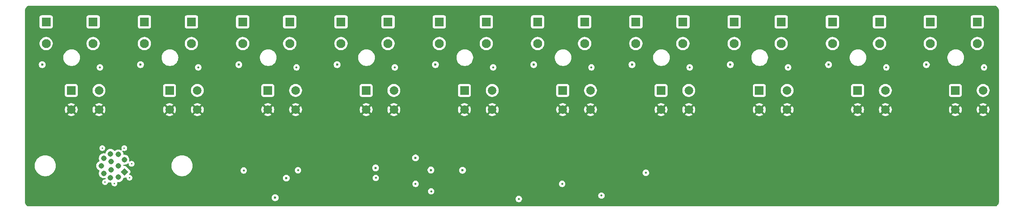
<source format=gbl>
G04 #@! TF.GenerationSoftware,KiCad,Pcbnew,9.0.0*
G04 #@! TF.CreationDate,2025-04-14T19:30:24-07:00*
G04 #@! TF.ProjectId,solenoid_10,736f6c65-6e6f-4696-945f-31302e6b6963,rev?*
G04 #@! TF.SameCoordinates,Original*
G04 #@! TF.FileFunction,Copper,L4,Bot*
G04 #@! TF.FilePolarity,Positive*
%FSLAX46Y46*%
G04 Gerber Fmt 4.6, Leading zero omitted, Abs format (unit mm)*
G04 Created by KiCad (PCBNEW 9.0.0) date 2025-04-14 19:30:24*
%MOMM*%
%LPD*%
G01*
G04 APERTURE LIST*
G04 Aperture macros list*
%AMRotRect*
0 Rectangle, with rotation*
0 The origin of the aperture is its center*
0 $1 length*
0 $2 width*
0 $3 Rotation angle, in degrees counterclockwise*
0 Add horizontal line*
21,1,$1,$2,0,0,$3*%
G04 Aperture macros list end*
G04 #@! TA.AperFunction,ComponentPad*
%ADD10R,2.000000X2.000000*%
G04 #@! TD*
G04 #@! TA.AperFunction,ComponentPad*
%ADD11C,2.000000*%
G04 #@! TD*
G04 #@! TA.AperFunction,ComponentPad*
%ADD12RotRect,1.308000X1.308000X315.000000*%
G04 #@! TD*
G04 #@! TA.AperFunction,ComponentPad*
%ADD13C,1.308000*%
G04 #@! TD*
G04 #@! TA.AperFunction,ComponentPad*
%ADD14R,2.100000X2.100000*%
G04 #@! TD*
G04 #@! TA.AperFunction,ComponentPad*
%ADD15C,2.100000*%
G04 #@! TD*
G04 #@! TA.AperFunction,ViaPad*
%ADD16C,0.600000*%
G04 #@! TD*
G04 #@! TA.AperFunction,ViaPad*
%ADD17C,0.350000*%
G04 #@! TD*
G04 #@! TA.AperFunction,ViaPad*
%ADD18C,0.500000*%
G04 #@! TD*
G04 APERTURE END LIST*
D10*
X143088376Y-85309500D03*
D11*
X149588376Y-85309500D03*
X143088376Y-89809500D03*
X149588376Y-89809500D03*
D10*
X304088376Y-85309500D03*
D11*
X310588376Y-85309500D03*
X304088376Y-89809500D03*
X310588376Y-89809500D03*
D10*
X258088376Y-85309500D03*
D11*
X264588376Y-85309500D03*
X258088376Y-89809500D03*
X264588376Y-89809500D03*
D10*
X235088376Y-85309500D03*
D11*
X241588376Y-85309500D03*
X235088376Y-89809500D03*
X241588376Y-89809500D03*
D10*
X326963376Y-85309500D03*
D11*
X333463376Y-85309500D03*
X326963376Y-89809500D03*
X333463376Y-89809500D03*
D12*
X132524371Y-104428356D03*
D13*
X132525078Y-101573766D03*
X131128542Y-100328551D03*
X129263195Y-100195615D03*
X127704024Y-101228698D03*
X127100155Y-102999293D03*
X127702610Y-104769888D03*
X129261781Y-105804385D03*
X131127128Y-105671449D03*
X131100258Y-103000000D03*
X129449871Y-102046820D03*
X129449871Y-103953180D03*
D10*
X189088376Y-85309500D03*
D11*
X195588376Y-85309500D03*
X189088376Y-89809500D03*
X195588376Y-89809500D03*
D10*
X212088376Y-85309500D03*
D11*
X218588376Y-85309500D03*
X212088376Y-89809500D03*
X218588376Y-89809500D03*
D10*
X166088376Y-85309500D03*
D11*
X172588376Y-85309500D03*
X166088376Y-89809500D03*
X172588376Y-89809500D03*
D10*
X281088376Y-85309500D03*
D11*
X287588376Y-85309500D03*
X281088376Y-89809500D03*
X287588376Y-89809500D03*
D10*
X120088375Y-85309500D03*
D11*
X126588375Y-85309500D03*
X120088375Y-89809500D03*
X126588375Y-89809500D03*
D14*
X125213375Y-69219500D03*
D15*
X125213375Y-74299500D03*
D14*
X160213376Y-69219500D03*
D15*
X160213376Y-74299500D03*
D14*
X321088376Y-69219500D03*
D15*
X321088376Y-74299500D03*
D14*
X206213376Y-69219500D03*
D15*
X206213376Y-74299500D03*
D14*
X229213376Y-69219500D03*
D15*
X229213376Y-74299500D03*
D14*
X194213376Y-69219500D03*
D15*
X194213376Y-74299500D03*
D14*
X240213376Y-69219500D03*
D15*
X240213376Y-74299500D03*
D14*
X252213376Y-69219500D03*
D15*
X252213376Y-74299500D03*
D14*
X148213376Y-69219500D03*
D15*
X148213376Y-74299500D03*
D14*
X183213376Y-69219500D03*
D15*
X183213376Y-74299500D03*
D14*
X298213376Y-69219500D03*
D15*
X298213376Y-74299500D03*
D14*
X263213376Y-69219500D03*
D15*
X263213376Y-74299500D03*
D14*
X137213376Y-69219500D03*
D15*
X137213376Y-74299500D03*
D14*
X309213376Y-69219500D03*
D15*
X309213376Y-74299500D03*
D14*
X171213376Y-69219500D03*
D15*
X171213376Y-74299500D03*
D14*
X114213375Y-69219500D03*
D15*
X114213375Y-74299500D03*
D14*
X286213376Y-69219500D03*
D15*
X286213376Y-74299500D03*
D14*
X275213376Y-69219500D03*
D15*
X275213376Y-74299500D03*
D14*
X332088376Y-69219500D03*
D15*
X332088376Y-74299500D03*
D14*
X217213376Y-69219500D03*
D15*
X217213376Y-74299500D03*
D16*
X191300000Y-103500000D03*
D17*
X134200000Y-102550000D03*
X132500000Y-98850000D03*
D16*
X182300001Y-79250000D03*
X251300001Y-79250000D03*
X274300001Y-79250000D03*
X320175001Y-79250000D03*
X200645000Y-101155000D03*
X228300001Y-79250000D03*
X204250000Y-104000000D03*
X211650000Y-104050000D03*
X297300001Y-79250000D03*
X113300000Y-79250000D03*
X170400000Y-105900000D03*
X136300001Y-79250000D03*
X167800000Y-110500000D03*
D17*
X127350000Y-98850000D03*
D16*
X205300001Y-79250000D03*
X159300001Y-79250000D03*
D18*
X160450000Y-104100000D03*
D17*
X133700000Y-105800000D03*
D18*
X204300000Y-109000000D03*
X264800001Y-79900000D03*
X195800001Y-79900000D03*
X244150000Y-110000000D03*
X149800001Y-79900000D03*
D17*
X130200000Y-107150000D03*
D18*
X200650000Y-107250000D03*
X224800000Y-110800000D03*
X234950000Y-107250000D03*
D17*
X128000000Y-106850000D03*
D18*
X218800001Y-79900000D03*
X126800000Y-79900000D03*
X254550000Y-104650000D03*
X172800001Y-79900000D03*
X333675001Y-79900000D03*
X191350000Y-105850000D03*
X173150000Y-104050000D03*
X241800001Y-79900000D03*
X310800001Y-79900000D03*
X287800001Y-79900000D03*
D17*
X246300000Y-101900000D03*
X241000000Y-103500000D03*
X260100000Y-107000000D03*
X181800000Y-108950000D03*
X182587500Y-105562500D03*
G04 #@! TA.AperFunction,Conductor*
G36*
X336467886Y-65465167D02*
G01*
X336502907Y-65484289D01*
X336517784Y-65493849D01*
X336674867Y-65611441D01*
X336688237Y-65623027D01*
X336826972Y-65761762D01*
X336838558Y-65775132D01*
X336956146Y-65932210D01*
X336965710Y-65947094D01*
X336965711Y-65947095D01*
X337059740Y-66119298D01*
X337067090Y-66135390D01*
X337135662Y-66319236D01*
X337140646Y-66336212D01*
X337182351Y-66527931D01*
X337184869Y-66545442D01*
X337199184Y-66745580D01*
X337199500Y-66754427D01*
X337199500Y-111245572D01*
X337199184Y-111254419D01*
X337184869Y-111454557D01*
X337182351Y-111472068D01*
X337140646Y-111663787D01*
X337135662Y-111680763D01*
X337067090Y-111864609D01*
X337059740Y-111880701D01*
X336965711Y-112052904D01*
X336956146Y-112067789D01*
X336838558Y-112224867D01*
X336826972Y-112238237D01*
X336688237Y-112376972D01*
X336674867Y-112388558D01*
X336559039Y-112475267D01*
X336493575Y-112499684D01*
X336484728Y-112500000D01*
X109915272Y-112500000D01*
X109848233Y-112480315D01*
X109840961Y-112475267D01*
X109725132Y-112388558D01*
X109711762Y-112376972D01*
X109573027Y-112238237D01*
X109561441Y-112224867D01*
X109443849Y-112067784D01*
X109434288Y-112052904D01*
X109340259Y-111880701D01*
X109332909Y-111864608D01*
X109307818Y-111797336D01*
X109300000Y-111754003D01*
X109300000Y-110421153D01*
X166999500Y-110421153D01*
X166999500Y-110578846D01*
X167030261Y-110733489D01*
X167030264Y-110733501D01*
X167090602Y-110879172D01*
X167090609Y-110879185D01*
X167178210Y-111010288D01*
X167178213Y-111010292D01*
X167289707Y-111121786D01*
X167289711Y-111121789D01*
X167420814Y-111209390D01*
X167420827Y-111209397D01*
X167566498Y-111269735D01*
X167566503Y-111269737D01*
X167721153Y-111300499D01*
X167721156Y-111300500D01*
X167721158Y-111300500D01*
X167878844Y-111300500D01*
X167878845Y-111300499D01*
X168033497Y-111269737D01*
X168179179Y-111209394D01*
X168310289Y-111121789D01*
X168421789Y-111010289D01*
X168509394Y-110879179D01*
X168511572Y-110873920D01*
X224049499Y-110873920D01*
X224078340Y-111018907D01*
X224078343Y-111018917D01*
X224134912Y-111155488D01*
X224134919Y-111155501D01*
X224217048Y-111278415D01*
X224217051Y-111278419D01*
X224321580Y-111382948D01*
X224321584Y-111382951D01*
X224444498Y-111465080D01*
X224444511Y-111465087D01*
X224581082Y-111521656D01*
X224581087Y-111521658D01*
X224581091Y-111521658D01*
X224581092Y-111521659D01*
X224726079Y-111550500D01*
X224726082Y-111550500D01*
X224873920Y-111550500D01*
X224971462Y-111531096D01*
X225018913Y-111521658D01*
X225155495Y-111465084D01*
X225278416Y-111382951D01*
X225382951Y-111278416D01*
X225465084Y-111155495D01*
X225521658Y-111018913D01*
X225536821Y-110942686D01*
X225550500Y-110873920D01*
X225550500Y-110726079D01*
X225521659Y-110581092D01*
X225521658Y-110581091D01*
X225521658Y-110581087D01*
X225479132Y-110478419D01*
X225465087Y-110444511D01*
X225465080Y-110444498D01*
X225382951Y-110321584D01*
X225382948Y-110321580D01*
X225278419Y-110217051D01*
X225278415Y-110217048D01*
X225155501Y-110134919D01*
X225155488Y-110134912D01*
X225018917Y-110078343D01*
X225018907Y-110078340D01*
X224996686Y-110073920D01*
X243399499Y-110073920D01*
X243428340Y-110218907D01*
X243428343Y-110218917D01*
X243484912Y-110355488D01*
X243484919Y-110355501D01*
X243567048Y-110478415D01*
X243567051Y-110478419D01*
X243671580Y-110582948D01*
X243671584Y-110582951D01*
X243794498Y-110665080D01*
X243794511Y-110665087D01*
X243931082Y-110721656D01*
X243931087Y-110721658D01*
X243931091Y-110721658D01*
X243931092Y-110721659D01*
X244076079Y-110750500D01*
X244076082Y-110750500D01*
X244223920Y-110750500D01*
X244321462Y-110731096D01*
X244368913Y-110721658D01*
X244505495Y-110665084D01*
X244628416Y-110582951D01*
X244732951Y-110478416D01*
X244815084Y-110355495D01*
X244871658Y-110218913D01*
X244888366Y-110134919D01*
X244900500Y-110073920D01*
X244900500Y-109926079D01*
X244871659Y-109781092D01*
X244871658Y-109781091D01*
X244871658Y-109781087D01*
X244871656Y-109781082D01*
X244815087Y-109644511D01*
X244815080Y-109644498D01*
X244732951Y-109521584D01*
X244732948Y-109521580D01*
X244628419Y-109417051D01*
X244628415Y-109417048D01*
X244505501Y-109334919D01*
X244505488Y-109334912D01*
X244368917Y-109278343D01*
X244368907Y-109278340D01*
X244223920Y-109249500D01*
X244223918Y-109249500D01*
X244076082Y-109249500D01*
X244076080Y-109249500D01*
X243931092Y-109278340D01*
X243931082Y-109278343D01*
X243794511Y-109334912D01*
X243794498Y-109334919D01*
X243671584Y-109417048D01*
X243671580Y-109417051D01*
X243567051Y-109521580D01*
X243567048Y-109521584D01*
X243484919Y-109644498D01*
X243484912Y-109644511D01*
X243428343Y-109781082D01*
X243428340Y-109781092D01*
X243399500Y-109926079D01*
X243399500Y-109926082D01*
X243399500Y-110073918D01*
X243399500Y-110073920D01*
X243399499Y-110073920D01*
X224996686Y-110073920D01*
X224873920Y-110049500D01*
X224873918Y-110049500D01*
X224726082Y-110049500D01*
X224726080Y-110049500D01*
X224581092Y-110078340D01*
X224581082Y-110078343D01*
X224444511Y-110134912D01*
X224444498Y-110134919D01*
X224321584Y-110217048D01*
X224321580Y-110217051D01*
X224217051Y-110321580D01*
X224217048Y-110321584D01*
X224134919Y-110444498D01*
X224134912Y-110444511D01*
X224078343Y-110581082D01*
X224078340Y-110581092D01*
X224049500Y-110726079D01*
X224049500Y-110726082D01*
X224049500Y-110873918D01*
X224049500Y-110873920D01*
X224049499Y-110873920D01*
X168511572Y-110873920D01*
X168569737Y-110733497D01*
X168583345Y-110665087D01*
X168600500Y-110578844D01*
X168600500Y-110421155D01*
X168600499Y-110421153D01*
X168580693Y-110321584D01*
X168569737Y-110266503D01*
X168569735Y-110266498D01*
X168509397Y-110120827D01*
X168509390Y-110120814D01*
X168421790Y-109989712D01*
X168421786Y-109989707D01*
X168310292Y-109878213D01*
X168310288Y-109878210D01*
X168179185Y-109790609D01*
X168179172Y-109790602D01*
X168033501Y-109730264D01*
X168033489Y-109730261D01*
X167878845Y-109699500D01*
X167878842Y-109699500D01*
X167721158Y-109699500D01*
X167721155Y-109699500D01*
X167566510Y-109730261D01*
X167566498Y-109730264D01*
X167420827Y-109790602D01*
X167420814Y-109790609D01*
X167289711Y-109878210D01*
X167289707Y-109878213D01*
X167178213Y-109989707D01*
X167178210Y-109989711D01*
X167090609Y-110120814D01*
X167090602Y-110120827D01*
X167030264Y-110266498D01*
X167030261Y-110266510D01*
X166999500Y-110421153D01*
X109300000Y-110421153D01*
X109300000Y-109073920D01*
X203549499Y-109073920D01*
X203578340Y-109218907D01*
X203578343Y-109218917D01*
X203634912Y-109355488D01*
X203634919Y-109355501D01*
X203717048Y-109478415D01*
X203717051Y-109478419D01*
X203821580Y-109582948D01*
X203821584Y-109582951D01*
X203944498Y-109665080D01*
X203944511Y-109665087D01*
X204081082Y-109721656D01*
X204081087Y-109721658D01*
X204081091Y-109721658D01*
X204081092Y-109721659D01*
X204226079Y-109750500D01*
X204226082Y-109750500D01*
X204373920Y-109750500D01*
X204475664Y-109730261D01*
X204518913Y-109721658D01*
X204655495Y-109665084D01*
X204778416Y-109582951D01*
X204882951Y-109478416D01*
X204965084Y-109355495D01*
X205021658Y-109218913D01*
X205050500Y-109073918D01*
X205050500Y-108926082D01*
X205050500Y-108926079D01*
X205021659Y-108781092D01*
X205021658Y-108781091D01*
X205021658Y-108781087D01*
X205021656Y-108781082D01*
X204965087Y-108644511D01*
X204965080Y-108644498D01*
X204882951Y-108521584D01*
X204882948Y-108521580D01*
X204778419Y-108417051D01*
X204778415Y-108417048D01*
X204655501Y-108334919D01*
X204655488Y-108334912D01*
X204518917Y-108278343D01*
X204518907Y-108278340D01*
X204373920Y-108249500D01*
X204373918Y-108249500D01*
X204226082Y-108249500D01*
X204226080Y-108249500D01*
X204081092Y-108278340D01*
X204081082Y-108278343D01*
X203944511Y-108334912D01*
X203944498Y-108334919D01*
X203821584Y-108417048D01*
X203821580Y-108417051D01*
X203717051Y-108521580D01*
X203717048Y-108521584D01*
X203634919Y-108644498D01*
X203634912Y-108644511D01*
X203578343Y-108781082D01*
X203578340Y-108781092D01*
X203549500Y-108926079D01*
X203549500Y-108926082D01*
X203549500Y-109073918D01*
X203549500Y-109073920D01*
X203549499Y-109073920D01*
X109300000Y-109073920D01*
X109300000Y-102862378D01*
X111549500Y-102862378D01*
X111549500Y-103137621D01*
X111580315Y-103411108D01*
X111580317Y-103411124D01*
X111641561Y-103679453D01*
X111641565Y-103679465D01*
X111732467Y-103939246D01*
X111851884Y-104187218D01*
X111857251Y-104195759D01*
X111998319Y-104420268D01*
X112169925Y-104635455D01*
X112364545Y-104830075D01*
X112579732Y-105001681D01*
X112784371Y-105130264D01*
X112812781Y-105148115D01*
X112817653Y-105150461D01*
X113060757Y-105267534D01*
X113196656Y-105315087D01*
X113320534Y-105358434D01*
X113320546Y-105358438D01*
X113588879Y-105419683D01*
X113862378Y-105450499D01*
X113862379Y-105450500D01*
X113862383Y-105450500D01*
X114137621Y-105450500D01*
X114137621Y-105450499D01*
X114411121Y-105419683D01*
X114679454Y-105358438D01*
X114939243Y-105267534D01*
X115187221Y-105148114D01*
X115420268Y-105001681D01*
X115635455Y-104830075D01*
X115830075Y-104635455D01*
X116001681Y-104420268D01*
X116148114Y-104187221D01*
X116267534Y-103939243D01*
X116358438Y-103679454D01*
X116419683Y-103411121D01*
X116450500Y-103137617D01*
X116450500Y-102908432D01*
X125945655Y-102908432D01*
X125945655Y-103090154D01*
X125953173Y-103137621D01*
X125974083Y-103269640D01*
X125974083Y-103269643D01*
X126030236Y-103442464D01*
X126030238Y-103442467D01*
X126112738Y-103604383D01*
X126219552Y-103751399D01*
X126348049Y-103879896D01*
X126429733Y-103939243D01*
X126495066Y-103986711D01*
X126631375Y-104056163D01*
X126682172Y-104104137D01*
X126698967Y-104171958D01*
X126685566Y-104222942D01*
X126632695Y-104326708D01*
X126632691Y-104326716D01*
X126576538Y-104499537D01*
X126576538Y-104499540D01*
X126564045Y-104578416D01*
X126548110Y-104679027D01*
X126548110Y-104860749D01*
X126560757Y-104940597D01*
X126576538Y-105040235D01*
X126576538Y-105040238D01*
X126632691Y-105213059D01*
X126632693Y-105213062D01*
X126715193Y-105374978D01*
X126822007Y-105521994D01*
X126950504Y-105650491D01*
X127097520Y-105757305D01*
X127259436Y-105839805D01*
X127259438Y-105839806D01*
X127383852Y-105880230D01*
X127432264Y-105895960D01*
X127611749Y-105924388D01*
X127611750Y-105924388D01*
X127793470Y-105924388D01*
X127793471Y-105924388D01*
X127898442Y-105907762D01*
X127977768Y-105895198D01*
X127977971Y-105896480D01*
X127985915Y-105896877D01*
X127999205Y-105892768D01*
X128020121Y-105898585D01*
X128041805Y-105899668D01*
X128053117Y-105907762D01*
X128066519Y-105911490D01*
X128080970Y-105927693D01*
X128098626Y-105940327D01*
X128104718Y-105954320D01*
X128113025Y-105963634D01*
X128123453Y-105997352D01*
X128128798Y-106031100D01*
X128119846Y-106100391D01*
X128074852Y-106153845D01*
X128008101Y-106174487D01*
X128006326Y-106174500D01*
X127933467Y-106174500D01*
X127802969Y-106200458D01*
X127802959Y-106200461D01*
X127680038Y-106251376D01*
X127680020Y-106251386D01*
X127569398Y-106325301D01*
X127569390Y-106325307D01*
X127475307Y-106419390D01*
X127475301Y-106419398D01*
X127401386Y-106530020D01*
X127401376Y-106530038D01*
X127350461Y-106652959D01*
X127350458Y-106652969D01*
X127324500Y-106783466D01*
X127324500Y-106783469D01*
X127324500Y-106916531D01*
X127324500Y-106916533D01*
X127324499Y-106916533D01*
X127350458Y-107047030D01*
X127350461Y-107047040D01*
X127401376Y-107169961D01*
X127401386Y-107169979D01*
X127475301Y-107280601D01*
X127475307Y-107280609D01*
X127569390Y-107374692D01*
X127569398Y-107374698D01*
X127680020Y-107448613D01*
X127680023Y-107448614D01*
X127680031Y-107448620D01*
X127680037Y-107448622D01*
X127680038Y-107448623D01*
X127802959Y-107499538D01*
X127802964Y-107499540D01*
X127802968Y-107499540D01*
X127802969Y-107499541D01*
X127933466Y-107525500D01*
X127933469Y-107525500D01*
X128066533Y-107525500D01*
X128154325Y-107508035D01*
X128197036Y-107499540D01*
X128319969Y-107448620D01*
X128430606Y-107374695D01*
X128524695Y-107280606D01*
X128598620Y-107169969D01*
X128649540Y-107047036D01*
X128664854Y-106970049D01*
X128697239Y-106908140D01*
X128757955Y-106873565D01*
X128824789Y-106876311D01*
X128885959Y-106896186D01*
X128991435Y-106930457D01*
X129170920Y-106958885D01*
X129170921Y-106958885D01*
X129352637Y-106958885D01*
X129352642Y-106958885D01*
X129381156Y-106954368D01*
X129450444Y-106963321D01*
X129503898Y-107008316D01*
X129524539Y-107075067D01*
X129524444Y-107077377D01*
X129524500Y-107077377D01*
X129524500Y-107083469D01*
X129524500Y-107216531D01*
X129524500Y-107216533D01*
X129524499Y-107216533D01*
X129550458Y-107347030D01*
X129550461Y-107347040D01*
X129601376Y-107469961D01*
X129601386Y-107469979D01*
X129675301Y-107580601D01*
X129675307Y-107580609D01*
X129769390Y-107674692D01*
X129769398Y-107674698D01*
X129880020Y-107748613D01*
X129880023Y-107748614D01*
X129880031Y-107748620D01*
X130002964Y-107799540D01*
X130002968Y-107799540D01*
X130002969Y-107799541D01*
X130133466Y-107825500D01*
X130133469Y-107825500D01*
X130266533Y-107825500D01*
X130354325Y-107808035D01*
X130397036Y-107799540D01*
X130519969Y-107748620D01*
X130630606Y-107674695D01*
X130724695Y-107580606D01*
X130798620Y-107469969D01*
X130849540Y-107347036D01*
X130854138Y-107323920D01*
X199899499Y-107323920D01*
X199928340Y-107468907D01*
X199928343Y-107468917D01*
X199984912Y-107605488D01*
X199984919Y-107605501D01*
X200067048Y-107728415D01*
X200067051Y-107728419D01*
X200171580Y-107832948D01*
X200171584Y-107832951D01*
X200294498Y-107915080D01*
X200294511Y-107915087D01*
X200431082Y-107971656D01*
X200431087Y-107971658D01*
X200431091Y-107971658D01*
X200431092Y-107971659D01*
X200576079Y-108000500D01*
X200576082Y-108000500D01*
X200723920Y-108000500D01*
X200821462Y-107981096D01*
X200868913Y-107971658D01*
X201005495Y-107915084D01*
X201128416Y-107832951D01*
X201232951Y-107728416D01*
X201315084Y-107605495D01*
X201371658Y-107468913D01*
X201395901Y-107347040D01*
X201400500Y-107323920D01*
X234199499Y-107323920D01*
X234228340Y-107468907D01*
X234228343Y-107468917D01*
X234284912Y-107605488D01*
X234284919Y-107605501D01*
X234367048Y-107728415D01*
X234367051Y-107728419D01*
X234471580Y-107832948D01*
X234471584Y-107832951D01*
X234594498Y-107915080D01*
X234594511Y-107915087D01*
X234731082Y-107971656D01*
X234731087Y-107971658D01*
X234731091Y-107971658D01*
X234731092Y-107971659D01*
X234876079Y-108000500D01*
X234876082Y-108000500D01*
X235023920Y-108000500D01*
X235121462Y-107981096D01*
X235168913Y-107971658D01*
X235305495Y-107915084D01*
X235428416Y-107832951D01*
X235532951Y-107728416D01*
X235615084Y-107605495D01*
X235671658Y-107468913D01*
X235695901Y-107347040D01*
X235700500Y-107323920D01*
X235700500Y-107176079D01*
X235671659Y-107031092D01*
X235671658Y-107031091D01*
X235671658Y-107031087D01*
X235646376Y-106970050D01*
X235615087Y-106894511D01*
X235615080Y-106894498D01*
X235532951Y-106771584D01*
X235532948Y-106771580D01*
X235428419Y-106667051D01*
X235428415Y-106667048D01*
X235305501Y-106584919D01*
X235305488Y-106584912D01*
X235168917Y-106528343D01*
X235168907Y-106528340D01*
X235023920Y-106499500D01*
X235023918Y-106499500D01*
X234876082Y-106499500D01*
X234876080Y-106499500D01*
X234731092Y-106528340D01*
X234731082Y-106528343D01*
X234594511Y-106584912D01*
X234594498Y-106584919D01*
X234471584Y-106667048D01*
X234471580Y-106667051D01*
X234367051Y-106771580D01*
X234367048Y-106771584D01*
X234284919Y-106894498D01*
X234284912Y-106894511D01*
X234228343Y-107031082D01*
X234228340Y-107031092D01*
X234199500Y-107176079D01*
X234199500Y-107176082D01*
X234199500Y-107323918D01*
X234199500Y-107323920D01*
X234199499Y-107323920D01*
X201400500Y-107323920D01*
X201400500Y-107176079D01*
X201371659Y-107031092D01*
X201371658Y-107031091D01*
X201371658Y-107031087D01*
X201346376Y-106970050D01*
X201315087Y-106894511D01*
X201315080Y-106894498D01*
X201232951Y-106771584D01*
X201232948Y-106771580D01*
X201128419Y-106667051D01*
X201128415Y-106667048D01*
X201005501Y-106584919D01*
X201005488Y-106584912D01*
X200868917Y-106528343D01*
X200868907Y-106528340D01*
X200723920Y-106499500D01*
X200723918Y-106499500D01*
X200576082Y-106499500D01*
X200576080Y-106499500D01*
X200431092Y-106528340D01*
X200431082Y-106528343D01*
X200294511Y-106584912D01*
X200294498Y-106584919D01*
X200171584Y-106667048D01*
X200171580Y-106667051D01*
X200067051Y-106771580D01*
X200067048Y-106771584D01*
X199984919Y-106894498D01*
X199984912Y-106894511D01*
X199928343Y-107031082D01*
X199928340Y-107031092D01*
X199899500Y-107176079D01*
X199899500Y-107176082D01*
X199899500Y-107323918D01*
X199899500Y-107323920D01*
X199899499Y-107323920D01*
X130854138Y-107323920D01*
X130875500Y-107216531D01*
X130875500Y-107083469D01*
X130851072Y-106960669D01*
X130850489Y-106955500D01*
X130855648Y-106926001D01*
X130858316Y-106896186D01*
X130861602Y-106891955D01*
X130862526Y-106886675D01*
X130882812Y-106864650D01*
X130901178Y-106841008D01*
X130906231Y-106839225D01*
X130909862Y-106835284D01*
X130938832Y-106827724D01*
X130967068Y-106817763D01*
X130975358Y-106818192D01*
X130977468Y-106817642D01*
X130979866Y-106818426D01*
X130993098Y-106819111D01*
X131036267Y-106825949D01*
X131036269Y-106825949D01*
X131217988Y-106825949D01*
X131217989Y-106825949D01*
X131397474Y-106797521D01*
X131397477Y-106797520D01*
X131397478Y-106797520D01*
X131570299Y-106741367D01*
X131570299Y-106741366D01*
X131570302Y-106741366D01*
X131732218Y-106658866D01*
X131879234Y-106552052D01*
X132007731Y-106423555D01*
X132114545Y-106276539D01*
X132197045Y-106114623D01*
X132253200Y-105941795D01*
X132253200Y-105941789D01*
X132254336Y-105937064D01*
X132255774Y-105937409D01*
X132282878Y-105880230D01*
X132342188Y-105843296D01*
X132393071Y-105840021D01*
X132524371Y-105858898D01*
X132666828Y-105838417D01*
X132732286Y-105808523D01*
X132797742Y-105778630D01*
X132797742Y-105778629D01*
X132797744Y-105778629D01*
X132822695Y-105758521D01*
X132887243Y-105731785D01*
X132956003Y-105744189D01*
X133007141Y-105791799D01*
X133024500Y-105855074D01*
X133024500Y-105866531D01*
X133024500Y-105866533D01*
X133024499Y-105866533D01*
X133050458Y-105997030D01*
X133050461Y-105997040D01*
X133101376Y-106119961D01*
X133101386Y-106119979D01*
X133175301Y-106230601D01*
X133175307Y-106230609D01*
X133269390Y-106324692D01*
X133269398Y-106324698D01*
X133380020Y-106398613D01*
X133380023Y-106398614D01*
X133380031Y-106398620D01*
X133380037Y-106398622D01*
X133380038Y-106398623D01*
X133430175Y-106419390D01*
X133502964Y-106449540D01*
X133502968Y-106449540D01*
X133502969Y-106449541D01*
X133633466Y-106475500D01*
X133633469Y-106475500D01*
X133766533Y-106475500D01*
X133854325Y-106458035D01*
X133897036Y-106449540D01*
X134019969Y-106398620D01*
X134130606Y-106324695D01*
X134224695Y-106230606D01*
X134298620Y-106119969D01*
X134349540Y-105997036D01*
X134366557Y-105911490D01*
X134375500Y-105866533D01*
X134375500Y-105821153D01*
X169599500Y-105821153D01*
X169599500Y-105978846D01*
X169630261Y-106133489D01*
X169630264Y-106133501D01*
X169690602Y-106279172D01*
X169690609Y-106279185D01*
X169778210Y-106410288D01*
X169778213Y-106410292D01*
X169889707Y-106521786D01*
X169889711Y-106521789D01*
X170020814Y-106609390D01*
X170020827Y-106609397D01*
X170160018Y-106667051D01*
X170166503Y-106669737D01*
X170321153Y-106700499D01*
X170321156Y-106700500D01*
X170321158Y-106700500D01*
X170478844Y-106700500D01*
X170478845Y-106700499D01*
X170633497Y-106669737D01*
X170779179Y-106609394D01*
X170910289Y-106521789D01*
X171021789Y-106410289D01*
X171109394Y-106279179D01*
X171169737Y-106133497D01*
X171200500Y-105978842D01*
X171200500Y-105923920D01*
X190599499Y-105923920D01*
X190628340Y-106068907D01*
X190628343Y-106068917D01*
X190684912Y-106205488D01*
X190684919Y-106205501D01*
X190767048Y-106328415D01*
X190767051Y-106328419D01*
X190871580Y-106432948D01*
X190871584Y-106432951D01*
X190994498Y-106515080D01*
X190994511Y-106515087D01*
X191131082Y-106571656D01*
X191131087Y-106571658D01*
X191131091Y-106571658D01*
X191131092Y-106571659D01*
X191276079Y-106600500D01*
X191276082Y-106600500D01*
X191423920Y-106600500D01*
X191521462Y-106581096D01*
X191568913Y-106571658D01*
X191705495Y-106515084D01*
X191828416Y-106432951D01*
X191932951Y-106328416D01*
X192015084Y-106205495D01*
X192018974Y-106196105D01*
X192052724Y-106114623D01*
X192071658Y-106068913D01*
X192096944Y-105941795D01*
X192100500Y-105923920D01*
X192100500Y-105776079D01*
X192071659Y-105631092D01*
X192071658Y-105631091D01*
X192071658Y-105631087D01*
X192060007Y-105602959D01*
X192015087Y-105494511D01*
X192015080Y-105494498D01*
X191932951Y-105371584D01*
X191932948Y-105371580D01*
X191828419Y-105267051D01*
X191828415Y-105267048D01*
X191705501Y-105184919D01*
X191705488Y-105184912D01*
X191568917Y-105128343D01*
X191568907Y-105128340D01*
X191423920Y-105099500D01*
X191423918Y-105099500D01*
X191276082Y-105099500D01*
X191276080Y-105099500D01*
X191131092Y-105128340D01*
X191131082Y-105128343D01*
X190994511Y-105184912D01*
X190994498Y-105184919D01*
X190871584Y-105267048D01*
X190871580Y-105267051D01*
X190767051Y-105371580D01*
X190767048Y-105371584D01*
X190684919Y-105494498D01*
X190684912Y-105494511D01*
X190628343Y-105631082D01*
X190628340Y-105631092D01*
X190599500Y-105776079D01*
X190599500Y-105776082D01*
X190599500Y-105923918D01*
X190599500Y-105923920D01*
X190599499Y-105923920D01*
X171200500Y-105923920D01*
X171200500Y-105821158D01*
X171195134Y-105794180D01*
X171195134Y-105794177D01*
X171169738Y-105666508D01*
X171169737Y-105666507D01*
X171169737Y-105666503D01*
X171163105Y-105650491D01*
X171109397Y-105520827D01*
X171109390Y-105520814D01*
X171021789Y-105389711D01*
X171021786Y-105389707D01*
X170910292Y-105278213D01*
X170910288Y-105278210D01*
X170779185Y-105190609D01*
X170779172Y-105190602D01*
X170633501Y-105130264D01*
X170633489Y-105130261D01*
X170478845Y-105099500D01*
X170478842Y-105099500D01*
X170321158Y-105099500D01*
X170321155Y-105099500D01*
X170166510Y-105130261D01*
X170166498Y-105130264D01*
X170020827Y-105190602D01*
X170020814Y-105190609D01*
X169889711Y-105278210D01*
X169889707Y-105278213D01*
X169778213Y-105389707D01*
X169778210Y-105389711D01*
X169690609Y-105520814D01*
X169690602Y-105520827D01*
X169630264Y-105666498D01*
X169630261Y-105666510D01*
X169599500Y-105821153D01*
X134375500Y-105821153D01*
X134375500Y-105733466D01*
X134349541Y-105602969D01*
X134349540Y-105602968D01*
X134349540Y-105602964D01*
X134316002Y-105521995D01*
X134298623Y-105480038D01*
X134298622Y-105480037D01*
X134298620Y-105480031D01*
X134278887Y-105450499D01*
X134224698Y-105369398D01*
X134224692Y-105369390D01*
X134130609Y-105275307D01*
X134130601Y-105275301D01*
X134019979Y-105201386D01*
X134019972Y-105201382D01*
X134019969Y-105201380D01*
X134019965Y-105201378D01*
X134019961Y-105201376D01*
X133897040Y-105150461D01*
X133897030Y-105150458D01*
X133766533Y-105124500D01*
X133766531Y-105124500D01*
X133760298Y-105124500D01*
X133693259Y-105104815D01*
X133647504Y-105052011D01*
X133637560Y-104982853D01*
X133666585Y-104919297D01*
X133672617Y-104912819D01*
X133751653Y-104833783D01*
X133837024Y-104748412D01*
X133874644Y-104701729D01*
X133934432Y-104570813D01*
X133954913Y-104428356D01*
X133934432Y-104285899D01*
X133933331Y-104283489D01*
X133874645Y-104154985D01*
X133874644Y-104154984D01*
X133874644Y-104154983D01*
X133837025Y-104108300D01*
X133837020Y-104108295D01*
X133837016Y-104108290D01*
X132844434Y-103115710D01*
X132844427Y-103115703D01*
X132797744Y-103078083D01*
X132797742Y-103078082D01*
X132797740Y-103078080D01*
X132666830Y-103018295D01*
X132666826Y-103018294D01*
X132524371Y-102997814D01*
X132395488Y-103016343D01*
X132387408Y-103015181D01*
X132379611Y-103017592D01*
X132353333Y-103010281D01*
X132326329Y-103006399D01*
X132320159Y-103001053D01*
X132312298Y-102998866D01*
X132294141Y-102978507D01*
X132273526Y-102960643D01*
X132270030Y-102951471D01*
X132265794Y-102946721D01*
X132255368Y-102913001D01*
X132254758Y-102909149D01*
X132254758Y-102909139D01*
X132247453Y-102863020D01*
X132256409Y-102793731D01*
X132301406Y-102740280D01*
X132368158Y-102719641D01*
X132389315Y-102721154D01*
X132434217Y-102728266D01*
X132434219Y-102728266D01*
X132615938Y-102728266D01*
X132615939Y-102728266D01*
X132795424Y-102699838D01*
X132795427Y-102699837D01*
X132795428Y-102699837D01*
X132968249Y-102643684D01*
X132968249Y-102643683D01*
X132968252Y-102643683D01*
X133130168Y-102561183D01*
X133277184Y-102454369D01*
X133312819Y-102418734D01*
X133374142Y-102385249D01*
X133443834Y-102390233D01*
X133499767Y-102432105D01*
X133524184Y-102497569D01*
X133524500Y-102506415D01*
X133524500Y-102616531D01*
X133524500Y-102616533D01*
X133524499Y-102616533D01*
X133550458Y-102747030D01*
X133550461Y-102747040D01*
X133601376Y-102869961D01*
X133601386Y-102869979D01*
X133675301Y-102980601D01*
X133675307Y-102980609D01*
X133769390Y-103074692D01*
X133769398Y-103074698D01*
X133880020Y-103148613D01*
X133880023Y-103148614D01*
X133880031Y-103148620D01*
X134002964Y-103199540D01*
X134002968Y-103199540D01*
X134002969Y-103199541D01*
X134133466Y-103225500D01*
X134133469Y-103225500D01*
X134266533Y-103225500D01*
X134389339Y-103201071D01*
X134397036Y-103199540D01*
X134519969Y-103148620D01*
X134630606Y-103074695D01*
X134724695Y-102980606D01*
X134798620Y-102869969D01*
X134801764Y-102862378D01*
X143549500Y-102862378D01*
X143549500Y-103137621D01*
X143580315Y-103411108D01*
X143580317Y-103411124D01*
X143641561Y-103679453D01*
X143641565Y-103679465D01*
X143732467Y-103939246D01*
X143851884Y-104187218D01*
X143857251Y-104195759D01*
X143998319Y-104420268D01*
X144169925Y-104635455D01*
X144364545Y-104830075D01*
X144579732Y-105001681D01*
X144784371Y-105130264D01*
X144812781Y-105148115D01*
X144817653Y-105150461D01*
X145060757Y-105267534D01*
X145196656Y-105315087D01*
X145320534Y-105358434D01*
X145320546Y-105358438D01*
X145588879Y-105419683D01*
X145862378Y-105450499D01*
X145862379Y-105450500D01*
X145862383Y-105450500D01*
X146137621Y-105450500D01*
X146137621Y-105450499D01*
X146411121Y-105419683D01*
X146679454Y-105358438D01*
X146939243Y-105267534D01*
X147187221Y-105148114D01*
X147420268Y-105001681D01*
X147635455Y-104830075D01*
X147830075Y-104635455D01*
X148001681Y-104420268D01*
X148148114Y-104187221D01*
X148154519Y-104173920D01*
X159699499Y-104173920D01*
X159728340Y-104318907D01*
X159728343Y-104318917D01*
X159784912Y-104455488D01*
X159784919Y-104455501D01*
X159867048Y-104578415D01*
X159867051Y-104578419D01*
X159971580Y-104682948D01*
X159971584Y-104682951D01*
X160094498Y-104765080D01*
X160094511Y-104765087D01*
X160231082Y-104821656D01*
X160231087Y-104821658D01*
X160231091Y-104821658D01*
X160231092Y-104821659D01*
X160376079Y-104850500D01*
X160376082Y-104850500D01*
X160523920Y-104850500D01*
X160626599Y-104830075D01*
X160668913Y-104821658D01*
X160794262Y-104769737D01*
X160805488Y-104765087D01*
X160805488Y-104765086D01*
X160805495Y-104765084D01*
X160928416Y-104682951D01*
X161032951Y-104578416D01*
X161115084Y-104455495D01*
X161171658Y-104318913D01*
X161188650Y-104233489D01*
X161200500Y-104173920D01*
X161200500Y-104123920D01*
X172399499Y-104123920D01*
X172428340Y-104268907D01*
X172428343Y-104268917D01*
X172484912Y-104405488D01*
X172484919Y-104405501D01*
X172567048Y-104528415D01*
X172567051Y-104528419D01*
X172671580Y-104632948D01*
X172671584Y-104632951D01*
X172794498Y-104715080D01*
X172794511Y-104715087D01*
X172931082Y-104771656D01*
X172931087Y-104771658D01*
X172931091Y-104771658D01*
X172931092Y-104771659D01*
X173076079Y-104800500D01*
X173076082Y-104800500D01*
X173223920Y-104800500D01*
X173321462Y-104781096D01*
X173368913Y-104771658D01*
X173505495Y-104715084D01*
X173628416Y-104632951D01*
X173732951Y-104528416D01*
X173815084Y-104405495D01*
X173871658Y-104268913D01*
X173886210Y-104195759D01*
X173900500Y-104123920D01*
X173900500Y-103976079D01*
X173871659Y-103831092D01*
X173871658Y-103831091D01*
X173871658Y-103831087D01*
X173865615Y-103816498D01*
X173815087Y-103694511D01*
X173815080Y-103694498D01*
X173732951Y-103571584D01*
X173732948Y-103571580D01*
X173628419Y-103467051D01*
X173628415Y-103467048D01*
X173559729Y-103421153D01*
X190499500Y-103421153D01*
X190499500Y-103578846D01*
X190530261Y-103733489D01*
X190530264Y-103733501D01*
X190590602Y-103879172D01*
X190590609Y-103879185D01*
X190678210Y-104010288D01*
X190678213Y-104010292D01*
X190789707Y-104121786D01*
X190789711Y-104121789D01*
X190920814Y-104209390D01*
X190920827Y-104209397D01*
X191064523Y-104268917D01*
X191066503Y-104269737D01*
X191191839Y-104294668D01*
X191221153Y-104300499D01*
X191221156Y-104300500D01*
X191221158Y-104300500D01*
X191378844Y-104300500D01*
X191378845Y-104300499D01*
X191533497Y-104269737D01*
X191679179Y-104209394D01*
X191810289Y-104121789D01*
X191921789Y-104010289D01*
X191981348Y-103921153D01*
X203449500Y-103921153D01*
X203449500Y-104078846D01*
X203480261Y-104233489D01*
X203480264Y-104233501D01*
X203540602Y-104379172D01*
X203540609Y-104379185D01*
X203628210Y-104510288D01*
X203628213Y-104510292D01*
X203739707Y-104621786D01*
X203739711Y-104621789D01*
X203870814Y-104709390D01*
X203870827Y-104709397D01*
X204005277Y-104765087D01*
X204016503Y-104769737D01*
X204171153Y-104800499D01*
X204171156Y-104800500D01*
X204171158Y-104800500D01*
X204328844Y-104800500D01*
X204328845Y-104800499D01*
X204483497Y-104769737D01*
X204629179Y-104709394D01*
X204760289Y-104621789D01*
X204871789Y-104510289D01*
X204959394Y-104379179D01*
X205019737Y-104233497D01*
X205050500Y-104078842D01*
X205050500Y-103971153D01*
X210849500Y-103971153D01*
X210849500Y-104128846D01*
X210880261Y-104283489D01*
X210880264Y-104283501D01*
X210940602Y-104429172D01*
X210940609Y-104429185D01*
X211028210Y-104560288D01*
X211028213Y-104560292D01*
X211139707Y-104671786D01*
X211139711Y-104671789D01*
X211270814Y-104759390D01*
X211270827Y-104759397D01*
X211370060Y-104800500D01*
X211416503Y-104819737D01*
X211571153Y-104850499D01*
X211571156Y-104850500D01*
X211571158Y-104850500D01*
X211728844Y-104850500D01*
X211728845Y-104850499D01*
X211883497Y-104819737D01*
X212029179Y-104759394D01*
X212082270Y-104723920D01*
X253799499Y-104723920D01*
X253828340Y-104868907D01*
X253828343Y-104868917D01*
X253884912Y-105005488D01*
X253884919Y-105005501D01*
X253967048Y-105128415D01*
X253967051Y-105128419D01*
X254071580Y-105232948D01*
X254071584Y-105232951D01*
X254194498Y-105315080D01*
X254194511Y-105315087D01*
X254325621Y-105369394D01*
X254331087Y-105371658D01*
X254331091Y-105371658D01*
X254331092Y-105371659D01*
X254476079Y-105400500D01*
X254476082Y-105400500D01*
X254623920Y-105400500D01*
X254721462Y-105381096D01*
X254768913Y-105371658D01*
X254905495Y-105315084D01*
X255028416Y-105232951D01*
X255132951Y-105128416D01*
X255215084Y-105005495D01*
X255271658Y-104868913D01*
X255287187Y-104790846D01*
X255300500Y-104723920D01*
X255300500Y-104576079D01*
X255271659Y-104431092D01*
X255271658Y-104431091D01*
X255271658Y-104431087D01*
X255261060Y-104405501D01*
X255215087Y-104294511D01*
X255215080Y-104294498D01*
X255132951Y-104171584D01*
X255132948Y-104171580D01*
X255028419Y-104067051D01*
X255028415Y-104067048D01*
X254905501Y-103984919D01*
X254905488Y-103984912D01*
X254768917Y-103928343D01*
X254768907Y-103928340D01*
X254623920Y-103899500D01*
X254623918Y-103899500D01*
X254476082Y-103899500D01*
X254476080Y-103899500D01*
X254331092Y-103928340D01*
X254331082Y-103928343D01*
X254194511Y-103984912D01*
X254194498Y-103984919D01*
X254071584Y-104067048D01*
X254071580Y-104067051D01*
X253967051Y-104171580D01*
X253967048Y-104171584D01*
X253884919Y-104294498D01*
X253884912Y-104294511D01*
X253828343Y-104431082D01*
X253828340Y-104431092D01*
X253799500Y-104576079D01*
X253799500Y-104576082D01*
X253799500Y-104723918D01*
X253799500Y-104723920D01*
X253799499Y-104723920D01*
X212082270Y-104723920D01*
X212160289Y-104671789D01*
X212271789Y-104560289D01*
X212312381Y-104499540D01*
X212359390Y-104429185D01*
X212359390Y-104429184D01*
X212359394Y-104429179D01*
X212419737Y-104283497D01*
X212450500Y-104128842D01*
X212450500Y-103971158D01*
X212450500Y-103971155D01*
X212450499Y-103971153D01*
X212444152Y-103939243D01*
X212419737Y-103816503D01*
X212419735Y-103816498D01*
X212359397Y-103670827D01*
X212359390Y-103670814D01*
X212271789Y-103539711D01*
X212271786Y-103539707D01*
X212160292Y-103428213D01*
X212160288Y-103428210D01*
X212029185Y-103340609D01*
X212029172Y-103340602D01*
X211883501Y-103280264D01*
X211883489Y-103280261D01*
X211728845Y-103249500D01*
X211728842Y-103249500D01*
X211571158Y-103249500D01*
X211571155Y-103249500D01*
X211416510Y-103280261D01*
X211416498Y-103280264D01*
X211270827Y-103340602D01*
X211270814Y-103340609D01*
X211139711Y-103428210D01*
X211139707Y-103428213D01*
X211028213Y-103539707D01*
X211028210Y-103539711D01*
X210940609Y-103670814D01*
X210940602Y-103670827D01*
X210880264Y-103816498D01*
X210880261Y-103816510D01*
X210849500Y-103971153D01*
X205050500Y-103971153D01*
X205050500Y-103921158D01*
X205050500Y-103921155D01*
X205050499Y-103921153D01*
X205039849Y-103867611D01*
X205019737Y-103766503D01*
X204989912Y-103694498D01*
X204959397Y-103620827D01*
X204959390Y-103620814D01*
X204871789Y-103489711D01*
X204871786Y-103489707D01*
X204760292Y-103378213D01*
X204760288Y-103378210D01*
X204629185Y-103290609D01*
X204629172Y-103290602D01*
X204483501Y-103230264D01*
X204483489Y-103230261D01*
X204328845Y-103199500D01*
X204328842Y-103199500D01*
X204171158Y-103199500D01*
X204171155Y-103199500D01*
X204016510Y-103230261D01*
X204016498Y-103230264D01*
X203870827Y-103290602D01*
X203870814Y-103290609D01*
X203739711Y-103378210D01*
X203739707Y-103378213D01*
X203628213Y-103489707D01*
X203628210Y-103489711D01*
X203540609Y-103620814D01*
X203540602Y-103620827D01*
X203480264Y-103766498D01*
X203480261Y-103766510D01*
X203449500Y-103921153D01*
X191981348Y-103921153D01*
X192009394Y-103879179D01*
X192069737Y-103733497D01*
X192100500Y-103578842D01*
X192100500Y-103421158D01*
X192100500Y-103421155D01*
X192100499Y-103421153D01*
X192098504Y-103411124D01*
X192069737Y-103266503D01*
X192062694Y-103249500D01*
X192009397Y-103120827D01*
X192009390Y-103120814D01*
X191921789Y-102989711D01*
X191921786Y-102989707D01*
X191810292Y-102878213D01*
X191810288Y-102878210D01*
X191679185Y-102790609D01*
X191679172Y-102790602D01*
X191533501Y-102730264D01*
X191533489Y-102730261D01*
X191378845Y-102699500D01*
X191378842Y-102699500D01*
X191221158Y-102699500D01*
X191221155Y-102699500D01*
X191066510Y-102730261D01*
X191066498Y-102730264D01*
X190920827Y-102790602D01*
X190920814Y-102790609D01*
X190789711Y-102878210D01*
X190789707Y-102878213D01*
X190678213Y-102989707D01*
X190678210Y-102989711D01*
X190590609Y-103120814D01*
X190590602Y-103120827D01*
X190530264Y-103266498D01*
X190530261Y-103266510D01*
X190499500Y-103421153D01*
X173559729Y-103421153D01*
X173505501Y-103384919D01*
X173505488Y-103384912D01*
X173368917Y-103328343D01*
X173368907Y-103328340D01*
X173223920Y-103299500D01*
X173223918Y-103299500D01*
X173076082Y-103299500D01*
X173076080Y-103299500D01*
X172931092Y-103328340D01*
X172931082Y-103328343D01*
X172794511Y-103384912D01*
X172794498Y-103384919D01*
X172671584Y-103467048D01*
X172671580Y-103467051D01*
X172567051Y-103571580D01*
X172567048Y-103571584D01*
X172484919Y-103694498D01*
X172484912Y-103694511D01*
X172428343Y-103831082D01*
X172428340Y-103831092D01*
X172399500Y-103976079D01*
X172399500Y-103976082D01*
X172399500Y-104123918D01*
X172399500Y-104123920D01*
X172399499Y-104123920D01*
X161200500Y-104123920D01*
X161200500Y-104026079D01*
X161194155Y-103994182D01*
X161171659Y-103881092D01*
X161171658Y-103881091D01*
X161171658Y-103881087D01*
X161171165Y-103879896D01*
X161115087Y-103744511D01*
X161115080Y-103744498D01*
X161032951Y-103621584D01*
X161032948Y-103621580D01*
X160928419Y-103517051D01*
X160928415Y-103517048D01*
X160805501Y-103434919D01*
X160805488Y-103434912D01*
X160668917Y-103378343D01*
X160668907Y-103378340D01*
X160523920Y-103349500D01*
X160523918Y-103349500D01*
X160376082Y-103349500D01*
X160376080Y-103349500D01*
X160231092Y-103378340D01*
X160231082Y-103378343D01*
X160094511Y-103434912D01*
X160094498Y-103434919D01*
X159971584Y-103517048D01*
X159971580Y-103517051D01*
X159867051Y-103621580D01*
X159867048Y-103621584D01*
X159784919Y-103744498D01*
X159784912Y-103744511D01*
X159728343Y-103881082D01*
X159728340Y-103881092D01*
X159699500Y-104026079D01*
X159699500Y-104026082D01*
X159699500Y-104173918D01*
X159699500Y-104173920D01*
X159699499Y-104173920D01*
X148154519Y-104173920D01*
X148267534Y-103939243D01*
X148358438Y-103679454D01*
X148419683Y-103411121D01*
X148450500Y-103137617D01*
X148450500Y-102862383D01*
X148419683Y-102588879D01*
X148358438Y-102320546D01*
X148267534Y-102060757D01*
X148172972Y-101864397D01*
X148148115Y-101812781D01*
X148146822Y-101810723D01*
X148001681Y-101579732D01*
X147830075Y-101364545D01*
X147635455Y-101169925D01*
X147635454Y-101169924D01*
X147635450Y-101169920D01*
X147631809Y-101167016D01*
X147631804Y-101167013D01*
X147543893Y-101096906D01*
X147517869Y-101076153D01*
X199844500Y-101076153D01*
X199844500Y-101233846D01*
X199875261Y-101388489D01*
X199875264Y-101388501D01*
X199935602Y-101534172D01*
X199935609Y-101534185D01*
X200023210Y-101665288D01*
X200023213Y-101665292D01*
X200134707Y-101776786D01*
X200134711Y-101776789D01*
X200265814Y-101864390D01*
X200265827Y-101864397D01*
X200411498Y-101924735D01*
X200411503Y-101924737D01*
X200545446Y-101951380D01*
X200566153Y-101955499D01*
X200566156Y-101955500D01*
X200566158Y-101955500D01*
X200723844Y-101955500D01*
X200723845Y-101955499D01*
X200878497Y-101924737D01*
X201024179Y-101864394D01*
X201155289Y-101776789D01*
X201266789Y-101665289D01*
X201354394Y-101534179D01*
X201359392Y-101522114D01*
X201376579Y-101480620D01*
X201414737Y-101388497D01*
X201445500Y-101233842D01*
X201445500Y-101076158D01*
X201445500Y-101076155D01*
X201445499Y-101076153D01*
X201430017Y-100998319D01*
X201414737Y-100921503D01*
X201373381Y-100821660D01*
X201354397Y-100775827D01*
X201354390Y-100775814D01*
X201266789Y-100644711D01*
X201266786Y-100644707D01*
X201155292Y-100533213D01*
X201155288Y-100533210D01*
X201024185Y-100445609D01*
X201024172Y-100445602D01*
X200878501Y-100385264D01*
X200878489Y-100385261D01*
X200723845Y-100354500D01*
X200723842Y-100354500D01*
X200566158Y-100354500D01*
X200566155Y-100354500D01*
X200411510Y-100385261D01*
X200411498Y-100385264D01*
X200265827Y-100445602D01*
X200265814Y-100445609D01*
X200134711Y-100533210D01*
X200134707Y-100533213D01*
X200023213Y-100644707D01*
X200023210Y-100644711D01*
X199935609Y-100775814D01*
X199935602Y-100775827D01*
X199875264Y-100921498D01*
X199875261Y-100921510D01*
X199844500Y-101076153D01*
X147517869Y-101076153D01*
X147420268Y-100998319D01*
X147187221Y-100851886D01*
X147187218Y-100851884D01*
X146939246Y-100732467D01*
X146679465Y-100641565D01*
X146679453Y-100641561D01*
X146411124Y-100580317D01*
X146411108Y-100580315D01*
X146137621Y-100549500D01*
X146137617Y-100549500D01*
X145862383Y-100549500D01*
X145862379Y-100549500D01*
X145588891Y-100580315D01*
X145588875Y-100580317D01*
X145320546Y-100641561D01*
X145320534Y-100641565D01*
X145060753Y-100732467D01*
X144812781Y-100851884D01*
X144579733Y-100998318D01*
X144364545Y-101169924D01*
X144169924Y-101364545D01*
X143998318Y-101579733D01*
X143851884Y-101812781D01*
X143732467Y-102060753D01*
X143641565Y-102320534D01*
X143641561Y-102320546D01*
X143580317Y-102588875D01*
X143580315Y-102588891D01*
X143549500Y-102862378D01*
X134801764Y-102862378D01*
X134849540Y-102747036D01*
X134867748Y-102655502D01*
X134875500Y-102616533D01*
X134875500Y-102483466D01*
X134849541Y-102352969D01*
X134849540Y-102352968D01*
X134849540Y-102352964D01*
X134798620Y-102230031D01*
X134789737Y-102216737D01*
X134724698Y-102119398D01*
X134724692Y-102119390D01*
X134630609Y-102025307D01*
X134630601Y-102025301D01*
X134519979Y-101951386D01*
X134519970Y-101951381D01*
X134519969Y-101951380D01*
X134519965Y-101951378D01*
X134519961Y-101951376D01*
X134397040Y-101900461D01*
X134397030Y-101900458D01*
X134266533Y-101874500D01*
X134266531Y-101874500D01*
X134133469Y-101874500D01*
X134133467Y-101874500D01*
X134002969Y-101900458D01*
X134002959Y-101900461D01*
X133880038Y-101951376D01*
X133880029Y-101951381D01*
X133840168Y-101978015D01*
X133773490Y-101998891D01*
X133706110Y-101980405D01*
X133659421Y-101928425D01*
X133648246Y-101859455D01*
X133650706Y-101845962D01*
X133651150Y-101844112D01*
X133661813Y-101776789D01*
X133679578Y-101664627D01*
X133679578Y-101482905D01*
X133651150Y-101303420D01*
X133651149Y-101303416D01*
X133651149Y-101303415D01*
X133594996Y-101130594D01*
X133594994Y-101130591D01*
X133569552Y-101080657D01*
X133512495Y-100968676D01*
X133405681Y-100821660D01*
X133277184Y-100693163D01*
X133130168Y-100586349D01*
X132968252Y-100503849D01*
X132968249Y-100503847D01*
X132795426Y-100447694D01*
X132623717Y-100420498D01*
X132615939Y-100419266D01*
X132434217Y-100419266D01*
X132434213Y-100419266D01*
X132426431Y-100420498D01*
X132357139Y-100411538D01*
X132303690Y-100366538D01*
X132283055Y-100299785D01*
X132283042Y-100298023D01*
X132283042Y-100237690D01*
X132270544Y-100158781D01*
X132254614Y-100058205D01*
X132254613Y-100058201D01*
X132254613Y-100058200D01*
X132198460Y-99885379D01*
X132198458Y-99885376D01*
X132115956Y-99723456D01*
X132061160Y-99648037D01*
X132037679Y-99582231D01*
X132053504Y-99514177D01*
X132103609Y-99465482D01*
X132172087Y-99451606D01*
X132208929Y-99460590D01*
X132251352Y-99478162D01*
X132302964Y-99499540D01*
X132302968Y-99499540D01*
X132302969Y-99499541D01*
X132433466Y-99525500D01*
X132433469Y-99525500D01*
X132566533Y-99525500D01*
X132654325Y-99508035D01*
X132697036Y-99499540D01*
X132819969Y-99448620D01*
X132930606Y-99374695D01*
X133024695Y-99280606D01*
X133098620Y-99169969D01*
X133149540Y-99047036D01*
X133175500Y-98916531D01*
X133175500Y-98783469D01*
X133175500Y-98783466D01*
X133149541Y-98652969D01*
X133149540Y-98652968D01*
X133149540Y-98652964D01*
X133098620Y-98530031D01*
X133024695Y-98419394D01*
X133024692Y-98419390D01*
X132930609Y-98325307D01*
X132930601Y-98325301D01*
X132819979Y-98251386D01*
X132819972Y-98251382D01*
X132819969Y-98251380D01*
X132819965Y-98251378D01*
X132819961Y-98251376D01*
X132697040Y-98200461D01*
X132697030Y-98200458D01*
X132566533Y-98174500D01*
X132566531Y-98174500D01*
X132433469Y-98174500D01*
X132433467Y-98174500D01*
X132302969Y-98200458D01*
X132302959Y-98200461D01*
X132180038Y-98251376D01*
X132180020Y-98251386D01*
X132069398Y-98325301D01*
X132069390Y-98325307D01*
X131975307Y-98419390D01*
X131975301Y-98419398D01*
X131901386Y-98530020D01*
X131901376Y-98530038D01*
X131850461Y-98652959D01*
X131850458Y-98652969D01*
X131824500Y-98783466D01*
X131824500Y-98783469D01*
X131824500Y-98916531D01*
X131824500Y-98916533D01*
X131824499Y-98916533D01*
X131850458Y-99047030D01*
X131850461Y-99047040D01*
X131901380Y-99169971D01*
X131903818Y-99174532D01*
X131918054Y-99242936D01*
X131893049Y-99308178D01*
X131836740Y-99349544D01*
X131767006Y-99353900D01*
X131738516Y-99342279D01*
X131737973Y-99343346D01*
X131614844Y-99280609D01*
X131571716Y-99258634D01*
X131571713Y-99258632D01*
X131398890Y-99202479D01*
X131279231Y-99183527D01*
X131219403Y-99174051D01*
X131037681Y-99174051D01*
X130977852Y-99183527D01*
X130858194Y-99202479D01*
X130858191Y-99202479D01*
X130685370Y-99258632D01*
X130685367Y-99258634D01*
X130523451Y-99341134D01*
X130376436Y-99447948D01*
X130346222Y-99478162D01*
X130284898Y-99511646D01*
X130215207Y-99506660D01*
X130159274Y-99464788D01*
X130158225Y-99463366D01*
X130143798Y-99443509D01*
X130015303Y-99315014D01*
X130015301Y-99315012D01*
X129868285Y-99208198D01*
X129706369Y-99125698D01*
X129706366Y-99125696D01*
X129533543Y-99069543D01*
X129391401Y-99047030D01*
X129354056Y-99041115D01*
X129172334Y-99041115D01*
X129134989Y-99047030D01*
X128992847Y-99069543D01*
X128992844Y-99069543D01*
X128820023Y-99125696D01*
X128820020Y-99125698D01*
X128658104Y-99208198D01*
X128588689Y-99258632D01*
X128511089Y-99315012D01*
X128511087Y-99315014D01*
X128511086Y-99315014D01*
X128382594Y-99443506D01*
X128382594Y-99443507D01*
X128382592Y-99443509D01*
X128370182Y-99460590D01*
X128275778Y-99590524D01*
X128193278Y-99752440D01*
X128193276Y-99752443D01*
X128137123Y-99925264D01*
X128137123Y-99925266D01*
X128125083Y-100001281D01*
X128095153Y-100064416D01*
X128035841Y-100101346D01*
X127979345Y-100102357D01*
X127979182Y-100103388D01*
X127887787Y-100088912D01*
X127794885Y-100074198D01*
X127613163Y-100074198D01*
X127553334Y-100083674D01*
X127433676Y-100102626D01*
X127433673Y-100102626D01*
X127260852Y-100158779D01*
X127260849Y-100158781D01*
X127098933Y-100241281D01*
X127020836Y-100298023D01*
X126951918Y-100348095D01*
X126951916Y-100348097D01*
X126951915Y-100348097D01*
X126823423Y-100476589D01*
X126823423Y-100476590D01*
X126823421Y-100476592D01*
X126803619Y-100503847D01*
X126716607Y-100623607D01*
X126634107Y-100785523D01*
X126634105Y-100785526D01*
X126577952Y-100958347D01*
X126577952Y-100958350D01*
X126550671Y-101130594D01*
X126549524Y-101137837D01*
X126549524Y-101319559D01*
X126562022Y-101398466D01*
X126577952Y-101499045D01*
X126577952Y-101499048D01*
X126634105Y-101671869D01*
X126634109Y-101671878D01*
X126686688Y-101775071D01*
X126699584Y-101843740D01*
X126673307Y-101908480D01*
X126632498Y-101941850D01*
X126495064Y-102011876D01*
X126427792Y-102060753D01*
X126348049Y-102118690D01*
X126348047Y-102118692D01*
X126348046Y-102118692D01*
X126219554Y-102247184D01*
X126219554Y-102247185D01*
X126219552Y-102247187D01*
X126182187Y-102298615D01*
X126112738Y-102394202D01*
X126030238Y-102556118D01*
X126030236Y-102556121D01*
X125974083Y-102728942D01*
X125974083Y-102728945D01*
X125952847Y-102863024D01*
X125945655Y-102908432D01*
X116450500Y-102908432D01*
X116450500Y-102862383D01*
X116419683Y-102588879D01*
X116358438Y-102320546D01*
X116267534Y-102060757D01*
X116172972Y-101864397D01*
X116148115Y-101812781D01*
X116146822Y-101810723D01*
X116001681Y-101579732D01*
X115830075Y-101364545D01*
X115635455Y-101169925D01*
X115631803Y-101167013D01*
X115580804Y-101126343D01*
X115420268Y-100998319D01*
X115187221Y-100851886D01*
X115187218Y-100851884D01*
X114939246Y-100732467D01*
X114679465Y-100641565D01*
X114679453Y-100641561D01*
X114411124Y-100580317D01*
X114411108Y-100580315D01*
X114137621Y-100549500D01*
X114137617Y-100549500D01*
X113862383Y-100549500D01*
X113862379Y-100549500D01*
X113588891Y-100580315D01*
X113588875Y-100580317D01*
X113320546Y-100641561D01*
X113320534Y-100641565D01*
X113060753Y-100732467D01*
X112812781Y-100851884D01*
X112579733Y-100998318D01*
X112364545Y-101169924D01*
X112169924Y-101364545D01*
X111998318Y-101579733D01*
X111851884Y-101812781D01*
X111732467Y-102060753D01*
X111641565Y-102320534D01*
X111641561Y-102320546D01*
X111580317Y-102588875D01*
X111580315Y-102588891D01*
X111549500Y-102862378D01*
X109300000Y-102862378D01*
X109300000Y-98916533D01*
X126674499Y-98916533D01*
X126700458Y-99047030D01*
X126700461Y-99047040D01*
X126751376Y-99169961D01*
X126751378Y-99169965D01*
X126751380Y-99169969D01*
X126751382Y-99169972D01*
X126751386Y-99169979D01*
X126825301Y-99280601D01*
X126825307Y-99280609D01*
X126919390Y-99374692D01*
X126919398Y-99374698D01*
X127030020Y-99448613D01*
X127030023Y-99448614D01*
X127030031Y-99448620D01*
X127152964Y-99499540D01*
X127152968Y-99499540D01*
X127152969Y-99499541D01*
X127283466Y-99525500D01*
X127283469Y-99525500D01*
X127416533Y-99525500D01*
X127504325Y-99508035D01*
X127547036Y-99499540D01*
X127669969Y-99448620D01*
X127780606Y-99374695D01*
X127874695Y-99280606D01*
X127948620Y-99169969D01*
X127999540Y-99047036D01*
X128025500Y-98916531D01*
X128025500Y-98783469D01*
X128025500Y-98783466D01*
X127999541Y-98652969D01*
X127999540Y-98652968D01*
X127999540Y-98652964D01*
X127948620Y-98530031D01*
X127874695Y-98419394D01*
X127874692Y-98419390D01*
X127780609Y-98325307D01*
X127780601Y-98325301D01*
X127669979Y-98251386D01*
X127669972Y-98251382D01*
X127669969Y-98251380D01*
X127669965Y-98251378D01*
X127669961Y-98251376D01*
X127547040Y-98200461D01*
X127547030Y-98200458D01*
X127416533Y-98174500D01*
X127416531Y-98174500D01*
X127283469Y-98174500D01*
X127283467Y-98174500D01*
X127152969Y-98200458D01*
X127152959Y-98200461D01*
X127030038Y-98251376D01*
X127030020Y-98251386D01*
X126919398Y-98325301D01*
X126919390Y-98325307D01*
X126825307Y-98419390D01*
X126825301Y-98419398D01*
X126751386Y-98530020D01*
X126751376Y-98530038D01*
X126700461Y-98652959D01*
X126700458Y-98652969D01*
X126674500Y-98783466D01*
X126674500Y-98783469D01*
X126674500Y-98916531D01*
X126674500Y-98916533D01*
X126674499Y-98916533D01*
X109300000Y-98916533D01*
X109300000Y-89691447D01*
X118588375Y-89691447D01*
X118588375Y-89927552D01*
X118625309Y-90160747D01*
X118698272Y-90385302D01*
X118805462Y-90595674D01*
X118865713Y-90678604D01*
X118865715Y-90678605D01*
X119605412Y-89938908D01*
X119622450Y-90002493D01*
X119688276Y-90116507D01*
X119781368Y-90209599D01*
X119895382Y-90275425D01*
X119958965Y-90292462D01*
X119219268Y-91032158D01*
X119302203Y-91092414D01*
X119512572Y-91199602D01*
X119737127Y-91272565D01*
X119737126Y-91272565D01*
X119970323Y-91309500D01*
X120206427Y-91309500D01*
X120439622Y-91272565D01*
X120664177Y-91199602D01*
X120874538Y-91092418D01*
X120874544Y-91092414D01*
X120957479Y-91032158D01*
X120957480Y-91032158D01*
X120217783Y-90292462D01*
X120281368Y-90275425D01*
X120395382Y-90209599D01*
X120488474Y-90116507D01*
X120554300Y-90002493D01*
X120571337Y-89938909D01*
X121311033Y-90678605D01*
X121311033Y-90678604D01*
X121371289Y-90595669D01*
X121371293Y-90595663D01*
X121478477Y-90385302D01*
X121551440Y-90160747D01*
X121588375Y-89927552D01*
X121588375Y-89691447D01*
X125088375Y-89691447D01*
X125088375Y-89927552D01*
X125125309Y-90160747D01*
X125198272Y-90385302D01*
X125305462Y-90595674D01*
X125365713Y-90678604D01*
X125365715Y-90678605D01*
X126105412Y-89938908D01*
X126122450Y-90002493D01*
X126188276Y-90116507D01*
X126281368Y-90209599D01*
X126395382Y-90275425D01*
X126458965Y-90292462D01*
X125719268Y-91032158D01*
X125802203Y-91092414D01*
X126012572Y-91199602D01*
X126237127Y-91272565D01*
X126237126Y-91272565D01*
X126470323Y-91309500D01*
X126706427Y-91309500D01*
X126939622Y-91272565D01*
X127164177Y-91199602D01*
X127374538Y-91092418D01*
X127374544Y-91092414D01*
X127457479Y-91032158D01*
X127457480Y-91032158D01*
X126717783Y-90292462D01*
X126781368Y-90275425D01*
X126895382Y-90209599D01*
X126988474Y-90116507D01*
X127054300Y-90002493D01*
X127071337Y-89938909D01*
X127811033Y-90678605D01*
X127811033Y-90678604D01*
X127871289Y-90595669D01*
X127871293Y-90595663D01*
X127978477Y-90385302D01*
X128051440Y-90160747D01*
X128088375Y-89927552D01*
X128088375Y-89691447D01*
X141588376Y-89691447D01*
X141588376Y-89927552D01*
X141625310Y-90160747D01*
X141698273Y-90385302D01*
X141805463Y-90595674D01*
X141865714Y-90678604D01*
X141865716Y-90678605D01*
X142605413Y-89938908D01*
X142622451Y-90002493D01*
X142688277Y-90116507D01*
X142781369Y-90209599D01*
X142895383Y-90275425D01*
X142958966Y-90292462D01*
X142219269Y-91032158D01*
X142302204Y-91092414D01*
X142512573Y-91199602D01*
X142737128Y-91272565D01*
X142737127Y-91272565D01*
X142970324Y-91309500D01*
X143206428Y-91309500D01*
X143439623Y-91272565D01*
X143664178Y-91199602D01*
X143874539Y-91092418D01*
X143874545Y-91092414D01*
X143957480Y-91032158D01*
X143957481Y-91032158D01*
X143217784Y-90292462D01*
X143281369Y-90275425D01*
X143395383Y-90209599D01*
X143488475Y-90116507D01*
X143554301Y-90002493D01*
X143571338Y-89938909D01*
X144311034Y-90678605D01*
X144311034Y-90678604D01*
X144371290Y-90595669D01*
X144371294Y-90595663D01*
X144478478Y-90385302D01*
X144551441Y-90160747D01*
X144588376Y-89927552D01*
X144588376Y-89691447D01*
X148088376Y-89691447D01*
X148088376Y-89927552D01*
X148125310Y-90160747D01*
X148198273Y-90385302D01*
X148305463Y-90595674D01*
X148365714Y-90678604D01*
X148365716Y-90678605D01*
X149105413Y-89938908D01*
X149122451Y-90002493D01*
X149188277Y-90116507D01*
X149281369Y-90209599D01*
X149395383Y-90275425D01*
X149458966Y-90292462D01*
X148719269Y-91032158D01*
X148802204Y-91092414D01*
X149012573Y-91199602D01*
X149237128Y-91272565D01*
X149237127Y-91272565D01*
X149470324Y-91309500D01*
X149706428Y-91309500D01*
X149939623Y-91272565D01*
X150164178Y-91199602D01*
X150374539Y-91092418D01*
X150374545Y-91092414D01*
X150457480Y-91032158D01*
X150457481Y-91032158D01*
X149717784Y-90292462D01*
X149781369Y-90275425D01*
X149895383Y-90209599D01*
X149988475Y-90116507D01*
X150054301Y-90002493D01*
X150071338Y-89938909D01*
X150811034Y-90678605D01*
X150811034Y-90678604D01*
X150871290Y-90595669D01*
X150871294Y-90595663D01*
X150978478Y-90385302D01*
X151051441Y-90160747D01*
X151088376Y-89927552D01*
X151088376Y-89691447D01*
X164588376Y-89691447D01*
X164588376Y-89927552D01*
X164625310Y-90160747D01*
X164698273Y-90385302D01*
X164805463Y-90595674D01*
X164865714Y-90678604D01*
X164865716Y-90678605D01*
X165605413Y-89938908D01*
X165622451Y-90002493D01*
X165688277Y-90116507D01*
X165781369Y-90209599D01*
X165895383Y-90275425D01*
X165958966Y-90292462D01*
X165219269Y-91032158D01*
X165302204Y-91092414D01*
X165512573Y-91199602D01*
X165737128Y-91272565D01*
X165737127Y-91272565D01*
X165970324Y-91309500D01*
X166206428Y-91309500D01*
X166439623Y-91272565D01*
X166664178Y-91199602D01*
X166874539Y-91092418D01*
X166874545Y-91092414D01*
X166957480Y-91032158D01*
X166957481Y-91032158D01*
X166217784Y-90292462D01*
X166281369Y-90275425D01*
X166395383Y-90209599D01*
X166488475Y-90116507D01*
X166554301Y-90002493D01*
X166571338Y-89938909D01*
X167311034Y-90678605D01*
X167311034Y-90678604D01*
X167371290Y-90595669D01*
X167371294Y-90595663D01*
X167478478Y-90385302D01*
X167551441Y-90160747D01*
X167588376Y-89927552D01*
X167588376Y-89691447D01*
X171088376Y-89691447D01*
X171088376Y-89927552D01*
X171125310Y-90160747D01*
X171198273Y-90385302D01*
X171305463Y-90595674D01*
X171365714Y-90678604D01*
X171365716Y-90678605D01*
X172105413Y-89938908D01*
X172122451Y-90002493D01*
X172188277Y-90116507D01*
X172281369Y-90209599D01*
X172395383Y-90275425D01*
X172458966Y-90292462D01*
X171719269Y-91032158D01*
X171802204Y-91092414D01*
X172012573Y-91199602D01*
X172237128Y-91272565D01*
X172237127Y-91272565D01*
X172470324Y-91309500D01*
X172706428Y-91309500D01*
X172939623Y-91272565D01*
X173164178Y-91199602D01*
X173374539Y-91092418D01*
X173374545Y-91092414D01*
X173457480Y-91032158D01*
X173457481Y-91032158D01*
X172717784Y-90292462D01*
X172781369Y-90275425D01*
X172895383Y-90209599D01*
X172988475Y-90116507D01*
X173054301Y-90002493D01*
X173071338Y-89938909D01*
X173811034Y-90678605D01*
X173811034Y-90678604D01*
X173871290Y-90595669D01*
X173871294Y-90595663D01*
X173978478Y-90385302D01*
X174051441Y-90160747D01*
X174088376Y-89927552D01*
X174088376Y-89691447D01*
X187588376Y-89691447D01*
X187588376Y-89927552D01*
X187625310Y-90160747D01*
X187698273Y-90385302D01*
X187805463Y-90595674D01*
X187865714Y-90678604D01*
X187865716Y-90678605D01*
X188605413Y-89938908D01*
X188622451Y-90002493D01*
X188688277Y-90116507D01*
X188781369Y-90209599D01*
X188895383Y-90275425D01*
X188958966Y-90292462D01*
X188219269Y-91032158D01*
X188302204Y-91092414D01*
X188512573Y-91199602D01*
X188737128Y-91272565D01*
X188737127Y-91272565D01*
X188970324Y-91309500D01*
X189206428Y-91309500D01*
X189439623Y-91272565D01*
X189664178Y-91199602D01*
X189874539Y-91092418D01*
X189874545Y-91092414D01*
X189957480Y-91032158D01*
X189957481Y-91032158D01*
X189217784Y-90292462D01*
X189281369Y-90275425D01*
X189395383Y-90209599D01*
X189488475Y-90116507D01*
X189554301Y-90002493D01*
X189571338Y-89938908D01*
X190311034Y-90678605D01*
X190311034Y-90678604D01*
X190371290Y-90595669D01*
X190371294Y-90595663D01*
X190478478Y-90385302D01*
X190551441Y-90160747D01*
X190588376Y-89927552D01*
X190588376Y-89691447D01*
X194088376Y-89691447D01*
X194088376Y-89927552D01*
X194125310Y-90160747D01*
X194198273Y-90385302D01*
X194305463Y-90595674D01*
X194365714Y-90678604D01*
X194365716Y-90678605D01*
X195105413Y-89938908D01*
X195122451Y-90002493D01*
X195188277Y-90116507D01*
X195281369Y-90209599D01*
X195395383Y-90275425D01*
X195458966Y-90292462D01*
X194719269Y-91032158D01*
X194802204Y-91092414D01*
X195012573Y-91199602D01*
X195237128Y-91272565D01*
X195237127Y-91272565D01*
X195470324Y-91309500D01*
X195706428Y-91309500D01*
X195939623Y-91272565D01*
X196164178Y-91199602D01*
X196374539Y-91092418D01*
X196374545Y-91092414D01*
X196457480Y-91032158D01*
X196457481Y-91032158D01*
X195717784Y-90292462D01*
X195781369Y-90275425D01*
X195895383Y-90209599D01*
X195988475Y-90116507D01*
X196054301Y-90002493D01*
X196071338Y-89938909D01*
X196811034Y-90678605D01*
X196811034Y-90678604D01*
X196871290Y-90595669D01*
X196871294Y-90595663D01*
X196978478Y-90385302D01*
X197051441Y-90160747D01*
X197088376Y-89927552D01*
X197088376Y-89691447D01*
X210588376Y-89691447D01*
X210588376Y-89927552D01*
X210625310Y-90160747D01*
X210698273Y-90385302D01*
X210805463Y-90595674D01*
X210865714Y-90678604D01*
X210865716Y-90678605D01*
X211605413Y-89938908D01*
X211622451Y-90002493D01*
X211688277Y-90116507D01*
X211781369Y-90209599D01*
X211895383Y-90275425D01*
X211958966Y-90292462D01*
X211219269Y-91032158D01*
X211302204Y-91092414D01*
X211512573Y-91199602D01*
X211737128Y-91272565D01*
X211737127Y-91272565D01*
X211970324Y-91309500D01*
X212206428Y-91309500D01*
X212439623Y-91272565D01*
X212664178Y-91199602D01*
X212874539Y-91092418D01*
X212874545Y-91092414D01*
X212957480Y-91032158D01*
X212957481Y-91032158D01*
X212217784Y-90292462D01*
X212281369Y-90275425D01*
X212395383Y-90209599D01*
X212488475Y-90116507D01*
X212554301Y-90002493D01*
X212571338Y-89938908D01*
X213311034Y-90678605D01*
X213311034Y-90678604D01*
X213371290Y-90595669D01*
X213371294Y-90595663D01*
X213478478Y-90385302D01*
X213551441Y-90160747D01*
X213588376Y-89927552D01*
X213588376Y-89691447D01*
X217088376Y-89691447D01*
X217088376Y-89927552D01*
X217125310Y-90160747D01*
X217198273Y-90385302D01*
X217305463Y-90595674D01*
X217365714Y-90678604D01*
X217365716Y-90678605D01*
X218105413Y-89938908D01*
X218122451Y-90002493D01*
X218188277Y-90116507D01*
X218281369Y-90209599D01*
X218395383Y-90275425D01*
X218458966Y-90292462D01*
X217719269Y-91032158D01*
X217802204Y-91092414D01*
X218012573Y-91199602D01*
X218237128Y-91272565D01*
X218237127Y-91272565D01*
X218470324Y-91309500D01*
X218706428Y-91309500D01*
X218939623Y-91272565D01*
X219164178Y-91199602D01*
X219374539Y-91092418D01*
X219374545Y-91092414D01*
X219457480Y-91032158D01*
X219457481Y-91032158D01*
X218717784Y-90292462D01*
X218781369Y-90275425D01*
X218895383Y-90209599D01*
X218988475Y-90116507D01*
X219054301Y-90002493D01*
X219071338Y-89938908D01*
X219811034Y-90678605D01*
X219811034Y-90678604D01*
X219871290Y-90595669D01*
X219871294Y-90595663D01*
X219978478Y-90385302D01*
X220051441Y-90160747D01*
X220088376Y-89927552D01*
X220088376Y-89691447D01*
X233588376Y-89691447D01*
X233588376Y-89927552D01*
X233625310Y-90160747D01*
X233698273Y-90385302D01*
X233805463Y-90595674D01*
X233865714Y-90678604D01*
X233865716Y-90678605D01*
X234605413Y-89938908D01*
X234622451Y-90002493D01*
X234688277Y-90116507D01*
X234781369Y-90209599D01*
X234895383Y-90275425D01*
X234958966Y-90292462D01*
X234219269Y-91032158D01*
X234302204Y-91092414D01*
X234512573Y-91199602D01*
X234737128Y-91272565D01*
X234737127Y-91272565D01*
X234970324Y-91309500D01*
X235206428Y-91309500D01*
X235439623Y-91272565D01*
X235664178Y-91199602D01*
X235874539Y-91092418D01*
X235874545Y-91092414D01*
X235957480Y-91032158D01*
X235957481Y-91032158D01*
X235217784Y-90292462D01*
X235281369Y-90275425D01*
X235395383Y-90209599D01*
X235488475Y-90116507D01*
X235554301Y-90002493D01*
X235571338Y-89938908D01*
X236311034Y-90678605D01*
X236311034Y-90678604D01*
X236371290Y-90595669D01*
X236371294Y-90595663D01*
X236478478Y-90385302D01*
X236551441Y-90160747D01*
X236588376Y-89927552D01*
X236588376Y-89691447D01*
X240088376Y-89691447D01*
X240088376Y-89927552D01*
X240125310Y-90160747D01*
X240198273Y-90385302D01*
X240305463Y-90595674D01*
X240365714Y-90678604D01*
X240365716Y-90678605D01*
X241105413Y-89938908D01*
X241122451Y-90002493D01*
X241188277Y-90116507D01*
X241281369Y-90209599D01*
X241395383Y-90275425D01*
X241458966Y-90292462D01*
X240719269Y-91032158D01*
X240802204Y-91092414D01*
X241012573Y-91199602D01*
X241237128Y-91272565D01*
X241237127Y-91272565D01*
X241470324Y-91309500D01*
X241706428Y-91309500D01*
X241939623Y-91272565D01*
X242164178Y-91199602D01*
X242374539Y-91092418D01*
X242374545Y-91092414D01*
X242457480Y-91032158D01*
X242457481Y-91032158D01*
X241717784Y-90292462D01*
X241781369Y-90275425D01*
X241895383Y-90209599D01*
X241988475Y-90116507D01*
X242054301Y-90002493D01*
X242071338Y-89938909D01*
X242811034Y-90678605D01*
X242811034Y-90678604D01*
X242871290Y-90595669D01*
X242871294Y-90595663D01*
X242978478Y-90385302D01*
X243051441Y-90160747D01*
X243088376Y-89927552D01*
X243088376Y-89691447D01*
X256588376Y-89691447D01*
X256588376Y-89927552D01*
X256625310Y-90160747D01*
X256698273Y-90385302D01*
X256805463Y-90595674D01*
X256865714Y-90678604D01*
X256865716Y-90678605D01*
X257605413Y-89938908D01*
X257622451Y-90002493D01*
X257688277Y-90116507D01*
X257781369Y-90209599D01*
X257895383Y-90275425D01*
X257958966Y-90292462D01*
X257219269Y-91032158D01*
X257302204Y-91092414D01*
X257512573Y-91199602D01*
X257737128Y-91272565D01*
X257737127Y-91272565D01*
X257970324Y-91309500D01*
X258206428Y-91309500D01*
X258439623Y-91272565D01*
X258664178Y-91199602D01*
X258874539Y-91092418D01*
X258874545Y-91092414D01*
X258957480Y-91032158D01*
X258957481Y-91032158D01*
X258217784Y-90292462D01*
X258281369Y-90275425D01*
X258395383Y-90209599D01*
X258488475Y-90116507D01*
X258554301Y-90002493D01*
X258571338Y-89938908D01*
X259311034Y-90678605D01*
X259311034Y-90678604D01*
X259371290Y-90595669D01*
X259371294Y-90595663D01*
X259478478Y-90385302D01*
X259551441Y-90160747D01*
X259588376Y-89927552D01*
X259588376Y-89691447D01*
X263088376Y-89691447D01*
X263088376Y-89927552D01*
X263125310Y-90160747D01*
X263198273Y-90385302D01*
X263305463Y-90595674D01*
X263365714Y-90678604D01*
X263365716Y-90678605D01*
X264105413Y-89938908D01*
X264122451Y-90002493D01*
X264188277Y-90116507D01*
X264281369Y-90209599D01*
X264395383Y-90275425D01*
X264458966Y-90292462D01*
X263719269Y-91032158D01*
X263802204Y-91092414D01*
X264012573Y-91199602D01*
X264237128Y-91272565D01*
X264237127Y-91272565D01*
X264470324Y-91309500D01*
X264706428Y-91309500D01*
X264939623Y-91272565D01*
X265164178Y-91199602D01*
X265374539Y-91092418D01*
X265374545Y-91092414D01*
X265457480Y-91032158D01*
X265457481Y-91032158D01*
X264717784Y-90292462D01*
X264781369Y-90275425D01*
X264895383Y-90209599D01*
X264988475Y-90116507D01*
X265054301Y-90002493D01*
X265071338Y-89938909D01*
X265811034Y-90678605D01*
X265811034Y-90678604D01*
X265871290Y-90595669D01*
X265871294Y-90595663D01*
X265978478Y-90385302D01*
X266051441Y-90160747D01*
X266088376Y-89927552D01*
X266088376Y-89691447D01*
X279588376Y-89691447D01*
X279588376Y-89927552D01*
X279625310Y-90160747D01*
X279698273Y-90385302D01*
X279805463Y-90595674D01*
X279865714Y-90678604D01*
X279865716Y-90678605D01*
X280605413Y-89938908D01*
X280622451Y-90002493D01*
X280688277Y-90116507D01*
X280781369Y-90209599D01*
X280895383Y-90275425D01*
X280958966Y-90292462D01*
X280219269Y-91032158D01*
X280302204Y-91092414D01*
X280512573Y-91199602D01*
X280737128Y-91272565D01*
X280737127Y-91272565D01*
X280970324Y-91309500D01*
X281206428Y-91309500D01*
X281439623Y-91272565D01*
X281664178Y-91199602D01*
X281874539Y-91092418D01*
X281874545Y-91092414D01*
X281957480Y-91032158D01*
X281957481Y-91032158D01*
X281217784Y-90292462D01*
X281281369Y-90275425D01*
X281395383Y-90209599D01*
X281488475Y-90116507D01*
X281554301Y-90002493D01*
X281571338Y-89938908D01*
X282311034Y-90678605D01*
X282311034Y-90678604D01*
X282371290Y-90595669D01*
X282371294Y-90595663D01*
X282478478Y-90385302D01*
X282551441Y-90160747D01*
X282588376Y-89927552D01*
X282588376Y-89691447D01*
X286088376Y-89691447D01*
X286088376Y-89927552D01*
X286125310Y-90160747D01*
X286198273Y-90385302D01*
X286305463Y-90595674D01*
X286365714Y-90678604D01*
X286365716Y-90678605D01*
X287105413Y-89938908D01*
X287122451Y-90002493D01*
X287188277Y-90116507D01*
X287281369Y-90209599D01*
X287395383Y-90275425D01*
X287458966Y-90292462D01*
X286719269Y-91032158D01*
X286802204Y-91092414D01*
X287012573Y-91199602D01*
X287237128Y-91272565D01*
X287237127Y-91272565D01*
X287470324Y-91309500D01*
X287706428Y-91309500D01*
X287939623Y-91272565D01*
X288164178Y-91199602D01*
X288374539Y-91092418D01*
X288374545Y-91092414D01*
X288457480Y-91032158D01*
X288457481Y-91032158D01*
X287717784Y-90292462D01*
X287781369Y-90275425D01*
X287895383Y-90209599D01*
X287988475Y-90116507D01*
X288054301Y-90002493D01*
X288071338Y-89938909D01*
X288811034Y-90678605D01*
X288811034Y-90678604D01*
X288871290Y-90595669D01*
X288871294Y-90595663D01*
X288978478Y-90385302D01*
X289051441Y-90160747D01*
X289088376Y-89927552D01*
X289088376Y-89691447D01*
X302588376Y-89691447D01*
X302588376Y-89927552D01*
X302625310Y-90160747D01*
X302698273Y-90385302D01*
X302805463Y-90595674D01*
X302865714Y-90678604D01*
X302865716Y-90678605D01*
X303605413Y-89938908D01*
X303622451Y-90002493D01*
X303688277Y-90116507D01*
X303781369Y-90209599D01*
X303895383Y-90275425D01*
X303958966Y-90292462D01*
X303219269Y-91032158D01*
X303302204Y-91092414D01*
X303512573Y-91199602D01*
X303737128Y-91272565D01*
X303737127Y-91272565D01*
X303970324Y-91309500D01*
X304206428Y-91309500D01*
X304439623Y-91272565D01*
X304664178Y-91199602D01*
X304874539Y-91092418D01*
X304874545Y-91092414D01*
X304957480Y-91032158D01*
X304957481Y-91032158D01*
X304217784Y-90292462D01*
X304281369Y-90275425D01*
X304395383Y-90209599D01*
X304488475Y-90116507D01*
X304554301Y-90002493D01*
X304571338Y-89938909D01*
X305311034Y-90678605D01*
X305311034Y-90678604D01*
X305371290Y-90595669D01*
X305371294Y-90595663D01*
X305478478Y-90385302D01*
X305551441Y-90160747D01*
X305588376Y-89927552D01*
X305588376Y-89691447D01*
X309088376Y-89691447D01*
X309088376Y-89927552D01*
X309125310Y-90160747D01*
X309198273Y-90385302D01*
X309305463Y-90595674D01*
X309365714Y-90678604D01*
X309365716Y-90678605D01*
X310105413Y-89938908D01*
X310122451Y-90002493D01*
X310188277Y-90116507D01*
X310281369Y-90209599D01*
X310395383Y-90275425D01*
X310458966Y-90292462D01*
X309719269Y-91032158D01*
X309802204Y-91092414D01*
X310012573Y-91199602D01*
X310237128Y-91272565D01*
X310237127Y-91272565D01*
X310470324Y-91309500D01*
X310706428Y-91309500D01*
X310939623Y-91272565D01*
X311164178Y-91199602D01*
X311374539Y-91092418D01*
X311374545Y-91092414D01*
X311457480Y-91032158D01*
X311457481Y-91032158D01*
X310717784Y-90292462D01*
X310781369Y-90275425D01*
X310895383Y-90209599D01*
X310988475Y-90116507D01*
X311054301Y-90002493D01*
X311071338Y-89938908D01*
X311811034Y-90678605D01*
X311811034Y-90678604D01*
X311871290Y-90595669D01*
X311871294Y-90595663D01*
X311978478Y-90385302D01*
X312051441Y-90160747D01*
X312088376Y-89927552D01*
X312088376Y-89691447D01*
X325463376Y-89691447D01*
X325463376Y-89927552D01*
X325500310Y-90160747D01*
X325573273Y-90385302D01*
X325680463Y-90595674D01*
X325740714Y-90678604D01*
X325740716Y-90678605D01*
X326480413Y-89938908D01*
X326497451Y-90002493D01*
X326563277Y-90116507D01*
X326656369Y-90209599D01*
X326770383Y-90275425D01*
X326833966Y-90292462D01*
X326094269Y-91032158D01*
X326177204Y-91092414D01*
X326387573Y-91199602D01*
X326612128Y-91272565D01*
X326612127Y-91272565D01*
X326845324Y-91309500D01*
X327081428Y-91309500D01*
X327314623Y-91272565D01*
X327539178Y-91199602D01*
X327749539Y-91092418D01*
X327749545Y-91092414D01*
X327832480Y-91032158D01*
X327832481Y-91032158D01*
X327092784Y-90292462D01*
X327156369Y-90275425D01*
X327270383Y-90209599D01*
X327363475Y-90116507D01*
X327429301Y-90002493D01*
X327446338Y-89938909D01*
X328186034Y-90678605D01*
X328186034Y-90678604D01*
X328246290Y-90595669D01*
X328246294Y-90595663D01*
X328353478Y-90385302D01*
X328426441Y-90160747D01*
X328463376Y-89927552D01*
X328463376Y-89691447D01*
X331963376Y-89691447D01*
X331963376Y-89927552D01*
X332000310Y-90160747D01*
X332073273Y-90385302D01*
X332180463Y-90595674D01*
X332240714Y-90678604D01*
X332240716Y-90678605D01*
X332980413Y-89938908D01*
X332997451Y-90002493D01*
X333063277Y-90116507D01*
X333156369Y-90209599D01*
X333270383Y-90275425D01*
X333333966Y-90292462D01*
X332594269Y-91032158D01*
X332677204Y-91092414D01*
X332887573Y-91199602D01*
X333112128Y-91272565D01*
X333112127Y-91272565D01*
X333345324Y-91309500D01*
X333581428Y-91309500D01*
X333814623Y-91272565D01*
X334039178Y-91199602D01*
X334249539Y-91092418D01*
X334249545Y-91092414D01*
X334332480Y-91032158D01*
X334332481Y-91032158D01*
X333592784Y-90292462D01*
X333656369Y-90275425D01*
X333770383Y-90209599D01*
X333863475Y-90116507D01*
X333929301Y-90002493D01*
X333946338Y-89938909D01*
X334686034Y-90678605D01*
X334686034Y-90678604D01*
X334746290Y-90595669D01*
X334746294Y-90595663D01*
X334853478Y-90385302D01*
X334926441Y-90160747D01*
X334963376Y-89927552D01*
X334963376Y-89691447D01*
X334926441Y-89458252D01*
X334853478Y-89233697D01*
X334746290Y-89023328D01*
X334686034Y-88940394D01*
X334686034Y-88940393D01*
X333946338Y-89680090D01*
X333929301Y-89616507D01*
X333863475Y-89502493D01*
X333770383Y-89409401D01*
X333656369Y-89343575D01*
X333592785Y-89326537D01*
X334332481Y-88586840D01*
X334332480Y-88586838D01*
X334249550Y-88526587D01*
X334039178Y-88419397D01*
X333814623Y-88346434D01*
X333814624Y-88346434D01*
X333581428Y-88309500D01*
X333345324Y-88309500D01*
X333112128Y-88346434D01*
X332887573Y-88419397D01*
X332677206Y-88526584D01*
X332594270Y-88586840D01*
X333333967Y-89326537D01*
X333270383Y-89343575D01*
X333156369Y-89409401D01*
X333063277Y-89502493D01*
X332997451Y-89616507D01*
X332980413Y-89680091D01*
X332240716Y-88940394D01*
X332180460Y-89023330D01*
X332073273Y-89233697D01*
X332000310Y-89458252D01*
X331963376Y-89691447D01*
X328463376Y-89691447D01*
X328426441Y-89458252D01*
X328353478Y-89233697D01*
X328246290Y-89023328D01*
X328186034Y-88940394D01*
X328186034Y-88940393D01*
X327446338Y-89680090D01*
X327429301Y-89616507D01*
X327363475Y-89502493D01*
X327270383Y-89409401D01*
X327156369Y-89343575D01*
X327092785Y-89326537D01*
X327832481Y-88586840D01*
X327832480Y-88586839D01*
X327749550Y-88526587D01*
X327539178Y-88419397D01*
X327314623Y-88346434D01*
X327314624Y-88346434D01*
X327081428Y-88309500D01*
X326845324Y-88309500D01*
X326612128Y-88346434D01*
X326387573Y-88419397D01*
X326177206Y-88526584D01*
X326094270Y-88586840D01*
X326833967Y-89326537D01*
X326770383Y-89343575D01*
X326656369Y-89409401D01*
X326563277Y-89502493D01*
X326497451Y-89616507D01*
X326480413Y-89680091D01*
X325740716Y-88940394D01*
X325680460Y-89023330D01*
X325573273Y-89233697D01*
X325500310Y-89458252D01*
X325463376Y-89691447D01*
X312088376Y-89691447D01*
X312051441Y-89458252D01*
X311978478Y-89233697D01*
X311871290Y-89023328D01*
X311811034Y-88940394D01*
X311811034Y-88940393D01*
X311071338Y-89680090D01*
X311054301Y-89616507D01*
X310988475Y-89502493D01*
X310895383Y-89409401D01*
X310781369Y-89343575D01*
X310717785Y-89326537D01*
X311457481Y-88586840D01*
X311457480Y-88586839D01*
X311374550Y-88526587D01*
X311164178Y-88419397D01*
X310939623Y-88346434D01*
X310939624Y-88346434D01*
X310706428Y-88309500D01*
X310470324Y-88309500D01*
X310237128Y-88346434D01*
X310012573Y-88419397D01*
X309802206Y-88526584D01*
X309719270Y-88586840D01*
X310458967Y-89326537D01*
X310395383Y-89343575D01*
X310281369Y-89409401D01*
X310188277Y-89502493D01*
X310122451Y-89616507D01*
X310105413Y-89680091D01*
X309365716Y-88940394D01*
X309305460Y-89023330D01*
X309198273Y-89233697D01*
X309125310Y-89458252D01*
X309088376Y-89691447D01*
X305588376Y-89691447D01*
X305551441Y-89458252D01*
X305478478Y-89233697D01*
X305371290Y-89023328D01*
X305311034Y-88940394D01*
X305311034Y-88940393D01*
X304571338Y-89680090D01*
X304554301Y-89616507D01*
X304488475Y-89502493D01*
X304395383Y-89409401D01*
X304281369Y-89343575D01*
X304217785Y-89326537D01*
X304957481Y-88586840D01*
X304957480Y-88586839D01*
X304874550Y-88526587D01*
X304664178Y-88419397D01*
X304439623Y-88346434D01*
X304439624Y-88346434D01*
X304206428Y-88309500D01*
X303970324Y-88309500D01*
X303737128Y-88346434D01*
X303512573Y-88419397D01*
X303302206Y-88526584D01*
X303219270Y-88586840D01*
X303958967Y-89326537D01*
X303895383Y-89343575D01*
X303781369Y-89409401D01*
X303688277Y-89502493D01*
X303622451Y-89616507D01*
X303605413Y-89680090D01*
X302865716Y-88940394D01*
X302805460Y-89023330D01*
X302698273Y-89233697D01*
X302625310Y-89458252D01*
X302588376Y-89691447D01*
X289088376Y-89691447D01*
X289051441Y-89458252D01*
X288978478Y-89233697D01*
X288871290Y-89023328D01*
X288811034Y-88940394D01*
X288811034Y-88940393D01*
X288071338Y-89680090D01*
X288054301Y-89616507D01*
X287988475Y-89502493D01*
X287895383Y-89409401D01*
X287781369Y-89343575D01*
X287717785Y-89326537D01*
X288457481Y-88586840D01*
X288457480Y-88586839D01*
X288374550Y-88526587D01*
X288164178Y-88419397D01*
X287939623Y-88346434D01*
X287939624Y-88346434D01*
X287706428Y-88309500D01*
X287470324Y-88309500D01*
X287237128Y-88346434D01*
X287012573Y-88419397D01*
X286802206Y-88526584D01*
X286719270Y-88586840D01*
X287458967Y-89326537D01*
X287395383Y-89343575D01*
X287281369Y-89409401D01*
X287188277Y-89502493D01*
X287122451Y-89616507D01*
X287105413Y-89680090D01*
X286365716Y-88940394D01*
X286305460Y-89023330D01*
X286198273Y-89233697D01*
X286125310Y-89458252D01*
X286088376Y-89691447D01*
X282588376Y-89691447D01*
X282551441Y-89458252D01*
X282478478Y-89233697D01*
X282371290Y-89023328D01*
X282311034Y-88940394D01*
X282311034Y-88940393D01*
X281571338Y-89680090D01*
X281554301Y-89616507D01*
X281488475Y-89502493D01*
X281395383Y-89409401D01*
X281281369Y-89343575D01*
X281217785Y-89326537D01*
X281957481Y-88586840D01*
X281957480Y-88586839D01*
X281874550Y-88526587D01*
X281664178Y-88419397D01*
X281439623Y-88346434D01*
X281439624Y-88346434D01*
X281206428Y-88309500D01*
X280970324Y-88309500D01*
X280737128Y-88346434D01*
X280512573Y-88419397D01*
X280302206Y-88526584D01*
X280219270Y-88586840D01*
X280958967Y-89326537D01*
X280895383Y-89343575D01*
X280781369Y-89409401D01*
X280688277Y-89502493D01*
X280622451Y-89616507D01*
X280605413Y-89680090D01*
X279865716Y-88940394D01*
X279805460Y-89023330D01*
X279698273Y-89233697D01*
X279625310Y-89458252D01*
X279588376Y-89691447D01*
X266088376Y-89691447D01*
X266051441Y-89458252D01*
X265978478Y-89233697D01*
X265871290Y-89023328D01*
X265811034Y-88940394D01*
X265811034Y-88940393D01*
X265071338Y-89680090D01*
X265054301Y-89616507D01*
X264988475Y-89502493D01*
X264895383Y-89409401D01*
X264781369Y-89343575D01*
X264717785Y-89326537D01*
X265457481Y-88586840D01*
X265457480Y-88586839D01*
X265374550Y-88526587D01*
X265164178Y-88419397D01*
X264939623Y-88346434D01*
X264939624Y-88346434D01*
X264706428Y-88309500D01*
X264470324Y-88309500D01*
X264237128Y-88346434D01*
X264012573Y-88419397D01*
X263802206Y-88526584D01*
X263719270Y-88586840D01*
X264458967Y-89326537D01*
X264395383Y-89343575D01*
X264281369Y-89409401D01*
X264188277Y-89502493D01*
X264122451Y-89616507D01*
X264105413Y-89680091D01*
X263365716Y-88940394D01*
X263305460Y-89023330D01*
X263198273Y-89233697D01*
X263125310Y-89458252D01*
X263088376Y-89691447D01*
X259588376Y-89691447D01*
X259551441Y-89458252D01*
X259478478Y-89233697D01*
X259371290Y-89023328D01*
X259311034Y-88940394D01*
X259311034Y-88940393D01*
X258571338Y-89680090D01*
X258554301Y-89616507D01*
X258488475Y-89502493D01*
X258395383Y-89409401D01*
X258281369Y-89343575D01*
X258217785Y-89326537D01*
X258957481Y-88586840D01*
X258957480Y-88586839D01*
X258874550Y-88526587D01*
X258664178Y-88419397D01*
X258439623Y-88346434D01*
X258439624Y-88346434D01*
X258206428Y-88309500D01*
X257970324Y-88309500D01*
X257737128Y-88346434D01*
X257512573Y-88419397D01*
X257302206Y-88526584D01*
X257219270Y-88586840D01*
X257958967Y-89326537D01*
X257895383Y-89343575D01*
X257781369Y-89409401D01*
X257688277Y-89502493D01*
X257622451Y-89616507D01*
X257605413Y-89680090D01*
X256865716Y-88940394D01*
X256805460Y-89023330D01*
X256698273Y-89233697D01*
X256625310Y-89458252D01*
X256588376Y-89691447D01*
X243088376Y-89691447D01*
X243051441Y-89458252D01*
X242978478Y-89233697D01*
X242871290Y-89023328D01*
X242811034Y-88940394D01*
X242811034Y-88940393D01*
X242071338Y-89680090D01*
X242054301Y-89616507D01*
X241988475Y-89502493D01*
X241895383Y-89409401D01*
X241781369Y-89343575D01*
X241717785Y-89326537D01*
X242457481Y-88586840D01*
X242457480Y-88586839D01*
X242374550Y-88526587D01*
X242164178Y-88419397D01*
X241939623Y-88346434D01*
X241939624Y-88346434D01*
X241706428Y-88309500D01*
X241470324Y-88309500D01*
X241237128Y-88346434D01*
X241012573Y-88419397D01*
X240802206Y-88526584D01*
X240719270Y-88586840D01*
X241458967Y-89326537D01*
X241395383Y-89343575D01*
X241281369Y-89409401D01*
X241188277Y-89502493D01*
X241122451Y-89616507D01*
X241105413Y-89680090D01*
X240365716Y-88940394D01*
X240305460Y-89023330D01*
X240198273Y-89233697D01*
X240125310Y-89458252D01*
X240088376Y-89691447D01*
X236588376Y-89691447D01*
X236551441Y-89458252D01*
X236478478Y-89233697D01*
X236371290Y-89023328D01*
X236311034Y-88940394D01*
X236311034Y-88940393D01*
X235571338Y-89680090D01*
X235554301Y-89616507D01*
X235488475Y-89502493D01*
X235395383Y-89409401D01*
X235281369Y-89343575D01*
X235217785Y-89326537D01*
X235957481Y-88586840D01*
X235957480Y-88586839D01*
X235874550Y-88526587D01*
X235664178Y-88419397D01*
X235439623Y-88346434D01*
X235439624Y-88346434D01*
X235206428Y-88309500D01*
X234970324Y-88309500D01*
X234737128Y-88346434D01*
X234512573Y-88419397D01*
X234302206Y-88526584D01*
X234219270Y-88586840D01*
X234958967Y-89326537D01*
X234895383Y-89343575D01*
X234781369Y-89409401D01*
X234688277Y-89502493D01*
X234622451Y-89616507D01*
X234605413Y-89680091D01*
X233865716Y-88940394D01*
X233805460Y-89023330D01*
X233698273Y-89233697D01*
X233625310Y-89458252D01*
X233588376Y-89691447D01*
X220088376Y-89691447D01*
X220051441Y-89458252D01*
X219978478Y-89233697D01*
X219871290Y-89023328D01*
X219811034Y-88940394D01*
X219811034Y-88940393D01*
X219071338Y-89680090D01*
X219054301Y-89616507D01*
X218988475Y-89502493D01*
X218895383Y-89409401D01*
X218781369Y-89343575D01*
X218717785Y-89326537D01*
X219457481Y-88586840D01*
X219457480Y-88586839D01*
X219374550Y-88526587D01*
X219164178Y-88419397D01*
X218939623Y-88346434D01*
X218939624Y-88346434D01*
X218706428Y-88309500D01*
X218470324Y-88309500D01*
X218237128Y-88346434D01*
X218012573Y-88419397D01*
X217802206Y-88526584D01*
X217719270Y-88586840D01*
X218458967Y-89326537D01*
X218395383Y-89343575D01*
X218281369Y-89409401D01*
X218188277Y-89502493D01*
X218122451Y-89616507D01*
X218105413Y-89680091D01*
X217365716Y-88940394D01*
X217305460Y-89023330D01*
X217198273Y-89233697D01*
X217125310Y-89458252D01*
X217088376Y-89691447D01*
X213588376Y-89691447D01*
X213551441Y-89458252D01*
X213478478Y-89233697D01*
X213371290Y-89023328D01*
X213311034Y-88940394D01*
X213311034Y-88940393D01*
X212571338Y-89680090D01*
X212554301Y-89616507D01*
X212488475Y-89502493D01*
X212395383Y-89409401D01*
X212281369Y-89343575D01*
X212217785Y-89326537D01*
X212957481Y-88586840D01*
X212957480Y-88586839D01*
X212874550Y-88526587D01*
X212664178Y-88419397D01*
X212439623Y-88346434D01*
X212439624Y-88346434D01*
X212206428Y-88309500D01*
X211970324Y-88309500D01*
X211737128Y-88346434D01*
X211512573Y-88419397D01*
X211302206Y-88526584D01*
X211219270Y-88586840D01*
X211958967Y-89326537D01*
X211895383Y-89343575D01*
X211781369Y-89409401D01*
X211688277Y-89502493D01*
X211622451Y-89616507D01*
X211605413Y-89680091D01*
X210865716Y-88940394D01*
X210805460Y-89023330D01*
X210698273Y-89233697D01*
X210625310Y-89458252D01*
X210588376Y-89691447D01*
X197088376Y-89691447D01*
X197051441Y-89458252D01*
X196978478Y-89233697D01*
X196871290Y-89023328D01*
X196811034Y-88940394D01*
X196811034Y-88940393D01*
X196071338Y-89680090D01*
X196054301Y-89616507D01*
X195988475Y-89502493D01*
X195895383Y-89409401D01*
X195781369Y-89343575D01*
X195717785Y-89326537D01*
X196457481Y-88586840D01*
X196457480Y-88586839D01*
X196374550Y-88526587D01*
X196164178Y-88419397D01*
X195939623Y-88346434D01*
X195939624Y-88346434D01*
X195706428Y-88309500D01*
X195470324Y-88309500D01*
X195237128Y-88346434D01*
X195012573Y-88419397D01*
X194802206Y-88526584D01*
X194719270Y-88586840D01*
X195458967Y-89326537D01*
X195395383Y-89343575D01*
X195281369Y-89409401D01*
X195188277Y-89502493D01*
X195122451Y-89616507D01*
X195105413Y-89680091D01*
X194365716Y-88940394D01*
X194305460Y-89023330D01*
X194198273Y-89233697D01*
X194125310Y-89458252D01*
X194088376Y-89691447D01*
X190588376Y-89691447D01*
X190551441Y-89458252D01*
X190478478Y-89233697D01*
X190371290Y-89023328D01*
X190311034Y-88940394D01*
X190311034Y-88940393D01*
X189571338Y-89680090D01*
X189554301Y-89616507D01*
X189488475Y-89502493D01*
X189395383Y-89409401D01*
X189281369Y-89343575D01*
X189217785Y-89326537D01*
X189957481Y-88586840D01*
X189957480Y-88586839D01*
X189874550Y-88526587D01*
X189664178Y-88419397D01*
X189439623Y-88346434D01*
X189439624Y-88346434D01*
X189206428Y-88309500D01*
X188970324Y-88309500D01*
X188737128Y-88346434D01*
X188512573Y-88419397D01*
X188302206Y-88526584D01*
X188219270Y-88586840D01*
X188958967Y-89326537D01*
X188895383Y-89343575D01*
X188781369Y-89409401D01*
X188688277Y-89502493D01*
X188622451Y-89616507D01*
X188605413Y-89680090D01*
X187865716Y-88940394D01*
X187805460Y-89023330D01*
X187698273Y-89233697D01*
X187625310Y-89458252D01*
X187588376Y-89691447D01*
X174088376Y-89691447D01*
X174051441Y-89458252D01*
X173978478Y-89233697D01*
X173871290Y-89023328D01*
X173811034Y-88940394D01*
X173811034Y-88940393D01*
X173071338Y-89680090D01*
X173054301Y-89616507D01*
X172988475Y-89502493D01*
X172895383Y-89409401D01*
X172781369Y-89343575D01*
X172717785Y-89326537D01*
X173457481Y-88586840D01*
X173457480Y-88586839D01*
X173374550Y-88526587D01*
X173164178Y-88419397D01*
X172939623Y-88346434D01*
X172939624Y-88346434D01*
X172706428Y-88309500D01*
X172470324Y-88309500D01*
X172237128Y-88346434D01*
X172012573Y-88419397D01*
X171802206Y-88526584D01*
X171719270Y-88586840D01*
X172458967Y-89326537D01*
X172395383Y-89343575D01*
X172281369Y-89409401D01*
X172188277Y-89502493D01*
X172122451Y-89616507D01*
X172105413Y-89680090D01*
X171365716Y-88940394D01*
X171305460Y-89023330D01*
X171198273Y-89233697D01*
X171125310Y-89458252D01*
X171088376Y-89691447D01*
X167588376Y-89691447D01*
X167551441Y-89458252D01*
X167478478Y-89233697D01*
X167371290Y-89023328D01*
X167311034Y-88940394D01*
X167311034Y-88940393D01*
X166571338Y-89680090D01*
X166554301Y-89616507D01*
X166488475Y-89502493D01*
X166395383Y-89409401D01*
X166281369Y-89343575D01*
X166217785Y-89326537D01*
X166957481Y-88586840D01*
X166957480Y-88586839D01*
X166874550Y-88526587D01*
X166664178Y-88419397D01*
X166439623Y-88346434D01*
X166439624Y-88346434D01*
X166206428Y-88309500D01*
X165970324Y-88309500D01*
X165737128Y-88346434D01*
X165512573Y-88419397D01*
X165302206Y-88526584D01*
X165219270Y-88586840D01*
X165958967Y-89326537D01*
X165895383Y-89343575D01*
X165781369Y-89409401D01*
X165688277Y-89502493D01*
X165622451Y-89616507D01*
X165605413Y-89680091D01*
X164865716Y-88940394D01*
X164805460Y-89023330D01*
X164698273Y-89233697D01*
X164625310Y-89458252D01*
X164588376Y-89691447D01*
X151088376Y-89691447D01*
X151051441Y-89458252D01*
X150978478Y-89233697D01*
X150871290Y-89023328D01*
X150811034Y-88940394D01*
X150811034Y-88940393D01*
X150071338Y-89680090D01*
X150054301Y-89616507D01*
X149988475Y-89502493D01*
X149895383Y-89409401D01*
X149781369Y-89343575D01*
X149717785Y-89326537D01*
X150457481Y-88586840D01*
X150457480Y-88586839D01*
X150374550Y-88526587D01*
X150164178Y-88419397D01*
X149939623Y-88346434D01*
X149939624Y-88346434D01*
X149706428Y-88309500D01*
X149470324Y-88309500D01*
X149237128Y-88346434D01*
X149012573Y-88419397D01*
X148802206Y-88526584D01*
X148719270Y-88586840D01*
X149458967Y-89326537D01*
X149395383Y-89343575D01*
X149281369Y-89409401D01*
X149188277Y-89502493D01*
X149122451Y-89616507D01*
X149105413Y-89680091D01*
X148365716Y-88940394D01*
X148305460Y-89023330D01*
X148198273Y-89233697D01*
X148125310Y-89458252D01*
X148088376Y-89691447D01*
X144588376Y-89691447D01*
X144551441Y-89458252D01*
X144478478Y-89233697D01*
X144371290Y-89023328D01*
X144311034Y-88940394D01*
X144311034Y-88940393D01*
X143571338Y-89680090D01*
X143554301Y-89616507D01*
X143488475Y-89502493D01*
X143395383Y-89409401D01*
X143281369Y-89343575D01*
X143217785Y-89326537D01*
X143957481Y-88586840D01*
X143957480Y-88586839D01*
X143874550Y-88526587D01*
X143664178Y-88419397D01*
X143439623Y-88346434D01*
X143439624Y-88346434D01*
X143206428Y-88309500D01*
X142970324Y-88309500D01*
X142737128Y-88346434D01*
X142512573Y-88419397D01*
X142302206Y-88526584D01*
X142219270Y-88586840D01*
X142958967Y-89326537D01*
X142895383Y-89343575D01*
X142781369Y-89409401D01*
X142688277Y-89502493D01*
X142622451Y-89616507D01*
X142605413Y-89680091D01*
X141865716Y-88940394D01*
X141805460Y-89023330D01*
X141698273Y-89233697D01*
X141625310Y-89458252D01*
X141588376Y-89691447D01*
X128088375Y-89691447D01*
X128051440Y-89458252D01*
X127978477Y-89233697D01*
X127871289Y-89023328D01*
X127811033Y-88940394D01*
X127811033Y-88940393D01*
X127071337Y-89680090D01*
X127054300Y-89616507D01*
X126988474Y-89502493D01*
X126895382Y-89409401D01*
X126781368Y-89343575D01*
X126717784Y-89326537D01*
X127457480Y-88586840D01*
X127457479Y-88586839D01*
X127374549Y-88526587D01*
X127164177Y-88419397D01*
X126939622Y-88346434D01*
X126939623Y-88346434D01*
X126706427Y-88309500D01*
X126470323Y-88309500D01*
X126237127Y-88346434D01*
X126012572Y-88419397D01*
X125802205Y-88526584D01*
X125719269Y-88586840D01*
X126458966Y-89326537D01*
X126395382Y-89343575D01*
X126281368Y-89409401D01*
X126188276Y-89502493D01*
X126122450Y-89616507D01*
X126105412Y-89680091D01*
X125365715Y-88940394D01*
X125305459Y-89023330D01*
X125198272Y-89233697D01*
X125125309Y-89458252D01*
X125088375Y-89691447D01*
X121588375Y-89691447D01*
X121551440Y-89458252D01*
X121478477Y-89233697D01*
X121371289Y-89023328D01*
X121311033Y-88940394D01*
X121311033Y-88940393D01*
X120571337Y-89680090D01*
X120554300Y-89616507D01*
X120488474Y-89502493D01*
X120395382Y-89409401D01*
X120281368Y-89343575D01*
X120217784Y-89326537D01*
X120957480Y-88586840D01*
X120957479Y-88586839D01*
X120874549Y-88526587D01*
X120664177Y-88419397D01*
X120439622Y-88346434D01*
X120439623Y-88346434D01*
X120206427Y-88309500D01*
X119970323Y-88309500D01*
X119737127Y-88346434D01*
X119512572Y-88419397D01*
X119302205Y-88526584D01*
X119219269Y-88586840D01*
X119958966Y-89326537D01*
X119895382Y-89343575D01*
X119781368Y-89409401D01*
X119688276Y-89502493D01*
X119622450Y-89616507D01*
X119605412Y-89680091D01*
X118865715Y-88940394D01*
X118805459Y-89023330D01*
X118698272Y-89233697D01*
X118625309Y-89458252D01*
X118588375Y-89691447D01*
X109300000Y-89691447D01*
X109300000Y-84261635D01*
X118587875Y-84261635D01*
X118587875Y-86357370D01*
X118587876Y-86357376D01*
X118594283Y-86416983D01*
X118644577Y-86551828D01*
X118644581Y-86551835D01*
X118730827Y-86667044D01*
X118730830Y-86667047D01*
X118846039Y-86753293D01*
X118846046Y-86753297D01*
X118980892Y-86803591D01*
X118980891Y-86803591D01*
X118987819Y-86804335D01*
X119040502Y-86810000D01*
X121136247Y-86809999D01*
X121195858Y-86803591D01*
X121330706Y-86753296D01*
X121445921Y-86667046D01*
X121532171Y-86551831D01*
X121582466Y-86416983D01*
X121588875Y-86357373D01*
X121588874Y-85191402D01*
X125087875Y-85191402D01*
X125087875Y-85427597D01*
X125124821Y-85660868D01*
X125197808Y-85885496D01*
X125305032Y-86095933D01*
X125443858Y-86287010D01*
X125610865Y-86454017D01*
X125801942Y-86592843D01*
X125901366Y-86643502D01*
X126012378Y-86700066D01*
X126012380Y-86700066D01*
X126012383Y-86700068D01*
X126132787Y-86739189D01*
X126237006Y-86773053D01*
X126470278Y-86810000D01*
X126470283Y-86810000D01*
X126706472Y-86810000D01*
X126939743Y-86773053D01*
X127164367Y-86700068D01*
X127374808Y-86592843D01*
X127565885Y-86454017D01*
X127732892Y-86287010D01*
X127871718Y-86095933D01*
X127978943Y-85885492D01*
X128051928Y-85660868D01*
X128088875Y-85427597D01*
X128088875Y-85191402D01*
X128051928Y-84958131D01*
X127978941Y-84733503D01*
X127871717Y-84523066D01*
X127732892Y-84331990D01*
X127662537Y-84261635D01*
X141587876Y-84261635D01*
X141587876Y-86357370D01*
X141587877Y-86357376D01*
X141594284Y-86416983D01*
X141644578Y-86551828D01*
X141644582Y-86551835D01*
X141730828Y-86667044D01*
X141730831Y-86667047D01*
X141846040Y-86753293D01*
X141846047Y-86753297D01*
X141980893Y-86803591D01*
X141980892Y-86803591D01*
X141987820Y-86804335D01*
X142040503Y-86810000D01*
X144136248Y-86809999D01*
X144195859Y-86803591D01*
X144330707Y-86753296D01*
X144445922Y-86667046D01*
X144532172Y-86551831D01*
X144582467Y-86416983D01*
X144588876Y-86357373D01*
X144588875Y-85191402D01*
X148087876Y-85191402D01*
X148087876Y-85427597D01*
X148124822Y-85660868D01*
X148197809Y-85885496D01*
X148305033Y-86095933D01*
X148443859Y-86287010D01*
X148610866Y-86454017D01*
X148801943Y-86592843D01*
X148901367Y-86643502D01*
X149012379Y-86700066D01*
X149012381Y-86700066D01*
X149012384Y-86700068D01*
X149132788Y-86739189D01*
X149237007Y-86773053D01*
X149470279Y-86810000D01*
X149470284Y-86810000D01*
X149706473Y-86810000D01*
X149939744Y-86773053D01*
X150164368Y-86700068D01*
X150374809Y-86592843D01*
X150565886Y-86454017D01*
X150732893Y-86287010D01*
X150871719Y-86095933D01*
X150978944Y-85885492D01*
X151051929Y-85660868D01*
X151088876Y-85427597D01*
X151088876Y-85191402D01*
X151051929Y-84958131D01*
X150978942Y-84733503D01*
X150871718Y-84523066D01*
X150732893Y-84331990D01*
X150662538Y-84261635D01*
X164587876Y-84261635D01*
X164587876Y-86357370D01*
X164587877Y-86357376D01*
X164594284Y-86416983D01*
X164644578Y-86551828D01*
X164644582Y-86551835D01*
X164730828Y-86667044D01*
X164730831Y-86667047D01*
X164846040Y-86753293D01*
X164846047Y-86753297D01*
X164980893Y-86803591D01*
X164980892Y-86803591D01*
X164987820Y-86804335D01*
X165040503Y-86810000D01*
X167136248Y-86809999D01*
X167195859Y-86803591D01*
X167330707Y-86753296D01*
X167445922Y-86667046D01*
X167532172Y-86551831D01*
X167582467Y-86416983D01*
X167588876Y-86357373D01*
X167588875Y-85191402D01*
X171087876Y-85191402D01*
X171087876Y-85427597D01*
X171124822Y-85660868D01*
X171197809Y-85885496D01*
X171305033Y-86095933D01*
X171443859Y-86287010D01*
X171610866Y-86454017D01*
X171801943Y-86592843D01*
X171901367Y-86643502D01*
X172012379Y-86700066D01*
X172012381Y-86700066D01*
X172012384Y-86700068D01*
X172132788Y-86739189D01*
X172237007Y-86773053D01*
X172470279Y-86810000D01*
X172470284Y-86810000D01*
X172706473Y-86810000D01*
X172939744Y-86773053D01*
X173164368Y-86700068D01*
X173374809Y-86592843D01*
X173565886Y-86454017D01*
X173732893Y-86287010D01*
X173871719Y-86095933D01*
X173978944Y-85885492D01*
X174051929Y-85660868D01*
X174088876Y-85427597D01*
X174088876Y-85191402D01*
X174051929Y-84958131D01*
X173978942Y-84733503D01*
X173871718Y-84523066D01*
X173732893Y-84331990D01*
X173662538Y-84261635D01*
X187587876Y-84261635D01*
X187587876Y-86357370D01*
X187587877Y-86357376D01*
X187594284Y-86416983D01*
X187644578Y-86551828D01*
X187644582Y-86551835D01*
X187730828Y-86667044D01*
X187730831Y-86667047D01*
X187846040Y-86753293D01*
X187846047Y-86753297D01*
X187980893Y-86803591D01*
X187980892Y-86803591D01*
X187987820Y-86804335D01*
X188040503Y-86810000D01*
X190136248Y-86809999D01*
X190195859Y-86803591D01*
X190330707Y-86753296D01*
X190445922Y-86667046D01*
X190532172Y-86551831D01*
X190582467Y-86416983D01*
X190588876Y-86357373D01*
X190588875Y-85191402D01*
X194087876Y-85191402D01*
X194087876Y-85427597D01*
X194124822Y-85660868D01*
X194197809Y-85885496D01*
X194305033Y-86095933D01*
X194443859Y-86287010D01*
X194610866Y-86454017D01*
X194801943Y-86592843D01*
X194901367Y-86643502D01*
X195012379Y-86700066D01*
X195012381Y-86700066D01*
X195012384Y-86700068D01*
X195132788Y-86739189D01*
X195237007Y-86773053D01*
X195470279Y-86810000D01*
X195470284Y-86810000D01*
X195706473Y-86810000D01*
X195939744Y-86773053D01*
X196164368Y-86700068D01*
X196374809Y-86592843D01*
X196565886Y-86454017D01*
X196732893Y-86287010D01*
X196871719Y-86095933D01*
X196978944Y-85885492D01*
X197051929Y-85660868D01*
X197088876Y-85427597D01*
X197088876Y-85191402D01*
X197051929Y-84958131D01*
X196978942Y-84733503D01*
X196871718Y-84523066D01*
X196732893Y-84331990D01*
X196662538Y-84261635D01*
X210587876Y-84261635D01*
X210587876Y-86357370D01*
X210587877Y-86357376D01*
X210594284Y-86416983D01*
X210644578Y-86551828D01*
X210644582Y-86551835D01*
X210730828Y-86667044D01*
X210730831Y-86667047D01*
X210846040Y-86753293D01*
X210846047Y-86753297D01*
X210980893Y-86803591D01*
X210980892Y-86803591D01*
X210987820Y-86804335D01*
X211040503Y-86810000D01*
X213136248Y-86809999D01*
X213195859Y-86803591D01*
X213330707Y-86753296D01*
X213445922Y-86667046D01*
X213532172Y-86551831D01*
X213582467Y-86416983D01*
X213588876Y-86357373D01*
X213588875Y-85191402D01*
X217087876Y-85191402D01*
X217087876Y-85427597D01*
X217124822Y-85660868D01*
X217197809Y-85885496D01*
X217305033Y-86095933D01*
X217443859Y-86287010D01*
X217610866Y-86454017D01*
X217801943Y-86592843D01*
X217901367Y-86643502D01*
X218012379Y-86700066D01*
X218012381Y-86700066D01*
X218012384Y-86700068D01*
X218132788Y-86739189D01*
X218237007Y-86773053D01*
X218470279Y-86810000D01*
X218470284Y-86810000D01*
X218706473Y-86810000D01*
X218939744Y-86773053D01*
X219164368Y-86700068D01*
X219374809Y-86592843D01*
X219565886Y-86454017D01*
X219732893Y-86287010D01*
X219871719Y-86095933D01*
X219978944Y-85885492D01*
X220051929Y-85660868D01*
X220088876Y-85427597D01*
X220088876Y-85191402D01*
X220051929Y-84958131D01*
X219978942Y-84733503D01*
X219871718Y-84523066D01*
X219732893Y-84331990D01*
X219662538Y-84261635D01*
X233587876Y-84261635D01*
X233587876Y-86357370D01*
X233587877Y-86357376D01*
X233594284Y-86416983D01*
X233644578Y-86551828D01*
X233644582Y-86551835D01*
X233730828Y-86667044D01*
X233730831Y-86667047D01*
X233846040Y-86753293D01*
X233846047Y-86753297D01*
X233980893Y-86803591D01*
X233980892Y-86803591D01*
X233987820Y-86804335D01*
X234040503Y-86810000D01*
X236136248Y-86809999D01*
X236195859Y-86803591D01*
X236330707Y-86753296D01*
X236445922Y-86667046D01*
X236532172Y-86551831D01*
X236582467Y-86416983D01*
X236588876Y-86357373D01*
X236588875Y-85191402D01*
X240087876Y-85191402D01*
X240087876Y-85427597D01*
X240124822Y-85660868D01*
X240197809Y-85885496D01*
X240305033Y-86095933D01*
X240443859Y-86287010D01*
X240610866Y-86454017D01*
X240801943Y-86592843D01*
X240901367Y-86643502D01*
X241012379Y-86700066D01*
X241012381Y-86700066D01*
X241012384Y-86700068D01*
X241132788Y-86739189D01*
X241237007Y-86773053D01*
X241470279Y-86810000D01*
X241470284Y-86810000D01*
X241706473Y-86810000D01*
X241939744Y-86773053D01*
X242164368Y-86700068D01*
X242374809Y-86592843D01*
X242565886Y-86454017D01*
X242732893Y-86287010D01*
X242871719Y-86095933D01*
X242978944Y-85885492D01*
X243051929Y-85660868D01*
X243088876Y-85427597D01*
X243088876Y-85191402D01*
X243051929Y-84958131D01*
X242978942Y-84733503D01*
X242871718Y-84523066D01*
X242732893Y-84331990D01*
X242662538Y-84261635D01*
X256587876Y-84261635D01*
X256587876Y-86357370D01*
X256587877Y-86357376D01*
X256594284Y-86416983D01*
X256644578Y-86551828D01*
X256644582Y-86551835D01*
X256730828Y-86667044D01*
X256730831Y-86667047D01*
X256846040Y-86753293D01*
X256846047Y-86753297D01*
X256980893Y-86803591D01*
X256980892Y-86803591D01*
X256987820Y-86804335D01*
X257040503Y-86810000D01*
X259136248Y-86809999D01*
X259195859Y-86803591D01*
X259330707Y-86753296D01*
X259445922Y-86667046D01*
X259532172Y-86551831D01*
X259582467Y-86416983D01*
X259588876Y-86357373D01*
X259588875Y-85191402D01*
X263087876Y-85191402D01*
X263087876Y-85427597D01*
X263124822Y-85660868D01*
X263197809Y-85885496D01*
X263305033Y-86095933D01*
X263443859Y-86287010D01*
X263610866Y-86454017D01*
X263801943Y-86592843D01*
X263901367Y-86643502D01*
X264012379Y-86700066D01*
X264012381Y-86700066D01*
X264012384Y-86700068D01*
X264132788Y-86739189D01*
X264237007Y-86773053D01*
X264470279Y-86810000D01*
X264470284Y-86810000D01*
X264706473Y-86810000D01*
X264939744Y-86773053D01*
X265164368Y-86700068D01*
X265374809Y-86592843D01*
X265565886Y-86454017D01*
X265732893Y-86287010D01*
X265871719Y-86095933D01*
X265978944Y-85885492D01*
X266051929Y-85660868D01*
X266088876Y-85427597D01*
X266088876Y-85191402D01*
X266051929Y-84958131D01*
X265978942Y-84733503D01*
X265871718Y-84523066D01*
X265732893Y-84331990D01*
X265662538Y-84261635D01*
X279587876Y-84261635D01*
X279587876Y-86357370D01*
X279587877Y-86357376D01*
X279594284Y-86416983D01*
X279644578Y-86551828D01*
X279644582Y-86551835D01*
X279730828Y-86667044D01*
X279730831Y-86667047D01*
X279846040Y-86753293D01*
X279846047Y-86753297D01*
X279980893Y-86803591D01*
X279980892Y-86803591D01*
X279987820Y-86804335D01*
X280040503Y-86810000D01*
X282136248Y-86809999D01*
X282195859Y-86803591D01*
X282330707Y-86753296D01*
X282445922Y-86667046D01*
X282532172Y-86551831D01*
X282582467Y-86416983D01*
X282588876Y-86357373D01*
X282588875Y-85191402D01*
X286087876Y-85191402D01*
X286087876Y-85427597D01*
X286124822Y-85660868D01*
X286197809Y-85885496D01*
X286305033Y-86095933D01*
X286443859Y-86287010D01*
X286610866Y-86454017D01*
X286801943Y-86592843D01*
X286901367Y-86643502D01*
X287012379Y-86700066D01*
X287012381Y-86700066D01*
X287012384Y-86700068D01*
X287132788Y-86739189D01*
X287237007Y-86773053D01*
X287470279Y-86810000D01*
X287470284Y-86810000D01*
X287706473Y-86810000D01*
X287939744Y-86773053D01*
X288164368Y-86700068D01*
X288374809Y-86592843D01*
X288565886Y-86454017D01*
X288732893Y-86287010D01*
X288871719Y-86095933D01*
X288978944Y-85885492D01*
X289051929Y-85660868D01*
X289088876Y-85427597D01*
X289088876Y-85191402D01*
X289051929Y-84958131D01*
X288978942Y-84733503D01*
X288871718Y-84523066D01*
X288732893Y-84331990D01*
X288662538Y-84261635D01*
X302587876Y-84261635D01*
X302587876Y-86357370D01*
X302587877Y-86357376D01*
X302594284Y-86416983D01*
X302644578Y-86551828D01*
X302644582Y-86551835D01*
X302730828Y-86667044D01*
X302730831Y-86667047D01*
X302846040Y-86753293D01*
X302846047Y-86753297D01*
X302980893Y-86803591D01*
X302980892Y-86803591D01*
X302987820Y-86804335D01*
X303040503Y-86810000D01*
X305136248Y-86809999D01*
X305195859Y-86803591D01*
X305330707Y-86753296D01*
X305445922Y-86667046D01*
X305532172Y-86551831D01*
X305582467Y-86416983D01*
X305588876Y-86357373D01*
X305588875Y-85191402D01*
X309087876Y-85191402D01*
X309087876Y-85427597D01*
X309124822Y-85660868D01*
X309197809Y-85885496D01*
X309305033Y-86095933D01*
X309443859Y-86287010D01*
X309610866Y-86454017D01*
X309801943Y-86592843D01*
X309901367Y-86643502D01*
X310012379Y-86700066D01*
X310012381Y-86700066D01*
X310012384Y-86700068D01*
X310132788Y-86739189D01*
X310237007Y-86773053D01*
X310470279Y-86810000D01*
X310470284Y-86810000D01*
X310706473Y-86810000D01*
X310939744Y-86773053D01*
X311164368Y-86700068D01*
X311374809Y-86592843D01*
X311565886Y-86454017D01*
X311732893Y-86287010D01*
X311871719Y-86095933D01*
X311978944Y-85885492D01*
X312051929Y-85660868D01*
X312088876Y-85427597D01*
X312088876Y-85191402D01*
X312051929Y-84958131D01*
X311978942Y-84733503D01*
X311871718Y-84523066D01*
X311732893Y-84331990D01*
X311662538Y-84261635D01*
X325462876Y-84261635D01*
X325462876Y-86357370D01*
X325462877Y-86357376D01*
X325469284Y-86416983D01*
X325519578Y-86551828D01*
X325519582Y-86551835D01*
X325605828Y-86667044D01*
X325605831Y-86667047D01*
X325721040Y-86753293D01*
X325721047Y-86753297D01*
X325855893Y-86803591D01*
X325855892Y-86803591D01*
X325862820Y-86804335D01*
X325915503Y-86810000D01*
X328011248Y-86809999D01*
X328070859Y-86803591D01*
X328205707Y-86753296D01*
X328320922Y-86667046D01*
X328407172Y-86551831D01*
X328457467Y-86416983D01*
X328463876Y-86357373D01*
X328463875Y-85191402D01*
X331962876Y-85191402D01*
X331962876Y-85427597D01*
X331999822Y-85660868D01*
X332072809Y-85885496D01*
X332180033Y-86095933D01*
X332318859Y-86287010D01*
X332485866Y-86454017D01*
X332676943Y-86592843D01*
X332776367Y-86643502D01*
X332887379Y-86700066D01*
X332887381Y-86700066D01*
X332887384Y-86700068D01*
X333007788Y-86739189D01*
X333112007Y-86773053D01*
X333345279Y-86810000D01*
X333345284Y-86810000D01*
X333581473Y-86810000D01*
X333814744Y-86773053D01*
X334039368Y-86700068D01*
X334249809Y-86592843D01*
X334440886Y-86454017D01*
X334607893Y-86287010D01*
X334746719Y-86095933D01*
X334853944Y-85885492D01*
X334926929Y-85660868D01*
X334963876Y-85427597D01*
X334963876Y-85191402D01*
X334926929Y-84958131D01*
X334853942Y-84733503D01*
X334746718Y-84523066D01*
X334607893Y-84331990D01*
X334440886Y-84164983D01*
X334249809Y-84026157D01*
X334039372Y-83918933D01*
X333814744Y-83845946D01*
X333581473Y-83809000D01*
X333581468Y-83809000D01*
X333345284Y-83809000D01*
X333345279Y-83809000D01*
X333112007Y-83845946D01*
X332887379Y-83918933D01*
X332676942Y-84026157D01*
X332620495Y-84067169D01*
X332485866Y-84164983D01*
X332485864Y-84164985D01*
X332485863Y-84164985D01*
X332318861Y-84331987D01*
X332318861Y-84331988D01*
X332318859Y-84331990D01*
X332259238Y-84414050D01*
X332180033Y-84523066D01*
X332072809Y-84733503D01*
X331999822Y-84958131D01*
X331962876Y-85191402D01*
X328463875Y-85191402D01*
X328463875Y-84261628D01*
X328457467Y-84202017D01*
X328443654Y-84164983D01*
X328407173Y-84067171D01*
X328407169Y-84067164D01*
X328320923Y-83951955D01*
X328320920Y-83951952D01*
X328205711Y-83865706D01*
X328205704Y-83865702D01*
X328070858Y-83815408D01*
X328070859Y-83815408D01*
X328011259Y-83809001D01*
X328011257Y-83809000D01*
X328011249Y-83809000D01*
X328011240Y-83809000D01*
X325915505Y-83809000D01*
X325915499Y-83809001D01*
X325855892Y-83815408D01*
X325721047Y-83865702D01*
X325721040Y-83865706D01*
X325605831Y-83951952D01*
X325605828Y-83951955D01*
X325519582Y-84067164D01*
X325519578Y-84067171D01*
X325469284Y-84202017D01*
X325462877Y-84261616D01*
X325462877Y-84261623D01*
X325462876Y-84261635D01*
X311662538Y-84261635D01*
X311565886Y-84164983D01*
X311374809Y-84026157D01*
X311164372Y-83918933D01*
X310939744Y-83845946D01*
X310706473Y-83809000D01*
X310706468Y-83809000D01*
X310470284Y-83809000D01*
X310470279Y-83809000D01*
X310237007Y-83845946D01*
X310012379Y-83918933D01*
X309801942Y-84026157D01*
X309745495Y-84067169D01*
X309610866Y-84164983D01*
X309610864Y-84164985D01*
X309610863Y-84164985D01*
X309443861Y-84331987D01*
X309443861Y-84331988D01*
X309443859Y-84331990D01*
X309384238Y-84414050D01*
X309305033Y-84523066D01*
X309197809Y-84733503D01*
X309124822Y-84958131D01*
X309087876Y-85191402D01*
X305588875Y-85191402D01*
X305588875Y-84261628D01*
X305582467Y-84202017D01*
X305568654Y-84164983D01*
X305532173Y-84067171D01*
X305532169Y-84067164D01*
X305445923Y-83951955D01*
X305445920Y-83951952D01*
X305330711Y-83865706D01*
X305330704Y-83865702D01*
X305195858Y-83815408D01*
X305195859Y-83815408D01*
X305136259Y-83809001D01*
X305136257Y-83809000D01*
X305136249Y-83809000D01*
X305136240Y-83809000D01*
X303040505Y-83809000D01*
X303040499Y-83809001D01*
X302980892Y-83815408D01*
X302846047Y-83865702D01*
X302846040Y-83865706D01*
X302730831Y-83951952D01*
X302730828Y-83951955D01*
X302644582Y-84067164D01*
X302644578Y-84067171D01*
X302594284Y-84202017D01*
X302587877Y-84261616D01*
X302587877Y-84261623D01*
X302587876Y-84261635D01*
X288662538Y-84261635D01*
X288565886Y-84164983D01*
X288374809Y-84026157D01*
X288164372Y-83918933D01*
X287939744Y-83845946D01*
X287706473Y-83809000D01*
X287706468Y-83809000D01*
X287470284Y-83809000D01*
X287470279Y-83809000D01*
X287237007Y-83845946D01*
X287012379Y-83918933D01*
X286801942Y-84026157D01*
X286745495Y-84067169D01*
X286610866Y-84164983D01*
X286610864Y-84164985D01*
X286610863Y-84164985D01*
X286443861Y-84331987D01*
X286443861Y-84331988D01*
X286443859Y-84331990D01*
X286384238Y-84414050D01*
X286305033Y-84523066D01*
X286197809Y-84733503D01*
X286124822Y-84958131D01*
X286087876Y-85191402D01*
X282588875Y-85191402D01*
X282588875Y-84261628D01*
X282582467Y-84202017D01*
X282568654Y-84164983D01*
X282532173Y-84067171D01*
X282532169Y-84067164D01*
X282445923Y-83951955D01*
X282445920Y-83951952D01*
X282330711Y-83865706D01*
X282330704Y-83865702D01*
X282195858Y-83815408D01*
X282195859Y-83815408D01*
X282136259Y-83809001D01*
X282136257Y-83809000D01*
X282136249Y-83809000D01*
X282136240Y-83809000D01*
X280040505Y-83809000D01*
X280040499Y-83809001D01*
X279980892Y-83815408D01*
X279846047Y-83865702D01*
X279846040Y-83865706D01*
X279730831Y-83951952D01*
X279730828Y-83951955D01*
X279644582Y-84067164D01*
X279644578Y-84067171D01*
X279594284Y-84202017D01*
X279587877Y-84261616D01*
X279587877Y-84261623D01*
X279587876Y-84261635D01*
X265662538Y-84261635D01*
X265565886Y-84164983D01*
X265374809Y-84026157D01*
X265164372Y-83918933D01*
X264939744Y-83845946D01*
X264706473Y-83809000D01*
X264706468Y-83809000D01*
X264470284Y-83809000D01*
X264470279Y-83809000D01*
X264237007Y-83845946D01*
X264012379Y-83918933D01*
X263801942Y-84026157D01*
X263745495Y-84067169D01*
X263610866Y-84164983D01*
X263610864Y-84164985D01*
X263610863Y-84164985D01*
X263443861Y-84331987D01*
X263443861Y-84331988D01*
X263443859Y-84331990D01*
X263384238Y-84414050D01*
X263305033Y-84523066D01*
X263197809Y-84733503D01*
X263124822Y-84958131D01*
X263087876Y-85191402D01*
X259588875Y-85191402D01*
X259588875Y-84261628D01*
X259582467Y-84202017D01*
X259568654Y-84164983D01*
X259532173Y-84067171D01*
X259532169Y-84067164D01*
X259445923Y-83951955D01*
X259445920Y-83951952D01*
X259330711Y-83865706D01*
X259330704Y-83865702D01*
X259195858Y-83815408D01*
X259195859Y-83815408D01*
X259136259Y-83809001D01*
X259136257Y-83809000D01*
X259136249Y-83809000D01*
X259136240Y-83809000D01*
X257040505Y-83809000D01*
X257040499Y-83809001D01*
X256980892Y-83815408D01*
X256846047Y-83865702D01*
X256846040Y-83865706D01*
X256730831Y-83951952D01*
X256730828Y-83951955D01*
X256644582Y-84067164D01*
X256644578Y-84067171D01*
X256594284Y-84202017D01*
X256587877Y-84261616D01*
X256587877Y-84261623D01*
X256587876Y-84261635D01*
X242662538Y-84261635D01*
X242565886Y-84164983D01*
X242374809Y-84026157D01*
X242164372Y-83918933D01*
X241939744Y-83845946D01*
X241706473Y-83809000D01*
X241706468Y-83809000D01*
X241470284Y-83809000D01*
X241470279Y-83809000D01*
X241237007Y-83845946D01*
X241012379Y-83918933D01*
X240801942Y-84026157D01*
X240745495Y-84067169D01*
X240610866Y-84164983D01*
X240610864Y-84164985D01*
X240610863Y-84164985D01*
X240443861Y-84331987D01*
X240443861Y-84331988D01*
X240443859Y-84331990D01*
X240384238Y-84414050D01*
X240305033Y-84523066D01*
X240197809Y-84733503D01*
X240124822Y-84958131D01*
X240087876Y-85191402D01*
X236588875Y-85191402D01*
X236588875Y-84261628D01*
X236582467Y-84202017D01*
X236568654Y-84164983D01*
X236532173Y-84067171D01*
X236532169Y-84067164D01*
X236445923Y-83951955D01*
X236445920Y-83951952D01*
X236330711Y-83865706D01*
X236330704Y-83865702D01*
X236195858Y-83815408D01*
X236195859Y-83815408D01*
X236136259Y-83809001D01*
X236136257Y-83809000D01*
X236136249Y-83809000D01*
X236136240Y-83809000D01*
X234040505Y-83809000D01*
X234040499Y-83809001D01*
X233980892Y-83815408D01*
X233846047Y-83865702D01*
X233846040Y-83865706D01*
X233730831Y-83951952D01*
X233730828Y-83951955D01*
X233644582Y-84067164D01*
X233644578Y-84067171D01*
X233594284Y-84202017D01*
X233587877Y-84261616D01*
X233587877Y-84261623D01*
X233587876Y-84261635D01*
X219662538Y-84261635D01*
X219565886Y-84164983D01*
X219374809Y-84026157D01*
X219164372Y-83918933D01*
X218939744Y-83845946D01*
X218706473Y-83809000D01*
X218706468Y-83809000D01*
X218470284Y-83809000D01*
X218470279Y-83809000D01*
X218237007Y-83845946D01*
X218012379Y-83918933D01*
X217801942Y-84026157D01*
X217745495Y-84067169D01*
X217610866Y-84164983D01*
X217610864Y-84164985D01*
X217610863Y-84164985D01*
X217443861Y-84331987D01*
X217443861Y-84331988D01*
X217443859Y-84331990D01*
X217384238Y-84414050D01*
X217305033Y-84523066D01*
X217197809Y-84733503D01*
X217124822Y-84958131D01*
X217087876Y-85191402D01*
X213588875Y-85191402D01*
X213588875Y-84261628D01*
X213582467Y-84202017D01*
X213568654Y-84164983D01*
X213532173Y-84067171D01*
X213532169Y-84067164D01*
X213445923Y-83951955D01*
X213445920Y-83951952D01*
X213330711Y-83865706D01*
X213330704Y-83865702D01*
X213195858Y-83815408D01*
X213195859Y-83815408D01*
X213136259Y-83809001D01*
X213136257Y-83809000D01*
X213136249Y-83809000D01*
X213136240Y-83809000D01*
X211040505Y-83809000D01*
X211040499Y-83809001D01*
X210980892Y-83815408D01*
X210846047Y-83865702D01*
X210846040Y-83865706D01*
X210730831Y-83951952D01*
X210730828Y-83951955D01*
X210644582Y-84067164D01*
X210644578Y-84067171D01*
X210594284Y-84202017D01*
X210587877Y-84261616D01*
X210587877Y-84261623D01*
X210587876Y-84261635D01*
X196662538Y-84261635D01*
X196565886Y-84164983D01*
X196374809Y-84026157D01*
X196164372Y-83918933D01*
X195939744Y-83845946D01*
X195706473Y-83809000D01*
X195706468Y-83809000D01*
X195470284Y-83809000D01*
X195470279Y-83809000D01*
X195237007Y-83845946D01*
X195012379Y-83918933D01*
X194801942Y-84026157D01*
X194745495Y-84067169D01*
X194610866Y-84164983D01*
X194610864Y-84164985D01*
X194610863Y-84164985D01*
X194443861Y-84331987D01*
X194443861Y-84331988D01*
X194443859Y-84331990D01*
X194384238Y-84414050D01*
X194305033Y-84523066D01*
X194197809Y-84733503D01*
X194124822Y-84958131D01*
X194087876Y-85191402D01*
X190588875Y-85191402D01*
X190588875Y-84261628D01*
X190582467Y-84202017D01*
X190568654Y-84164983D01*
X190532173Y-84067171D01*
X190532169Y-84067164D01*
X190445923Y-83951955D01*
X190445920Y-83951952D01*
X190330711Y-83865706D01*
X190330704Y-83865702D01*
X190195858Y-83815408D01*
X190195859Y-83815408D01*
X190136259Y-83809001D01*
X190136257Y-83809000D01*
X190136249Y-83809000D01*
X190136240Y-83809000D01*
X188040505Y-83809000D01*
X188040499Y-83809001D01*
X187980892Y-83815408D01*
X187846047Y-83865702D01*
X187846040Y-83865706D01*
X187730831Y-83951952D01*
X187730828Y-83951955D01*
X187644582Y-84067164D01*
X187644578Y-84067171D01*
X187594284Y-84202017D01*
X187587877Y-84261616D01*
X187587877Y-84261623D01*
X187587876Y-84261635D01*
X173662538Y-84261635D01*
X173565886Y-84164983D01*
X173374809Y-84026157D01*
X173164372Y-83918933D01*
X172939744Y-83845946D01*
X172706473Y-83809000D01*
X172706468Y-83809000D01*
X172470284Y-83809000D01*
X172470279Y-83809000D01*
X172237007Y-83845946D01*
X172012379Y-83918933D01*
X171801942Y-84026157D01*
X171745495Y-84067169D01*
X171610866Y-84164983D01*
X171610864Y-84164985D01*
X171610863Y-84164985D01*
X171443861Y-84331987D01*
X171443861Y-84331988D01*
X171443859Y-84331990D01*
X171384238Y-84414050D01*
X171305033Y-84523066D01*
X171197809Y-84733503D01*
X171124822Y-84958131D01*
X171087876Y-85191402D01*
X167588875Y-85191402D01*
X167588875Y-84261628D01*
X167582467Y-84202017D01*
X167568654Y-84164983D01*
X167532173Y-84067171D01*
X167532169Y-84067164D01*
X167445923Y-83951955D01*
X167445920Y-83951952D01*
X167330711Y-83865706D01*
X167330704Y-83865702D01*
X167195858Y-83815408D01*
X167195859Y-83815408D01*
X167136259Y-83809001D01*
X167136257Y-83809000D01*
X167136249Y-83809000D01*
X167136240Y-83809000D01*
X165040505Y-83809000D01*
X165040499Y-83809001D01*
X164980892Y-83815408D01*
X164846047Y-83865702D01*
X164846040Y-83865706D01*
X164730831Y-83951952D01*
X164730828Y-83951955D01*
X164644582Y-84067164D01*
X164644578Y-84067171D01*
X164594284Y-84202017D01*
X164587877Y-84261616D01*
X164587877Y-84261623D01*
X164587876Y-84261635D01*
X150662538Y-84261635D01*
X150565886Y-84164983D01*
X150374809Y-84026157D01*
X150164372Y-83918933D01*
X149939744Y-83845946D01*
X149706473Y-83809000D01*
X149706468Y-83809000D01*
X149470284Y-83809000D01*
X149470279Y-83809000D01*
X149237007Y-83845946D01*
X149012379Y-83918933D01*
X148801942Y-84026157D01*
X148745495Y-84067169D01*
X148610866Y-84164983D01*
X148610864Y-84164985D01*
X148610863Y-84164985D01*
X148443861Y-84331987D01*
X148443861Y-84331988D01*
X148443859Y-84331990D01*
X148384238Y-84414050D01*
X148305033Y-84523066D01*
X148197809Y-84733503D01*
X148124822Y-84958131D01*
X148087876Y-85191402D01*
X144588875Y-85191402D01*
X144588875Y-84261628D01*
X144582467Y-84202017D01*
X144568654Y-84164983D01*
X144532173Y-84067171D01*
X144532169Y-84067164D01*
X144445923Y-83951955D01*
X144445920Y-83951952D01*
X144330711Y-83865706D01*
X144330704Y-83865702D01*
X144195858Y-83815408D01*
X144195859Y-83815408D01*
X144136259Y-83809001D01*
X144136257Y-83809000D01*
X144136249Y-83809000D01*
X144136240Y-83809000D01*
X142040505Y-83809000D01*
X142040499Y-83809001D01*
X141980892Y-83815408D01*
X141846047Y-83865702D01*
X141846040Y-83865706D01*
X141730831Y-83951952D01*
X141730828Y-83951955D01*
X141644582Y-84067164D01*
X141644578Y-84067171D01*
X141594284Y-84202017D01*
X141587877Y-84261616D01*
X141587877Y-84261623D01*
X141587876Y-84261635D01*
X127662537Y-84261635D01*
X127565885Y-84164983D01*
X127374808Y-84026157D01*
X127164371Y-83918933D01*
X126939743Y-83845946D01*
X126706472Y-83809000D01*
X126706467Y-83809000D01*
X126470283Y-83809000D01*
X126470278Y-83809000D01*
X126237006Y-83845946D01*
X126012378Y-83918933D01*
X125801941Y-84026157D01*
X125745494Y-84067169D01*
X125610865Y-84164983D01*
X125610863Y-84164985D01*
X125610862Y-84164985D01*
X125443860Y-84331987D01*
X125443860Y-84331988D01*
X125443858Y-84331990D01*
X125384237Y-84414050D01*
X125305032Y-84523066D01*
X125197808Y-84733503D01*
X125124821Y-84958131D01*
X125087875Y-85191402D01*
X121588874Y-85191402D01*
X121588874Y-84261628D01*
X121582466Y-84202017D01*
X121568653Y-84164983D01*
X121532172Y-84067171D01*
X121532168Y-84067164D01*
X121445922Y-83951955D01*
X121445919Y-83951952D01*
X121330710Y-83865706D01*
X121330703Y-83865702D01*
X121195857Y-83815408D01*
X121195858Y-83815408D01*
X121136258Y-83809001D01*
X121136256Y-83809000D01*
X121136248Y-83809000D01*
X121136239Y-83809000D01*
X119040504Y-83809000D01*
X119040498Y-83809001D01*
X118980891Y-83815408D01*
X118846046Y-83865702D01*
X118846039Y-83865706D01*
X118730830Y-83951952D01*
X118730827Y-83951955D01*
X118644581Y-84067164D01*
X118644577Y-84067171D01*
X118594283Y-84202017D01*
X118587876Y-84261616D01*
X118587876Y-84261623D01*
X118587875Y-84261635D01*
X109300000Y-84261635D01*
X109300000Y-79171153D01*
X112499500Y-79171153D01*
X112499500Y-79328846D01*
X112530261Y-79483489D01*
X112530264Y-79483501D01*
X112590602Y-79629172D01*
X112590609Y-79629185D01*
X112678210Y-79760288D01*
X112678213Y-79760292D01*
X112789707Y-79871786D01*
X112789711Y-79871789D01*
X112920814Y-79959390D01*
X112920827Y-79959397D01*
X113066498Y-80019735D01*
X113066503Y-80019737D01*
X113221153Y-80050499D01*
X113221156Y-80050500D01*
X113221158Y-80050500D01*
X113378844Y-80050500D01*
X113378845Y-80050499D01*
X113533497Y-80019737D01*
X113644110Y-79973920D01*
X126049499Y-79973920D01*
X126078340Y-80118907D01*
X126078343Y-80118917D01*
X126134912Y-80255488D01*
X126134919Y-80255501D01*
X126217048Y-80378415D01*
X126217051Y-80378419D01*
X126321580Y-80482948D01*
X126321584Y-80482951D01*
X126444498Y-80565080D01*
X126444511Y-80565087D01*
X126581082Y-80621656D01*
X126581087Y-80621658D01*
X126581091Y-80621658D01*
X126581092Y-80621659D01*
X126726079Y-80650500D01*
X126726082Y-80650500D01*
X126873920Y-80650500D01*
X126971462Y-80631096D01*
X127018913Y-80621658D01*
X127155495Y-80565084D01*
X127278416Y-80482951D01*
X127382951Y-80378416D01*
X127465084Y-80255495D01*
X127521658Y-80118913D01*
X127550500Y-79973918D01*
X127550500Y-79826082D01*
X127550500Y-79826079D01*
X127521659Y-79681092D01*
X127521658Y-79681091D01*
X127521658Y-79681087D01*
X127500154Y-79629172D01*
X127465087Y-79544511D01*
X127465080Y-79544498D01*
X127382951Y-79421584D01*
X127382948Y-79421580D01*
X127278419Y-79317051D01*
X127278415Y-79317048D01*
X127205261Y-79268168D01*
X127155501Y-79234919D01*
X127155488Y-79234912D01*
X127018917Y-79178343D01*
X127018907Y-79178340D01*
X126982776Y-79171153D01*
X135499501Y-79171153D01*
X135499501Y-79328846D01*
X135530262Y-79483489D01*
X135530265Y-79483501D01*
X135590603Y-79629172D01*
X135590610Y-79629185D01*
X135678211Y-79760288D01*
X135678214Y-79760292D01*
X135789708Y-79871786D01*
X135789712Y-79871789D01*
X135920815Y-79959390D01*
X135920828Y-79959397D01*
X136066499Y-80019735D01*
X136066504Y-80019737D01*
X136221154Y-80050499D01*
X136221157Y-80050500D01*
X136221159Y-80050500D01*
X136378845Y-80050500D01*
X136378846Y-80050499D01*
X136533498Y-80019737D01*
X136644111Y-79973920D01*
X149049500Y-79973920D01*
X149078341Y-80118907D01*
X149078344Y-80118917D01*
X149134913Y-80255488D01*
X149134920Y-80255501D01*
X149217049Y-80378415D01*
X149217052Y-80378419D01*
X149321581Y-80482948D01*
X149321585Y-80482951D01*
X149444499Y-80565080D01*
X149444512Y-80565087D01*
X149581083Y-80621656D01*
X149581088Y-80621658D01*
X149581092Y-80621658D01*
X149581093Y-80621659D01*
X149726080Y-80650500D01*
X149726083Y-80650500D01*
X149873921Y-80650500D01*
X149971463Y-80631096D01*
X150018914Y-80621658D01*
X150155496Y-80565084D01*
X150278417Y-80482951D01*
X150382952Y-80378416D01*
X150465085Y-80255495D01*
X150521659Y-80118913D01*
X150550501Y-79973918D01*
X150550501Y-79826082D01*
X150550501Y-79826079D01*
X150521660Y-79681092D01*
X150521659Y-79681091D01*
X150521659Y-79681087D01*
X150500155Y-79629172D01*
X150465088Y-79544511D01*
X150465081Y-79544498D01*
X150382952Y-79421584D01*
X150382949Y-79421580D01*
X150278420Y-79317051D01*
X150278416Y-79317048D01*
X150205262Y-79268168D01*
X150155502Y-79234919D01*
X150155489Y-79234912D01*
X150018918Y-79178343D01*
X150018908Y-79178340D01*
X149982777Y-79171153D01*
X158499501Y-79171153D01*
X158499501Y-79328846D01*
X158530262Y-79483489D01*
X158530265Y-79483501D01*
X158590603Y-79629172D01*
X158590610Y-79629185D01*
X158678211Y-79760288D01*
X158678214Y-79760292D01*
X158789708Y-79871786D01*
X158789712Y-79871789D01*
X158920815Y-79959390D01*
X158920828Y-79959397D01*
X159066499Y-80019735D01*
X159066504Y-80019737D01*
X159221154Y-80050499D01*
X159221157Y-80050500D01*
X159221159Y-80050500D01*
X159378845Y-80050500D01*
X159378846Y-80050499D01*
X159533498Y-80019737D01*
X159644111Y-79973920D01*
X172049500Y-79973920D01*
X172078341Y-80118907D01*
X172078344Y-80118917D01*
X172134913Y-80255488D01*
X172134920Y-80255501D01*
X172217049Y-80378415D01*
X172217052Y-80378419D01*
X172321581Y-80482948D01*
X172321585Y-80482951D01*
X172444499Y-80565080D01*
X172444512Y-80565087D01*
X172581083Y-80621656D01*
X172581088Y-80621658D01*
X172581092Y-80621658D01*
X172581093Y-80621659D01*
X172726080Y-80650500D01*
X172726083Y-80650500D01*
X172873921Y-80650500D01*
X172971463Y-80631096D01*
X173018914Y-80621658D01*
X173155496Y-80565084D01*
X173278417Y-80482951D01*
X173382952Y-80378416D01*
X173465085Y-80255495D01*
X173521659Y-80118913D01*
X173550501Y-79973918D01*
X173550501Y-79826082D01*
X173550501Y-79826079D01*
X173521660Y-79681092D01*
X173521659Y-79681091D01*
X173521659Y-79681087D01*
X173500155Y-79629172D01*
X173465088Y-79544511D01*
X173465081Y-79544498D01*
X173382952Y-79421584D01*
X173382949Y-79421580D01*
X173278420Y-79317051D01*
X173278416Y-79317048D01*
X173205262Y-79268168D01*
X173155502Y-79234919D01*
X173155489Y-79234912D01*
X173018918Y-79178343D01*
X173018908Y-79178340D01*
X172982777Y-79171153D01*
X181499501Y-79171153D01*
X181499501Y-79328846D01*
X181530262Y-79483489D01*
X181530265Y-79483501D01*
X181590603Y-79629172D01*
X181590610Y-79629185D01*
X181678211Y-79760288D01*
X181678214Y-79760292D01*
X181789708Y-79871786D01*
X181789712Y-79871789D01*
X181920815Y-79959390D01*
X181920828Y-79959397D01*
X182066499Y-80019735D01*
X182066504Y-80019737D01*
X182221154Y-80050499D01*
X182221157Y-80050500D01*
X182221159Y-80050500D01*
X182378845Y-80050500D01*
X182378846Y-80050499D01*
X182533498Y-80019737D01*
X182644111Y-79973920D01*
X195049500Y-79973920D01*
X195078341Y-80118907D01*
X195078344Y-80118917D01*
X195134913Y-80255488D01*
X195134920Y-80255501D01*
X195217049Y-80378415D01*
X195217052Y-80378419D01*
X195321581Y-80482948D01*
X195321585Y-80482951D01*
X195444499Y-80565080D01*
X195444512Y-80565087D01*
X195581083Y-80621656D01*
X195581088Y-80621658D01*
X195581092Y-80621658D01*
X195581093Y-80621659D01*
X195726080Y-80650500D01*
X195726083Y-80650500D01*
X195873921Y-80650500D01*
X195971463Y-80631096D01*
X196018914Y-80621658D01*
X196155496Y-80565084D01*
X196278417Y-80482951D01*
X196382952Y-80378416D01*
X196465085Y-80255495D01*
X196521659Y-80118913D01*
X196550501Y-79973918D01*
X196550501Y-79826082D01*
X196550501Y-79826079D01*
X196521660Y-79681092D01*
X196521659Y-79681091D01*
X196521659Y-79681087D01*
X196500155Y-79629172D01*
X196465088Y-79544511D01*
X196465081Y-79544498D01*
X196382952Y-79421584D01*
X196382949Y-79421580D01*
X196278420Y-79317051D01*
X196278416Y-79317048D01*
X196205262Y-79268168D01*
X196155502Y-79234919D01*
X196155489Y-79234912D01*
X196018918Y-79178343D01*
X196018908Y-79178340D01*
X195982777Y-79171153D01*
X204499501Y-79171153D01*
X204499501Y-79328846D01*
X204530262Y-79483489D01*
X204530265Y-79483501D01*
X204590603Y-79629172D01*
X204590610Y-79629185D01*
X204678211Y-79760288D01*
X204678214Y-79760292D01*
X204789708Y-79871786D01*
X204789712Y-79871789D01*
X204920815Y-79959390D01*
X204920828Y-79959397D01*
X205066499Y-80019735D01*
X205066504Y-80019737D01*
X205221154Y-80050499D01*
X205221157Y-80050500D01*
X205221159Y-80050500D01*
X205378845Y-80050500D01*
X205378846Y-80050499D01*
X205533498Y-80019737D01*
X205644111Y-79973920D01*
X218049500Y-79973920D01*
X218078341Y-80118907D01*
X218078344Y-80118917D01*
X218134913Y-80255488D01*
X218134920Y-80255501D01*
X218217049Y-80378415D01*
X218217052Y-80378419D01*
X218321581Y-80482948D01*
X218321585Y-80482951D01*
X218444499Y-80565080D01*
X218444512Y-80565087D01*
X218581083Y-80621656D01*
X218581088Y-80621658D01*
X218581092Y-80621658D01*
X218581093Y-80621659D01*
X218726080Y-80650500D01*
X218726083Y-80650500D01*
X218873921Y-80650500D01*
X218971463Y-80631096D01*
X219018914Y-80621658D01*
X219155496Y-80565084D01*
X219278417Y-80482951D01*
X219382952Y-80378416D01*
X219465085Y-80255495D01*
X219521659Y-80118913D01*
X219550501Y-79973918D01*
X219550501Y-79826082D01*
X219550501Y-79826079D01*
X219521660Y-79681092D01*
X219521659Y-79681091D01*
X219521659Y-79681087D01*
X219500155Y-79629172D01*
X219465088Y-79544511D01*
X219465081Y-79544498D01*
X219382952Y-79421584D01*
X219382949Y-79421580D01*
X219278420Y-79317051D01*
X219278416Y-79317048D01*
X219205262Y-79268168D01*
X219155502Y-79234919D01*
X219155489Y-79234912D01*
X219018918Y-79178343D01*
X219018908Y-79178340D01*
X218982777Y-79171153D01*
X227499501Y-79171153D01*
X227499501Y-79328846D01*
X227530262Y-79483489D01*
X227530265Y-79483501D01*
X227590603Y-79629172D01*
X227590610Y-79629185D01*
X227678211Y-79760288D01*
X227678214Y-79760292D01*
X227789708Y-79871786D01*
X227789712Y-79871789D01*
X227920815Y-79959390D01*
X227920828Y-79959397D01*
X228066499Y-80019735D01*
X228066504Y-80019737D01*
X228221154Y-80050499D01*
X228221157Y-80050500D01*
X228221159Y-80050500D01*
X228378845Y-80050500D01*
X228378846Y-80050499D01*
X228533498Y-80019737D01*
X228644111Y-79973920D01*
X241049500Y-79973920D01*
X241078341Y-80118907D01*
X241078344Y-80118917D01*
X241134913Y-80255488D01*
X241134920Y-80255501D01*
X241217049Y-80378415D01*
X241217052Y-80378419D01*
X241321581Y-80482948D01*
X241321585Y-80482951D01*
X241444499Y-80565080D01*
X241444512Y-80565087D01*
X241581083Y-80621656D01*
X241581088Y-80621658D01*
X241581092Y-80621658D01*
X241581093Y-80621659D01*
X241726080Y-80650500D01*
X241726083Y-80650500D01*
X241873921Y-80650500D01*
X241971463Y-80631096D01*
X242018914Y-80621658D01*
X242155496Y-80565084D01*
X242278417Y-80482951D01*
X242382952Y-80378416D01*
X242465085Y-80255495D01*
X242521659Y-80118913D01*
X242550501Y-79973918D01*
X242550501Y-79826082D01*
X242550501Y-79826079D01*
X242521660Y-79681092D01*
X242521659Y-79681091D01*
X242521659Y-79681087D01*
X242500155Y-79629172D01*
X242465088Y-79544511D01*
X242465081Y-79544498D01*
X242382952Y-79421584D01*
X242382949Y-79421580D01*
X242278420Y-79317051D01*
X242278416Y-79317048D01*
X242205262Y-79268168D01*
X242155502Y-79234919D01*
X242155489Y-79234912D01*
X242018918Y-79178343D01*
X242018908Y-79178340D01*
X241982777Y-79171153D01*
X250499501Y-79171153D01*
X250499501Y-79328846D01*
X250530262Y-79483489D01*
X250530265Y-79483501D01*
X250590603Y-79629172D01*
X250590610Y-79629185D01*
X250678211Y-79760288D01*
X250678214Y-79760292D01*
X250789708Y-79871786D01*
X250789712Y-79871789D01*
X250920815Y-79959390D01*
X250920828Y-79959397D01*
X251066499Y-80019735D01*
X251066504Y-80019737D01*
X251221154Y-80050499D01*
X251221157Y-80050500D01*
X251221159Y-80050500D01*
X251378845Y-80050500D01*
X251378846Y-80050499D01*
X251533498Y-80019737D01*
X251644111Y-79973920D01*
X264049500Y-79973920D01*
X264078341Y-80118907D01*
X264078344Y-80118917D01*
X264134913Y-80255488D01*
X264134920Y-80255501D01*
X264217049Y-80378415D01*
X264217052Y-80378419D01*
X264321581Y-80482948D01*
X264321585Y-80482951D01*
X264444499Y-80565080D01*
X264444512Y-80565087D01*
X264581083Y-80621656D01*
X264581088Y-80621658D01*
X264581092Y-80621658D01*
X264581093Y-80621659D01*
X264726080Y-80650500D01*
X264726083Y-80650500D01*
X264873921Y-80650500D01*
X264971463Y-80631096D01*
X265018914Y-80621658D01*
X265155496Y-80565084D01*
X265278417Y-80482951D01*
X265382952Y-80378416D01*
X265465085Y-80255495D01*
X265521659Y-80118913D01*
X265550501Y-79973918D01*
X265550501Y-79826082D01*
X265550501Y-79826079D01*
X265521660Y-79681092D01*
X265521659Y-79681091D01*
X265521659Y-79681087D01*
X265500155Y-79629172D01*
X265465088Y-79544511D01*
X265465081Y-79544498D01*
X265382952Y-79421584D01*
X265382949Y-79421580D01*
X265278420Y-79317051D01*
X265278416Y-79317048D01*
X265205262Y-79268168D01*
X265155502Y-79234919D01*
X265155489Y-79234912D01*
X265018918Y-79178343D01*
X265018908Y-79178340D01*
X264982777Y-79171153D01*
X273499501Y-79171153D01*
X273499501Y-79328846D01*
X273530262Y-79483489D01*
X273530265Y-79483501D01*
X273590603Y-79629172D01*
X273590610Y-79629185D01*
X273678211Y-79760288D01*
X273678214Y-79760292D01*
X273789708Y-79871786D01*
X273789712Y-79871789D01*
X273920815Y-79959390D01*
X273920828Y-79959397D01*
X274066499Y-80019735D01*
X274066504Y-80019737D01*
X274221154Y-80050499D01*
X274221157Y-80050500D01*
X274221159Y-80050500D01*
X274378845Y-80050500D01*
X274378846Y-80050499D01*
X274533498Y-80019737D01*
X274644111Y-79973920D01*
X287049500Y-79973920D01*
X287078341Y-80118907D01*
X287078344Y-80118917D01*
X287134913Y-80255488D01*
X287134920Y-80255501D01*
X287217049Y-80378415D01*
X287217052Y-80378419D01*
X287321581Y-80482948D01*
X287321585Y-80482951D01*
X287444499Y-80565080D01*
X287444512Y-80565087D01*
X287581083Y-80621656D01*
X287581088Y-80621658D01*
X287581092Y-80621658D01*
X287581093Y-80621659D01*
X287726080Y-80650500D01*
X287726083Y-80650500D01*
X287873921Y-80650500D01*
X287971463Y-80631096D01*
X288018914Y-80621658D01*
X288155496Y-80565084D01*
X288278417Y-80482951D01*
X288382952Y-80378416D01*
X288465085Y-80255495D01*
X288521659Y-80118913D01*
X288550501Y-79973918D01*
X288550501Y-79826082D01*
X288550501Y-79826079D01*
X288521660Y-79681092D01*
X288521659Y-79681091D01*
X288521659Y-79681087D01*
X288500155Y-79629172D01*
X288465088Y-79544511D01*
X288465081Y-79544498D01*
X288382952Y-79421584D01*
X288382949Y-79421580D01*
X288278420Y-79317051D01*
X288278416Y-79317048D01*
X288205262Y-79268168D01*
X288155502Y-79234919D01*
X288155489Y-79234912D01*
X288018918Y-79178343D01*
X288018908Y-79178340D01*
X287982777Y-79171153D01*
X296499501Y-79171153D01*
X296499501Y-79328846D01*
X296530262Y-79483489D01*
X296530265Y-79483501D01*
X296590603Y-79629172D01*
X296590610Y-79629185D01*
X296678211Y-79760288D01*
X296678214Y-79760292D01*
X296789708Y-79871786D01*
X296789712Y-79871789D01*
X296920815Y-79959390D01*
X296920828Y-79959397D01*
X297066499Y-80019735D01*
X297066504Y-80019737D01*
X297221154Y-80050499D01*
X297221157Y-80050500D01*
X297221159Y-80050500D01*
X297378845Y-80050500D01*
X297378846Y-80050499D01*
X297533498Y-80019737D01*
X297644111Y-79973920D01*
X310049500Y-79973920D01*
X310078341Y-80118907D01*
X310078344Y-80118917D01*
X310134913Y-80255488D01*
X310134920Y-80255501D01*
X310217049Y-80378415D01*
X310217052Y-80378419D01*
X310321581Y-80482948D01*
X310321585Y-80482951D01*
X310444499Y-80565080D01*
X310444512Y-80565087D01*
X310581083Y-80621656D01*
X310581088Y-80621658D01*
X310581092Y-80621658D01*
X310581093Y-80621659D01*
X310726080Y-80650500D01*
X310726083Y-80650500D01*
X310873921Y-80650500D01*
X310971463Y-80631096D01*
X311018914Y-80621658D01*
X311155496Y-80565084D01*
X311278417Y-80482951D01*
X311382952Y-80378416D01*
X311465085Y-80255495D01*
X311521659Y-80118913D01*
X311550501Y-79973918D01*
X311550501Y-79826082D01*
X311550501Y-79826079D01*
X311521660Y-79681092D01*
X311521659Y-79681091D01*
X311521659Y-79681087D01*
X311500155Y-79629172D01*
X311465088Y-79544511D01*
X311465081Y-79544498D01*
X311382952Y-79421584D01*
X311382949Y-79421580D01*
X311278420Y-79317051D01*
X311278416Y-79317048D01*
X311205262Y-79268168D01*
X311155502Y-79234919D01*
X311155489Y-79234912D01*
X311018918Y-79178343D01*
X311018908Y-79178340D01*
X310982777Y-79171153D01*
X319374501Y-79171153D01*
X319374501Y-79328846D01*
X319405262Y-79483489D01*
X319405265Y-79483501D01*
X319465603Y-79629172D01*
X319465610Y-79629185D01*
X319553211Y-79760288D01*
X319553214Y-79760292D01*
X319664708Y-79871786D01*
X319664712Y-79871789D01*
X319795815Y-79959390D01*
X319795828Y-79959397D01*
X319941499Y-80019735D01*
X319941504Y-80019737D01*
X320096154Y-80050499D01*
X320096157Y-80050500D01*
X320096159Y-80050500D01*
X320253845Y-80050500D01*
X320253846Y-80050499D01*
X320408498Y-80019737D01*
X320519111Y-79973920D01*
X332924500Y-79973920D01*
X332953341Y-80118907D01*
X332953344Y-80118917D01*
X333009913Y-80255488D01*
X333009920Y-80255501D01*
X333092049Y-80378415D01*
X333092052Y-80378419D01*
X333196581Y-80482948D01*
X333196585Y-80482951D01*
X333319499Y-80565080D01*
X333319512Y-80565087D01*
X333456083Y-80621656D01*
X333456088Y-80621658D01*
X333456092Y-80621658D01*
X333456093Y-80621659D01*
X333601080Y-80650500D01*
X333601083Y-80650500D01*
X333748921Y-80650500D01*
X333846463Y-80631096D01*
X333893914Y-80621658D01*
X334030496Y-80565084D01*
X334153417Y-80482951D01*
X334257952Y-80378416D01*
X334340085Y-80255495D01*
X334396659Y-80118913D01*
X334425501Y-79973918D01*
X334425501Y-79826082D01*
X334425501Y-79826079D01*
X334396660Y-79681092D01*
X334396659Y-79681091D01*
X334396659Y-79681087D01*
X334375155Y-79629172D01*
X334340088Y-79544511D01*
X334340081Y-79544498D01*
X334257952Y-79421584D01*
X334257949Y-79421580D01*
X334153420Y-79317051D01*
X334153416Y-79317048D01*
X334030502Y-79234919D01*
X334030489Y-79234912D01*
X333893918Y-79178343D01*
X333893908Y-79178340D01*
X333748921Y-79149500D01*
X333748919Y-79149500D01*
X333601083Y-79149500D01*
X333601081Y-79149500D01*
X333456093Y-79178340D01*
X333456083Y-79178343D01*
X333319512Y-79234912D01*
X333319499Y-79234919D01*
X333196585Y-79317048D01*
X333196581Y-79317051D01*
X333092052Y-79421580D01*
X333092049Y-79421584D01*
X333009920Y-79544498D01*
X333009913Y-79544511D01*
X332953344Y-79681082D01*
X332953341Y-79681092D01*
X332924501Y-79826079D01*
X332924501Y-79826082D01*
X332924501Y-79973918D01*
X332924501Y-79973920D01*
X332924500Y-79973920D01*
X320519111Y-79973920D01*
X320554180Y-79959394D01*
X320685290Y-79871789D01*
X320796790Y-79760289D01*
X320849715Y-79681082D01*
X320884391Y-79629185D01*
X320884391Y-79629184D01*
X320884395Y-79629179D01*
X320944738Y-79483497D01*
X320975501Y-79328842D01*
X320975501Y-79171158D01*
X320975501Y-79171155D01*
X320975500Y-79171153D01*
X320944739Y-79016510D01*
X320944738Y-79016503D01*
X320944736Y-79016498D01*
X320884398Y-78870827D01*
X320884391Y-78870814D01*
X320796790Y-78739711D01*
X320796787Y-78739707D01*
X320685293Y-78628213D01*
X320685289Y-78628210D01*
X320554186Y-78540609D01*
X320554173Y-78540602D01*
X320408502Y-78480264D01*
X320408490Y-78480261D01*
X320253846Y-78449500D01*
X320253843Y-78449500D01*
X320096159Y-78449500D01*
X320096156Y-78449500D01*
X319941511Y-78480261D01*
X319941499Y-78480264D01*
X319795828Y-78540602D01*
X319795815Y-78540609D01*
X319664712Y-78628210D01*
X319664708Y-78628213D01*
X319553214Y-78739707D01*
X319553211Y-78739711D01*
X319465610Y-78870814D01*
X319465603Y-78870827D01*
X319405265Y-79016498D01*
X319405262Y-79016510D01*
X319374501Y-79171153D01*
X310982777Y-79171153D01*
X310873921Y-79149500D01*
X310873919Y-79149500D01*
X310726083Y-79149500D01*
X310726081Y-79149500D01*
X310581093Y-79178340D01*
X310581083Y-79178343D01*
X310444512Y-79234912D01*
X310444499Y-79234919D01*
X310321585Y-79317048D01*
X310321581Y-79317051D01*
X310217052Y-79421580D01*
X310217049Y-79421584D01*
X310134920Y-79544498D01*
X310134913Y-79544511D01*
X310078344Y-79681082D01*
X310078341Y-79681092D01*
X310049501Y-79826079D01*
X310049501Y-79826082D01*
X310049501Y-79973918D01*
X310049501Y-79973920D01*
X310049500Y-79973920D01*
X297644111Y-79973920D01*
X297679180Y-79959394D01*
X297810290Y-79871789D01*
X297921790Y-79760289D01*
X297974715Y-79681082D01*
X298009391Y-79629185D01*
X298009391Y-79629184D01*
X298009395Y-79629179D01*
X298069738Y-79483497D01*
X298100501Y-79328842D01*
X298100501Y-79171158D01*
X298100501Y-79171155D01*
X298100500Y-79171153D01*
X298069739Y-79016510D01*
X298069738Y-79016503D01*
X298069736Y-79016498D01*
X298009398Y-78870827D01*
X298009391Y-78870814D01*
X297921790Y-78739711D01*
X297921787Y-78739707D01*
X297810293Y-78628213D01*
X297810289Y-78628210D01*
X297679186Y-78540609D01*
X297679173Y-78540602D01*
X297533502Y-78480264D01*
X297533490Y-78480261D01*
X297378846Y-78449500D01*
X297378843Y-78449500D01*
X297221159Y-78449500D01*
X297221156Y-78449500D01*
X297066511Y-78480261D01*
X297066499Y-78480264D01*
X296920828Y-78540602D01*
X296920815Y-78540609D01*
X296789712Y-78628210D01*
X296789708Y-78628213D01*
X296678214Y-78739707D01*
X296678211Y-78739711D01*
X296590610Y-78870814D01*
X296590603Y-78870827D01*
X296530265Y-79016498D01*
X296530262Y-79016510D01*
X296499501Y-79171153D01*
X287982777Y-79171153D01*
X287873921Y-79149500D01*
X287873919Y-79149500D01*
X287726083Y-79149500D01*
X287726081Y-79149500D01*
X287581093Y-79178340D01*
X287581083Y-79178343D01*
X287444512Y-79234912D01*
X287444499Y-79234919D01*
X287321585Y-79317048D01*
X287321581Y-79317051D01*
X287217052Y-79421580D01*
X287217049Y-79421584D01*
X287134920Y-79544498D01*
X287134913Y-79544511D01*
X287078344Y-79681082D01*
X287078341Y-79681092D01*
X287049501Y-79826079D01*
X287049501Y-79826082D01*
X287049501Y-79973918D01*
X287049501Y-79973920D01*
X287049500Y-79973920D01*
X274644111Y-79973920D01*
X274679180Y-79959394D01*
X274810290Y-79871789D01*
X274921790Y-79760289D01*
X274974715Y-79681082D01*
X275009391Y-79629185D01*
X275009391Y-79629184D01*
X275009395Y-79629179D01*
X275069738Y-79483497D01*
X275100501Y-79328842D01*
X275100501Y-79171158D01*
X275100501Y-79171155D01*
X275100500Y-79171153D01*
X275069739Y-79016510D01*
X275069738Y-79016503D01*
X275069736Y-79016498D01*
X275009398Y-78870827D01*
X275009391Y-78870814D01*
X274921790Y-78739711D01*
X274921787Y-78739707D01*
X274810293Y-78628213D01*
X274810289Y-78628210D01*
X274679186Y-78540609D01*
X274679173Y-78540602D01*
X274533502Y-78480264D01*
X274533490Y-78480261D01*
X274378846Y-78449500D01*
X274378843Y-78449500D01*
X274221159Y-78449500D01*
X274221156Y-78449500D01*
X274066511Y-78480261D01*
X274066499Y-78480264D01*
X273920828Y-78540602D01*
X273920815Y-78540609D01*
X273789712Y-78628210D01*
X273789708Y-78628213D01*
X273678214Y-78739707D01*
X273678211Y-78739711D01*
X273590610Y-78870814D01*
X273590603Y-78870827D01*
X273530265Y-79016498D01*
X273530262Y-79016510D01*
X273499501Y-79171153D01*
X264982777Y-79171153D01*
X264873921Y-79149500D01*
X264873919Y-79149500D01*
X264726083Y-79149500D01*
X264726081Y-79149500D01*
X264581093Y-79178340D01*
X264581083Y-79178343D01*
X264444512Y-79234912D01*
X264444499Y-79234919D01*
X264321585Y-79317048D01*
X264321581Y-79317051D01*
X264217052Y-79421580D01*
X264217049Y-79421584D01*
X264134920Y-79544498D01*
X264134913Y-79544511D01*
X264078344Y-79681082D01*
X264078341Y-79681092D01*
X264049501Y-79826079D01*
X264049501Y-79826082D01*
X264049501Y-79973918D01*
X264049501Y-79973920D01*
X264049500Y-79973920D01*
X251644111Y-79973920D01*
X251679180Y-79959394D01*
X251810290Y-79871789D01*
X251921790Y-79760289D01*
X251974715Y-79681082D01*
X252009391Y-79629185D01*
X252009391Y-79629184D01*
X252009395Y-79629179D01*
X252069738Y-79483497D01*
X252100501Y-79328842D01*
X252100501Y-79171158D01*
X252100501Y-79171155D01*
X252100500Y-79171153D01*
X252069739Y-79016510D01*
X252069738Y-79016503D01*
X252069736Y-79016498D01*
X252009398Y-78870827D01*
X252009391Y-78870814D01*
X251921790Y-78739711D01*
X251921787Y-78739707D01*
X251810293Y-78628213D01*
X251810289Y-78628210D01*
X251679186Y-78540609D01*
X251679173Y-78540602D01*
X251533502Y-78480264D01*
X251533490Y-78480261D01*
X251378846Y-78449500D01*
X251378843Y-78449500D01*
X251221159Y-78449500D01*
X251221156Y-78449500D01*
X251066511Y-78480261D01*
X251066499Y-78480264D01*
X250920828Y-78540602D01*
X250920815Y-78540609D01*
X250789712Y-78628210D01*
X250789708Y-78628213D01*
X250678214Y-78739707D01*
X250678211Y-78739711D01*
X250590610Y-78870814D01*
X250590603Y-78870827D01*
X250530265Y-79016498D01*
X250530262Y-79016510D01*
X250499501Y-79171153D01*
X241982777Y-79171153D01*
X241873921Y-79149500D01*
X241873919Y-79149500D01*
X241726083Y-79149500D01*
X241726081Y-79149500D01*
X241581093Y-79178340D01*
X241581083Y-79178343D01*
X241444512Y-79234912D01*
X241444499Y-79234919D01*
X241321585Y-79317048D01*
X241321581Y-79317051D01*
X241217052Y-79421580D01*
X241217049Y-79421584D01*
X241134920Y-79544498D01*
X241134913Y-79544511D01*
X241078344Y-79681082D01*
X241078341Y-79681092D01*
X241049501Y-79826079D01*
X241049501Y-79826082D01*
X241049501Y-79973918D01*
X241049501Y-79973920D01*
X241049500Y-79973920D01*
X228644111Y-79973920D01*
X228679180Y-79959394D01*
X228810290Y-79871789D01*
X228921790Y-79760289D01*
X228974715Y-79681082D01*
X229009391Y-79629185D01*
X229009391Y-79629184D01*
X229009395Y-79629179D01*
X229069738Y-79483497D01*
X229100501Y-79328842D01*
X229100501Y-79171158D01*
X229100501Y-79171155D01*
X229100500Y-79171153D01*
X229069739Y-79016510D01*
X229069738Y-79016503D01*
X229069736Y-79016498D01*
X229009398Y-78870827D01*
X229009391Y-78870814D01*
X228921790Y-78739711D01*
X228921787Y-78739707D01*
X228810293Y-78628213D01*
X228810289Y-78628210D01*
X228679186Y-78540609D01*
X228679173Y-78540602D01*
X228533502Y-78480264D01*
X228533490Y-78480261D01*
X228378846Y-78449500D01*
X228378843Y-78449500D01*
X228221159Y-78449500D01*
X228221156Y-78449500D01*
X228066511Y-78480261D01*
X228066499Y-78480264D01*
X227920828Y-78540602D01*
X227920815Y-78540609D01*
X227789712Y-78628210D01*
X227789708Y-78628213D01*
X227678214Y-78739707D01*
X227678211Y-78739711D01*
X227590610Y-78870814D01*
X227590603Y-78870827D01*
X227530265Y-79016498D01*
X227530262Y-79016510D01*
X227499501Y-79171153D01*
X218982777Y-79171153D01*
X218873921Y-79149500D01*
X218873919Y-79149500D01*
X218726083Y-79149500D01*
X218726081Y-79149500D01*
X218581093Y-79178340D01*
X218581083Y-79178343D01*
X218444512Y-79234912D01*
X218444499Y-79234919D01*
X218321585Y-79317048D01*
X218321581Y-79317051D01*
X218217052Y-79421580D01*
X218217049Y-79421584D01*
X218134920Y-79544498D01*
X218134913Y-79544511D01*
X218078344Y-79681082D01*
X218078341Y-79681092D01*
X218049501Y-79826079D01*
X218049501Y-79826082D01*
X218049501Y-79973918D01*
X218049501Y-79973920D01*
X218049500Y-79973920D01*
X205644111Y-79973920D01*
X205679180Y-79959394D01*
X205810290Y-79871789D01*
X205921790Y-79760289D01*
X205974715Y-79681082D01*
X206009391Y-79629185D01*
X206009391Y-79629184D01*
X206009395Y-79629179D01*
X206069738Y-79483497D01*
X206100501Y-79328842D01*
X206100501Y-79171158D01*
X206100501Y-79171155D01*
X206100500Y-79171153D01*
X206069739Y-79016510D01*
X206069738Y-79016503D01*
X206069736Y-79016498D01*
X206009398Y-78870827D01*
X206009391Y-78870814D01*
X205921790Y-78739711D01*
X205921787Y-78739707D01*
X205810293Y-78628213D01*
X205810289Y-78628210D01*
X205679186Y-78540609D01*
X205679173Y-78540602D01*
X205533502Y-78480264D01*
X205533490Y-78480261D01*
X205378846Y-78449500D01*
X205378843Y-78449500D01*
X205221159Y-78449500D01*
X205221156Y-78449500D01*
X205066511Y-78480261D01*
X205066499Y-78480264D01*
X204920828Y-78540602D01*
X204920815Y-78540609D01*
X204789712Y-78628210D01*
X204789708Y-78628213D01*
X204678214Y-78739707D01*
X204678211Y-78739711D01*
X204590610Y-78870814D01*
X204590603Y-78870827D01*
X204530265Y-79016498D01*
X204530262Y-79016510D01*
X204499501Y-79171153D01*
X195982777Y-79171153D01*
X195873921Y-79149500D01*
X195873919Y-79149500D01*
X195726083Y-79149500D01*
X195726081Y-79149500D01*
X195581093Y-79178340D01*
X195581083Y-79178343D01*
X195444512Y-79234912D01*
X195444499Y-79234919D01*
X195321585Y-79317048D01*
X195321581Y-79317051D01*
X195217052Y-79421580D01*
X195217049Y-79421584D01*
X195134920Y-79544498D01*
X195134913Y-79544511D01*
X195078344Y-79681082D01*
X195078341Y-79681092D01*
X195049501Y-79826079D01*
X195049501Y-79826082D01*
X195049501Y-79973918D01*
X195049501Y-79973920D01*
X195049500Y-79973920D01*
X182644111Y-79973920D01*
X182679180Y-79959394D01*
X182810290Y-79871789D01*
X182921790Y-79760289D01*
X182974715Y-79681082D01*
X183009391Y-79629185D01*
X183009391Y-79629184D01*
X183009395Y-79629179D01*
X183069738Y-79483497D01*
X183100501Y-79328842D01*
X183100501Y-79171158D01*
X183100501Y-79171155D01*
X183100500Y-79171153D01*
X183069739Y-79016510D01*
X183069738Y-79016503D01*
X183069736Y-79016498D01*
X183009398Y-78870827D01*
X183009391Y-78870814D01*
X182921790Y-78739711D01*
X182921787Y-78739707D01*
X182810293Y-78628213D01*
X182810289Y-78628210D01*
X182679186Y-78540609D01*
X182679173Y-78540602D01*
X182533502Y-78480264D01*
X182533490Y-78480261D01*
X182378846Y-78449500D01*
X182378843Y-78449500D01*
X182221159Y-78449500D01*
X182221156Y-78449500D01*
X182066511Y-78480261D01*
X182066499Y-78480264D01*
X181920828Y-78540602D01*
X181920815Y-78540609D01*
X181789712Y-78628210D01*
X181789708Y-78628213D01*
X181678214Y-78739707D01*
X181678211Y-78739711D01*
X181590610Y-78870814D01*
X181590603Y-78870827D01*
X181530265Y-79016498D01*
X181530262Y-79016510D01*
X181499501Y-79171153D01*
X172982777Y-79171153D01*
X172873921Y-79149500D01*
X172873919Y-79149500D01*
X172726083Y-79149500D01*
X172726081Y-79149500D01*
X172581093Y-79178340D01*
X172581083Y-79178343D01*
X172444512Y-79234912D01*
X172444499Y-79234919D01*
X172321585Y-79317048D01*
X172321581Y-79317051D01*
X172217052Y-79421580D01*
X172217049Y-79421584D01*
X172134920Y-79544498D01*
X172134913Y-79544511D01*
X172078344Y-79681082D01*
X172078341Y-79681092D01*
X172049501Y-79826079D01*
X172049501Y-79826082D01*
X172049501Y-79973918D01*
X172049501Y-79973920D01*
X172049500Y-79973920D01*
X159644111Y-79973920D01*
X159679180Y-79959394D01*
X159810290Y-79871789D01*
X159921790Y-79760289D01*
X159974715Y-79681082D01*
X160009391Y-79629185D01*
X160009391Y-79629184D01*
X160009395Y-79629179D01*
X160069738Y-79483497D01*
X160100501Y-79328842D01*
X160100501Y-79171158D01*
X160100501Y-79171155D01*
X160100500Y-79171153D01*
X160069739Y-79016510D01*
X160069738Y-79016503D01*
X160069736Y-79016498D01*
X160009398Y-78870827D01*
X160009391Y-78870814D01*
X159921790Y-78739711D01*
X159921787Y-78739707D01*
X159810293Y-78628213D01*
X159810289Y-78628210D01*
X159679186Y-78540609D01*
X159679173Y-78540602D01*
X159533502Y-78480264D01*
X159533490Y-78480261D01*
X159378846Y-78449500D01*
X159378843Y-78449500D01*
X159221159Y-78449500D01*
X159221156Y-78449500D01*
X159066511Y-78480261D01*
X159066499Y-78480264D01*
X158920828Y-78540602D01*
X158920815Y-78540609D01*
X158789712Y-78628210D01*
X158789708Y-78628213D01*
X158678214Y-78739707D01*
X158678211Y-78739711D01*
X158590610Y-78870814D01*
X158590603Y-78870827D01*
X158530265Y-79016498D01*
X158530262Y-79016510D01*
X158499501Y-79171153D01*
X149982777Y-79171153D01*
X149873921Y-79149500D01*
X149873919Y-79149500D01*
X149726083Y-79149500D01*
X149726081Y-79149500D01*
X149581093Y-79178340D01*
X149581083Y-79178343D01*
X149444512Y-79234912D01*
X149444499Y-79234919D01*
X149321585Y-79317048D01*
X149321581Y-79317051D01*
X149217052Y-79421580D01*
X149217049Y-79421584D01*
X149134920Y-79544498D01*
X149134913Y-79544511D01*
X149078344Y-79681082D01*
X149078341Y-79681092D01*
X149049501Y-79826079D01*
X149049501Y-79826082D01*
X149049501Y-79973918D01*
X149049501Y-79973920D01*
X149049500Y-79973920D01*
X136644111Y-79973920D01*
X136679180Y-79959394D01*
X136810290Y-79871789D01*
X136921790Y-79760289D01*
X136974715Y-79681082D01*
X137009391Y-79629185D01*
X137009391Y-79629184D01*
X137009395Y-79629179D01*
X137069738Y-79483497D01*
X137100501Y-79328842D01*
X137100501Y-79171158D01*
X137100501Y-79171155D01*
X137100500Y-79171153D01*
X137069739Y-79016510D01*
X137069738Y-79016503D01*
X137069736Y-79016498D01*
X137009398Y-78870827D01*
X137009391Y-78870814D01*
X136921790Y-78739711D01*
X136921787Y-78739707D01*
X136810293Y-78628213D01*
X136810289Y-78628210D01*
X136679186Y-78540609D01*
X136679173Y-78540602D01*
X136533502Y-78480264D01*
X136533490Y-78480261D01*
X136378846Y-78449500D01*
X136378843Y-78449500D01*
X136221159Y-78449500D01*
X136221156Y-78449500D01*
X136066511Y-78480261D01*
X136066499Y-78480264D01*
X135920828Y-78540602D01*
X135920815Y-78540609D01*
X135789712Y-78628210D01*
X135789708Y-78628213D01*
X135678214Y-78739707D01*
X135678211Y-78739711D01*
X135590610Y-78870814D01*
X135590603Y-78870827D01*
X135530265Y-79016498D01*
X135530262Y-79016510D01*
X135499501Y-79171153D01*
X126982776Y-79171153D01*
X126873920Y-79149500D01*
X126873918Y-79149500D01*
X126726082Y-79149500D01*
X126726080Y-79149500D01*
X126581092Y-79178340D01*
X126581082Y-79178343D01*
X126444511Y-79234912D01*
X126444498Y-79234919D01*
X126321584Y-79317048D01*
X126321580Y-79317051D01*
X126217051Y-79421580D01*
X126217048Y-79421584D01*
X126134919Y-79544498D01*
X126134912Y-79544511D01*
X126078343Y-79681082D01*
X126078340Y-79681092D01*
X126049500Y-79826079D01*
X126049500Y-79826082D01*
X126049500Y-79973918D01*
X126049500Y-79973920D01*
X126049499Y-79973920D01*
X113644110Y-79973920D01*
X113679179Y-79959394D01*
X113810289Y-79871789D01*
X113921789Y-79760289D01*
X113974714Y-79681082D01*
X114009390Y-79629185D01*
X114009390Y-79629184D01*
X114009394Y-79629179D01*
X114069737Y-79483497D01*
X114100500Y-79328842D01*
X114100500Y-79171158D01*
X114100500Y-79171155D01*
X114100499Y-79171153D01*
X114069738Y-79016510D01*
X114069737Y-79016503D01*
X114069735Y-79016498D01*
X114009397Y-78870827D01*
X114009390Y-78870814D01*
X113921789Y-78739711D01*
X113921786Y-78739707D01*
X113810292Y-78628213D01*
X113810288Y-78628210D01*
X113679185Y-78540609D01*
X113679172Y-78540602D01*
X113533501Y-78480264D01*
X113533489Y-78480261D01*
X113378845Y-78449500D01*
X113378842Y-78449500D01*
X113221158Y-78449500D01*
X113221155Y-78449500D01*
X113066510Y-78480261D01*
X113066498Y-78480264D01*
X112920827Y-78540602D01*
X112920814Y-78540609D01*
X112789711Y-78628210D01*
X112789707Y-78628213D01*
X112678213Y-78739707D01*
X112678210Y-78739711D01*
X112590609Y-78870814D01*
X112590602Y-78870827D01*
X112530264Y-79016498D01*
X112530261Y-79016510D01*
X112499500Y-79171153D01*
X109300000Y-79171153D01*
X109300000Y-77481149D01*
X118231500Y-77481149D01*
X118231500Y-77736850D01*
X118257457Y-77934007D01*
X118264874Y-77990340D01*
X118331050Y-78237312D01*
X118331053Y-78237322D01*
X118428894Y-78473531D01*
X118428899Y-78473542D01*
X118556734Y-78694957D01*
X118556745Y-78694973D01*
X118712388Y-78897811D01*
X118712394Y-78897818D01*
X118893181Y-79078605D01*
X118893187Y-79078610D01*
X119096035Y-79234261D01*
X119097175Y-79234919D01*
X119317457Y-79362100D01*
X119317462Y-79362102D01*
X119317465Y-79362104D01*
X119553687Y-79459950D01*
X119800660Y-79526126D01*
X120054157Y-79559500D01*
X120054164Y-79559500D01*
X120309836Y-79559500D01*
X120309843Y-79559500D01*
X120563340Y-79526126D01*
X120810313Y-79459950D01*
X121046535Y-79362104D01*
X121267965Y-79234261D01*
X121470813Y-79078610D01*
X121651610Y-78897813D01*
X121807261Y-78694965D01*
X121935104Y-78473535D01*
X122032950Y-78237313D01*
X122099126Y-77990340D01*
X122132500Y-77736843D01*
X122132500Y-77481157D01*
X122132499Y-77481149D01*
X141231501Y-77481149D01*
X141231501Y-77736850D01*
X141257458Y-77934007D01*
X141264875Y-77990340D01*
X141331051Y-78237312D01*
X141331054Y-78237322D01*
X141428895Y-78473531D01*
X141428900Y-78473542D01*
X141556735Y-78694957D01*
X141556746Y-78694973D01*
X141712389Y-78897811D01*
X141712395Y-78897818D01*
X141893182Y-79078605D01*
X141893188Y-79078610D01*
X142096036Y-79234261D01*
X142097176Y-79234919D01*
X142317458Y-79362100D01*
X142317463Y-79362102D01*
X142317466Y-79362104D01*
X142553688Y-79459950D01*
X142800661Y-79526126D01*
X143054158Y-79559500D01*
X143054165Y-79559500D01*
X143309837Y-79559500D01*
X143309844Y-79559500D01*
X143563341Y-79526126D01*
X143810314Y-79459950D01*
X144046536Y-79362104D01*
X144267966Y-79234261D01*
X144470814Y-79078610D01*
X144651611Y-78897813D01*
X144807262Y-78694965D01*
X144935105Y-78473535D01*
X145032951Y-78237313D01*
X145099127Y-77990340D01*
X145132501Y-77736843D01*
X145132501Y-77481157D01*
X145132500Y-77481149D01*
X164231501Y-77481149D01*
X164231501Y-77736850D01*
X164257458Y-77934007D01*
X164264875Y-77990340D01*
X164331051Y-78237312D01*
X164331054Y-78237322D01*
X164428895Y-78473531D01*
X164428900Y-78473542D01*
X164556735Y-78694957D01*
X164556746Y-78694973D01*
X164712389Y-78897811D01*
X164712395Y-78897818D01*
X164893182Y-79078605D01*
X164893188Y-79078610D01*
X165096036Y-79234261D01*
X165097176Y-79234919D01*
X165317458Y-79362100D01*
X165317463Y-79362102D01*
X165317466Y-79362104D01*
X165553688Y-79459950D01*
X165800661Y-79526126D01*
X166054158Y-79559500D01*
X166054165Y-79559500D01*
X166309837Y-79559500D01*
X166309844Y-79559500D01*
X166563341Y-79526126D01*
X166810314Y-79459950D01*
X167046536Y-79362104D01*
X167267966Y-79234261D01*
X167470814Y-79078610D01*
X167651611Y-78897813D01*
X167807262Y-78694965D01*
X167935105Y-78473535D01*
X168032951Y-78237313D01*
X168099127Y-77990340D01*
X168132501Y-77736843D01*
X168132501Y-77481157D01*
X168132500Y-77481149D01*
X187231501Y-77481149D01*
X187231501Y-77736850D01*
X187257458Y-77934007D01*
X187264875Y-77990340D01*
X187331051Y-78237312D01*
X187331054Y-78237322D01*
X187428895Y-78473531D01*
X187428900Y-78473542D01*
X187556735Y-78694957D01*
X187556746Y-78694973D01*
X187712389Y-78897811D01*
X187712395Y-78897818D01*
X187893182Y-79078605D01*
X187893188Y-79078610D01*
X188096036Y-79234261D01*
X188097176Y-79234919D01*
X188317458Y-79362100D01*
X188317463Y-79362102D01*
X188317466Y-79362104D01*
X188553688Y-79459950D01*
X188800661Y-79526126D01*
X189054158Y-79559500D01*
X189054165Y-79559500D01*
X189309837Y-79559500D01*
X189309844Y-79559500D01*
X189563341Y-79526126D01*
X189810314Y-79459950D01*
X190046536Y-79362104D01*
X190267966Y-79234261D01*
X190470814Y-79078610D01*
X190651611Y-78897813D01*
X190807262Y-78694965D01*
X190935105Y-78473535D01*
X191032951Y-78237313D01*
X191099127Y-77990340D01*
X191132501Y-77736843D01*
X191132501Y-77481157D01*
X191132500Y-77481149D01*
X210231501Y-77481149D01*
X210231501Y-77736850D01*
X210257458Y-77934007D01*
X210264875Y-77990340D01*
X210331051Y-78237312D01*
X210331054Y-78237322D01*
X210428895Y-78473531D01*
X210428900Y-78473542D01*
X210556735Y-78694957D01*
X210556746Y-78694973D01*
X210712389Y-78897811D01*
X210712395Y-78897818D01*
X210893182Y-79078605D01*
X210893188Y-79078610D01*
X211096036Y-79234261D01*
X211097176Y-79234919D01*
X211317458Y-79362100D01*
X211317463Y-79362102D01*
X211317466Y-79362104D01*
X211553688Y-79459950D01*
X211800661Y-79526126D01*
X212054158Y-79559500D01*
X212054165Y-79559500D01*
X212309837Y-79559500D01*
X212309844Y-79559500D01*
X212563341Y-79526126D01*
X212810314Y-79459950D01*
X213046536Y-79362104D01*
X213267966Y-79234261D01*
X213470814Y-79078610D01*
X213651611Y-78897813D01*
X213807262Y-78694965D01*
X213935105Y-78473535D01*
X214032951Y-78237313D01*
X214099127Y-77990340D01*
X214132501Y-77736843D01*
X214132501Y-77481157D01*
X214132500Y-77481149D01*
X233231501Y-77481149D01*
X233231501Y-77736850D01*
X233257458Y-77934007D01*
X233264875Y-77990340D01*
X233331051Y-78237312D01*
X233331054Y-78237322D01*
X233428895Y-78473531D01*
X233428900Y-78473542D01*
X233556735Y-78694957D01*
X233556746Y-78694973D01*
X233712389Y-78897811D01*
X233712395Y-78897818D01*
X233893182Y-79078605D01*
X233893188Y-79078610D01*
X234096036Y-79234261D01*
X234097176Y-79234919D01*
X234317458Y-79362100D01*
X234317463Y-79362102D01*
X234317466Y-79362104D01*
X234553688Y-79459950D01*
X234800661Y-79526126D01*
X235054158Y-79559500D01*
X235054165Y-79559500D01*
X235309837Y-79559500D01*
X235309844Y-79559500D01*
X235563341Y-79526126D01*
X235810314Y-79459950D01*
X236046536Y-79362104D01*
X236267966Y-79234261D01*
X236470814Y-79078610D01*
X236651611Y-78897813D01*
X236807262Y-78694965D01*
X236935105Y-78473535D01*
X237032951Y-78237313D01*
X237099127Y-77990340D01*
X237132501Y-77736843D01*
X237132501Y-77481157D01*
X237132500Y-77481149D01*
X256231501Y-77481149D01*
X256231501Y-77736850D01*
X256257458Y-77934007D01*
X256264875Y-77990340D01*
X256331051Y-78237312D01*
X256331054Y-78237322D01*
X256428895Y-78473531D01*
X256428900Y-78473542D01*
X256556735Y-78694957D01*
X256556746Y-78694973D01*
X256712389Y-78897811D01*
X256712395Y-78897818D01*
X256893182Y-79078605D01*
X256893188Y-79078610D01*
X257096036Y-79234261D01*
X257097176Y-79234919D01*
X257317458Y-79362100D01*
X257317463Y-79362102D01*
X257317466Y-79362104D01*
X257553688Y-79459950D01*
X257800661Y-79526126D01*
X258054158Y-79559500D01*
X258054165Y-79559500D01*
X258309837Y-79559500D01*
X258309844Y-79559500D01*
X258563341Y-79526126D01*
X258810314Y-79459950D01*
X259046536Y-79362104D01*
X259267966Y-79234261D01*
X259470814Y-79078610D01*
X259651611Y-78897813D01*
X259807262Y-78694965D01*
X259935105Y-78473535D01*
X260032951Y-78237313D01*
X260099127Y-77990340D01*
X260132501Y-77736843D01*
X260132501Y-77481157D01*
X260132500Y-77481149D01*
X279231501Y-77481149D01*
X279231501Y-77736850D01*
X279257458Y-77934007D01*
X279264875Y-77990340D01*
X279331051Y-78237312D01*
X279331054Y-78237322D01*
X279428895Y-78473531D01*
X279428900Y-78473542D01*
X279556735Y-78694957D01*
X279556746Y-78694973D01*
X279712389Y-78897811D01*
X279712395Y-78897818D01*
X279893182Y-79078605D01*
X279893188Y-79078610D01*
X280096036Y-79234261D01*
X280097176Y-79234919D01*
X280317458Y-79362100D01*
X280317463Y-79362102D01*
X280317466Y-79362104D01*
X280553688Y-79459950D01*
X280800661Y-79526126D01*
X281054158Y-79559500D01*
X281054165Y-79559500D01*
X281309837Y-79559500D01*
X281309844Y-79559500D01*
X281563341Y-79526126D01*
X281810314Y-79459950D01*
X282046536Y-79362104D01*
X282267966Y-79234261D01*
X282470814Y-79078610D01*
X282651611Y-78897813D01*
X282807262Y-78694965D01*
X282935105Y-78473535D01*
X283032951Y-78237313D01*
X283099127Y-77990340D01*
X283132501Y-77736843D01*
X283132501Y-77481157D01*
X283132500Y-77481149D01*
X302231501Y-77481149D01*
X302231501Y-77736850D01*
X302257458Y-77934007D01*
X302264875Y-77990340D01*
X302331051Y-78237312D01*
X302331054Y-78237322D01*
X302428895Y-78473531D01*
X302428900Y-78473542D01*
X302556735Y-78694957D01*
X302556746Y-78694973D01*
X302712389Y-78897811D01*
X302712395Y-78897818D01*
X302893182Y-79078605D01*
X302893188Y-79078610D01*
X303096036Y-79234261D01*
X303097176Y-79234919D01*
X303317458Y-79362100D01*
X303317463Y-79362102D01*
X303317466Y-79362104D01*
X303553688Y-79459950D01*
X303800661Y-79526126D01*
X304054158Y-79559500D01*
X304054165Y-79559500D01*
X304309837Y-79559500D01*
X304309844Y-79559500D01*
X304563341Y-79526126D01*
X304810314Y-79459950D01*
X305046536Y-79362104D01*
X305267966Y-79234261D01*
X305470814Y-79078610D01*
X305651611Y-78897813D01*
X305807262Y-78694965D01*
X305935105Y-78473535D01*
X306032951Y-78237313D01*
X306099127Y-77990340D01*
X306132501Y-77736843D01*
X306132501Y-77481157D01*
X306132500Y-77481149D01*
X325106501Y-77481149D01*
X325106501Y-77736850D01*
X325132458Y-77934007D01*
X325139875Y-77990340D01*
X325206051Y-78237312D01*
X325206054Y-78237322D01*
X325303895Y-78473531D01*
X325303900Y-78473542D01*
X325431735Y-78694957D01*
X325431746Y-78694973D01*
X325587389Y-78897811D01*
X325587395Y-78897818D01*
X325768182Y-79078605D01*
X325768188Y-79078610D01*
X325971036Y-79234261D01*
X325972176Y-79234919D01*
X326192458Y-79362100D01*
X326192463Y-79362102D01*
X326192466Y-79362104D01*
X326428688Y-79459950D01*
X326675661Y-79526126D01*
X326929158Y-79559500D01*
X326929165Y-79559500D01*
X327184837Y-79559500D01*
X327184844Y-79559500D01*
X327438341Y-79526126D01*
X327685314Y-79459950D01*
X327921536Y-79362104D01*
X328142966Y-79234261D01*
X328345814Y-79078610D01*
X328526611Y-78897813D01*
X328682262Y-78694965D01*
X328810105Y-78473535D01*
X328907951Y-78237313D01*
X328974127Y-77990340D01*
X329007501Y-77736843D01*
X329007501Y-77481157D01*
X328974127Y-77227660D01*
X328907951Y-76980687D01*
X328810105Y-76744465D01*
X328810103Y-76744462D01*
X328810101Y-76744457D01*
X328682266Y-76523042D01*
X328682262Y-76523035D01*
X328526611Y-76320187D01*
X328526606Y-76320181D01*
X328345819Y-76139394D01*
X328345812Y-76139388D01*
X328142974Y-75983745D01*
X328142972Y-75983743D01*
X328142966Y-75983739D01*
X328142961Y-75983736D01*
X328142958Y-75983734D01*
X327921543Y-75855899D01*
X327921532Y-75855894D01*
X327685323Y-75758053D01*
X327685316Y-75758051D01*
X327685314Y-75758050D01*
X327438341Y-75691874D01*
X327382008Y-75684457D01*
X327184851Y-75658500D01*
X327184844Y-75658500D01*
X326929158Y-75658500D01*
X326929150Y-75658500D01*
X326703827Y-75688165D01*
X326675661Y-75691874D01*
X326428688Y-75758050D01*
X326428678Y-75758053D01*
X326192469Y-75855894D01*
X326192458Y-75855899D01*
X325971043Y-75983734D01*
X325971027Y-75983745D01*
X325768189Y-76139388D01*
X325768182Y-76139394D01*
X325587395Y-76320181D01*
X325587389Y-76320188D01*
X325431746Y-76523026D01*
X325431735Y-76523042D01*
X325303900Y-76744457D01*
X325303895Y-76744468D01*
X325206054Y-76980677D01*
X325206051Y-76980687D01*
X325139875Y-77227661D01*
X325106501Y-77481149D01*
X306132500Y-77481149D01*
X306099127Y-77227660D01*
X306032951Y-76980687D01*
X305935105Y-76744465D01*
X305935103Y-76744462D01*
X305935101Y-76744457D01*
X305807266Y-76523042D01*
X305807262Y-76523035D01*
X305651611Y-76320187D01*
X305651606Y-76320181D01*
X305470819Y-76139394D01*
X305470812Y-76139388D01*
X305267974Y-75983745D01*
X305267972Y-75983743D01*
X305267966Y-75983739D01*
X305267961Y-75983736D01*
X305267958Y-75983734D01*
X305046543Y-75855899D01*
X305046532Y-75855894D01*
X304810323Y-75758053D01*
X304810316Y-75758051D01*
X304810314Y-75758050D01*
X304563341Y-75691874D01*
X304507008Y-75684457D01*
X304309851Y-75658500D01*
X304309844Y-75658500D01*
X304054158Y-75658500D01*
X304054150Y-75658500D01*
X303828827Y-75688165D01*
X303800661Y-75691874D01*
X303553688Y-75758050D01*
X303553678Y-75758053D01*
X303317469Y-75855894D01*
X303317458Y-75855899D01*
X303096043Y-75983734D01*
X303096027Y-75983745D01*
X302893189Y-76139388D01*
X302893182Y-76139394D01*
X302712395Y-76320181D01*
X302712389Y-76320188D01*
X302556746Y-76523026D01*
X302556735Y-76523042D01*
X302428900Y-76744457D01*
X302428895Y-76744468D01*
X302331054Y-76980677D01*
X302331051Y-76980687D01*
X302264875Y-77227661D01*
X302231501Y-77481149D01*
X283132500Y-77481149D01*
X283099127Y-77227660D01*
X283032951Y-76980687D01*
X282935105Y-76744465D01*
X282935103Y-76744462D01*
X282935101Y-76744457D01*
X282807266Y-76523042D01*
X282807262Y-76523035D01*
X282651611Y-76320187D01*
X282651606Y-76320181D01*
X282470819Y-76139394D01*
X282470812Y-76139388D01*
X282267974Y-75983745D01*
X282267972Y-75983743D01*
X282267966Y-75983739D01*
X282267961Y-75983736D01*
X282267958Y-75983734D01*
X282046543Y-75855899D01*
X282046532Y-75855894D01*
X281810323Y-75758053D01*
X281810316Y-75758051D01*
X281810314Y-75758050D01*
X281563341Y-75691874D01*
X281507008Y-75684457D01*
X281309851Y-75658500D01*
X281309844Y-75658500D01*
X281054158Y-75658500D01*
X281054150Y-75658500D01*
X280828827Y-75688165D01*
X280800661Y-75691874D01*
X280553688Y-75758050D01*
X280553678Y-75758053D01*
X280317469Y-75855894D01*
X280317458Y-75855899D01*
X280096043Y-75983734D01*
X280096027Y-75983745D01*
X279893189Y-76139388D01*
X279893182Y-76139394D01*
X279712395Y-76320181D01*
X279712389Y-76320188D01*
X279556746Y-76523026D01*
X279556735Y-76523042D01*
X279428900Y-76744457D01*
X279428895Y-76744468D01*
X279331054Y-76980677D01*
X279331051Y-76980687D01*
X279264875Y-77227661D01*
X279231501Y-77481149D01*
X260132500Y-77481149D01*
X260099127Y-77227660D01*
X260032951Y-76980687D01*
X259935105Y-76744465D01*
X259935103Y-76744462D01*
X259935101Y-76744457D01*
X259807266Y-76523042D01*
X259807262Y-76523035D01*
X259651611Y-76320187D01*
X259651606Y-76320181D01*
X259470819Y-76139394D01*
X259470812Y-76139388D01*
X259267974Y-75983745D01*
X259267972Y-75983743D01*
X259267966Y-75983739D01*
X259267961Y-75983736D01*
X259267958Y-75983734D01*
X259046543Y-75855899D01*
X259046532Y-75855894D01*
X258810323Y-75758053D01*
X258810316Y-75758051D01*
X258810314Y-75758050D01*
X258563341Y-75691874D01*
X258507008Y-75684457D01*
X258309851Y-75658500D01*
X258309844Y-75658500D01*
X258054158Y-75658500D01*
X258054150Y-75658500D01*
X257828827Y-75688165D01*
X257800661Y-75691874D01*
X257553688Y-75758050D01*
X257553678Y-75758053D01*
X257317469Y-75855894D01*
X257317458Y-75855899D01*
X257096043Y-75983734D01*
X257096027Y-75983745D01*
X256893189Y-76139388D01*
X256893182Y-76139394D01*
X256712395Y-76320181D01*
X256712389Y-76320188D01*
X256556746Y-76523026D01*
X256556735Y-76523042D01*
X256428900Y-76744457D01*
X256428895Y-76744468D01*
X256331054Y-76980677D01*
X256331051Y-76980687D01*
X256264875Y-77227661D01*
X256231501Y-77481149D01*
X237132500Y-77481149D01*
X237099127Y-77227660D01*
X237032951Y-76980687D01*
X236935105Y-76744465D01*
X236935103Y-76744462D01*
X236935101Y-76744457D01*
X236807266Y-76523042D01*
X236807262Y-76523035D01*
X236651611Y-76320187D01*
X236651606Y-76320181D01*
X236470819Y-76139394D01*
X236470812Y-76139388D01*
X236267974Y-75983745D01*
X236267972Y-75983743D01*
X236267966Y-75983739D01*
X236267961Y-75983736D01*
X236267958Y-75983734D01*
X236046543Y-75855899D01*
X236046532Y-75855894D01*
X235810323Y-75758053D01*
X235810316Y-75758051D01*
X235810314Y-75758050D01*
X235563341Y-75691874D01*
X235507008Y-75684457D01*
X235309851Y-75658500D01*
X235309844Y-75658500D01*
X235054158Y-75658500D01*
X235054150Y-75658500D01*
X234828827Y-75688165D01*
X234800661Y-75691874D01*
X234553688Y-75758050D01*
X234553678Y-75758053D01*
X234317469Y-75855894D01*
X234317458Y-75855899D01*
X234096043Y-75983734D01*
X234096027Y-75983745D01*
X233893189Y-76139388D01*
X233893182Y-76139394D01*
X233712395Y-76320181D01*
X233712389Y-76320188D01*
X233556746Y-76523026D01*
X233556735Y-76523042D01*
X233428900Y-76744457D01*
X233428895Y-76744468D01*
X233331054Y-76980677D01*
X233331051Y-76980687D01*
X233264875Y-77227661D01*
X233231501Y-77481149D01*
X214132500Y-77481149D01*
X214099127Y-77227660D01*
X214032951Y-76980687D01*
X213935105Y-76744465D01*
X213935103Y-76744462D01*
X213935101Y-76744457D01*
X213807266Y-76523042D01*
X213807262Y-76523035D01*
X213651611Y-76320187D01*
X213651606Y-76320181D01*
X213470819Y-76139394D01*
X213470812Y-76139388D01*
X213267974Y-75983745D01*
X213267972Y-75983743D01*
X213267966Y-75983739D01*
X213267961Y-75983736D01*
X213267958Y-75983734D01*
X213046543Y-75855899D01*
X213046532Y-75855894D01*
X212810323Y-75758053D01*
X212810316Y-75758051D01*
X212810314Y-75758050D01*
X212563341Y-75691874D01*
X212507008Y-75684457D01*
X212309851Y-75658500D01*
X212309844Y-75658500D01*
X212054158Y-75658500D01*
X212054150Y-75658500D01*
X211828827Y-75688165D01*
X211800661Y-75691874D01*
X211553688Y-75758050D01*
X211553678Y-75758053D01*
X211317469Y-75855894D01*
X211317458Y-75855899D01*
X211096043Y-75983734D01*
X211096027Y-75983745D01*
X210893189Y-76139388D01*
X210893182Y-76139394D01*
X210712395Y-76320181D01*
X210712389Y-76320188D01*
X210556746Y-76523026D01*
X210556735Y-76523042D01*
X210428900Y-76744457D01*
X210428895Y-76744468D01*
X210331054Y-76980677D01*
X210331051Y-76980687D01*
X210264875Y-77227661D01*
X210231501Y-77481149D01*
X191132500Y-77481149D01*
X191099127Y-77227660D01*
X191032951Y-76980687D01*
X190935105Y-76744465D01*
X190935103Y-76744462D01*
X190935101Y-76744457D01*
X190807266Y-76523042D01*
X190807262Y-76523035D01*
X190651611Y-76320187D01*
X190651606Y-76320181D01*
X190470819Y-76139394D01*
X190470812Y-76139388D01*
X190267974Y-75983745D01*
X190267972Y-75983743D01*
X190267966Y-75983739D01*
X190267961Y-75983736D01*
X190267958Y-75983734D01*
X190046543Y-75855899D01*
X190046532Y-75855894D01*
X189810323Y-75758053D01*
X189810316Y-75758051D01*
X189810314Y-75758050D01*
X189563341Y-75691874D01*
X189507008Y-75684457D01*
X189309851Y-75658500D01*
X189309844Y-75658500D01*
X189054158Y-75658500D01*
X189054150Y-75658500D01*
X188828827Y-75688165D01*
X188800661Y-75691874D01*
X188553688Y-75758050D01*
X188553678Y-75758053D01*
X188317469Y-75855894D01*
X188317458Y-75855899D01*
X188096043Y-75983734D01*
X188096027Y-75983745D01*
X187893189Y-76139388D01*
X187893182Y-76139394D01*
X187712395Y-76320181D01*
X187712389Y-76320188D01*
X187556746Y-76523026D01*
X187556735Y-76523042D01*
X187428900Y-76744457D01*
X187428895Y-76744468D01*
X187331054Y-76980677D01*
X187331051Y-76980687D01*
X187264875Y-77227661D01*
X187231501Y-77481149D01*
X168132500Y-77481149D01*
X168099127Y-77227660D01*
X168032951Y-76980687D01*
X167935105Y-76744465D01*
X167935103Y-76744462D01*
X167935101Y-76744457D01*
X167807266Y-76523042D01*
X167807262Y-76523035D01*
X167651611Y-76320187D01*
X167651606Y-76320181D01*
X167470819Y-76139394D01*
X167470812Y-76139388D01*
X167267974Y-75983745D01*
X167267972Y-75983743D01*
X167267966Y-75983739D01*
X167267961Y-75983736D01*
X167267958Y-75983734D01*
X167046543Y-75855899D01*
X167046532Y-75855894D01*
X166810323Y-75758053D01*
X166810316Y-75758051D01*
X166810314Y-75758050D01*
X166563341Y-75691874D01*
X166507008Y-75684457D01*
X166309851Y-75658500D01*
X166309844Y-75658500D01*
X166054158Y-75658500D01*
X166054150Y-75658500D01*
X165828827Y-75688165D01*
X165800661Y-75691874D01*
X165553688Y-75758050D01*
X165553678Y-75758053D01*
X165317469Y-75855894D01*
X165317458Y-75855899D01*
X165096043Y-75983734D01*
X165096027Y-75983745D01*
X164893189Y-76139388D01*
X164893182Y-76139394D01*
X164712395Y-76320181D01*
X164712389Y-76320188D01*
X164556746Y-76523026D01*
X164556735Y-76523042D01*
X164428900Y-76744457D01*
X164428895Y-76744468D01*
X164331054Y-76980677D01*
X164331051Y-76980687D01*
X164264875Y-77227661D01*
X164231501Y-77481149D01*
X145132500Y-77481149D01*
X145099127Y-77227660D01*
X145032951Y-76980687D01*
X144935105Y-76744465D01*
X144935103Y-76744462D01*
X144935101Y-76744457D01*
X144807266Y-76523042D01*
X144807262Y-76523035D01*
X144651611Y-76320187D01*
X144651606Y-76320181D01*
X144470819Y-76139394D01*
X144470812Y-76139388D01*
X144267974Y-75983745D01*
X144267972Y-75983743D01*
X144267966Y-75983739D01*
X144267961Y-75983736D01*
X144267958Y-75983734D01*
X144046543Y-75855899D01*
X144046532Y-75855894D01*
X143810323Y-75758053D01*
X143810316Y-75758051D01*
X143810314Y-75758050D01*
X143563341Y-75691874D01*
X143507008Y-75684457D01*
X143309851Y-75658500D01*
X143309844Y-75658500D01*
X143054158Y-75658500D01*
X143054150Y-75658500D01*
X142828827Y-75688165D01*
X142800661Y-75691874D01*
X142553688Y-75758050D01*
X142553678Y-75758053D01*
X142317469Y-75855894D01*
X142317458Y-75855899D01*
X142096043Y-75983734D01*
X142096027Y-75983745D01*
X141893189Y-76139388D01*
X141893182Y-76139394D01*
X141712395Y-76320181D01*
X141712389Y-76320188D01*
X141556746Y-76523026D01*
X141556735Y-76523042D01*
X141428900Y-76744457D01*
X141428895Y-76744468D01*
X141331054Y-76980677D01*
X141331051Y-76980687D01*
X141264875Y-77227661D01*
X141231501Y-77481149D01*
X122132499Y-77481149D01*
X122099126Y-77227660D01*
X122032950Y-76980687D01*
X121935104Y-76744465D01*
X121935102Y-76744462D01*
X121935100Y-76744457D01*
X121807265Y-76523042D01*
X121807261Y-76523035D01*
X121651610Y-76320187D01*
X121651605Y-76320181D01*
X121470818Y-76139394D01*
X121470811Y-76139388D01*
X121267973Y-75983745D01*
X121267971Y-75983743D01*
X121267965Y-75983739D01*
X121267960Y-75983736D01*
X121267957Y-75983734D01*
X121046542Y-75855899D01*
X121046531Y-75855894D01*
X120810322Y-75758053D01*
X120810315Y-75758051D01*
X120810313Y-75758050D01*
X120563340Y-75691874D01*
X120507007Y-75684457D01*
X120309850Y-75658500D01*
X120309843Y-75658500D01*
X120054157Y-75658500D01*
X120054149Y-75658500D01*
X119828826Y-75688165D01*
X119800660Y-75691874D01*
X119553687Y-75758050D01*
X119553677Y-75758053D01*
X119317468Y-75855894D01*
X119317457Y-75855899D01*
X119096042Y-75983734D01*
X119096026Y-75983745D01*
X118893188Y-76139388D01*
X118893181Y-76139394D01*
X118712394Y-76320181D01*
X118712388Y-76320188D01*
X118556745Y-76523026D01*
X118556734Y-76523042D01*
X118428899Y-76744457D01*
X118428894Y-76744468D01*
X118331053Y-76980677D01*
X118331050Y-76980687D01*
X118264874Y-77227661D01*
X118231500Y-77481149D01*
X109300000Y-77481149D01*
X109300000Y-74177473D01*
X112662875Y-74177473D01*
X112662875Y-74421526D01*
X112701053Y-74662572D01*
X112776472Y-74894687D01*
X112887271Y-75112142D01*
X113030714Y-75309576D01*
X113030718Y-75309581D01*
X113203293Y-75482156D01*
X113203298Y-75482160D01*
X113375511Y-75607279D01*
X113400736Y-75625606D01*
X113618190Y-75736404D01*
X113850299Y-75811821D01*
X114091348Y-75850000D01*
X114091349Y-75850000D01*
X114335401Y-75850000D01*
X114335402Y-75850000D01*
X114576451Y-75811821D01*
X114808560Y-75736404D01*
X115026014Y-75625606D01*
X115223458Y-75482155D01*
X115396030Y-75309583D01*
X115539481Y-75112139D01*
X115650279Y-74894685D01*
X115725696Y-74662576D01*
X115763875Y-74421527D01*
X115763875Y-74177473D01*
X123662875Y-74177473D01*
X123662875Y-74421526D01*
X123701053Y-74662572D01*
X123776472Y-74894687D01*
X123887271Y-75112142D01*
X124030714Y-75309576D01*
X124030718Y-75309581D01*
X124203293Y-75482156D01*
X124203298Y-75482160D01*
X124375511Y-75607279D01*
X124400736Y-75625606D01*
X124618190Y-75736404D01*
X124850299Y-75811821D01*
X125091348Y-75850000D01*
X125091349Y-75850000D01*
X125335401Y-75850000D01*
X125335402Y-75850000D01*
X125576451Y-75811821D01*
X125808560Y-75736404D01*
X126026014Y-75625606D01*
X126223458Y-75482155D01*
X126396030Y-75309583D01*
X126539481Y-75112139D01*
X126650279Y-74894685D01*
X126725696Y-74662576D01*
X126763875Y-74421527D01*
X126763875Y-74177473D01*
X135662876Y-74177473D01*
X135662876Y-74421526D01*
X135701054Y-74662572D01*
X135776473Y-74894687D01*
X135887272Y-75112142D01*
X136030715Y-75309576D01*
X136030719Y-75309581D01*
X136203294Y-75482156D01*
X136203299Y-75482160D01*
X136375512Y-75607279D01*
X136400737Y-75625606D01*
X136618191Y-75736404D01*
X136850300Y-75811821D01*
X137091349Y-75850000D01*
X137091350Y-75850000D01*
X137335402Y-75850000D01*
X137335403Y-75850000D01*
X137576452Y-75811821D01*
X137808561Y-75736404D01*
X138026015Y-75625606D01*
X138223459Y-75482155D01*
X138396031Y-75309583D01*
X138539482Y-75112139D01*
X138650280Y-74894685D01*
X138725697Y-74662576D01*
X138763876Y-74421527D01*
X138763876Y-74177473D01*
X146662876Y-74177473D01*
X146662876Y-74421526D01*
X146701054Y-74662572D01*
X146776473Y-74894687D01*
X146887272Y-75112142D01*
X147030715Y-75309576D01*
X147030719Y-75309581D01*
X147203294Y-75482156D01*
X147203299Y-75482160D01*
X147375512Y-75607279D01*
X147400737Y-75625606D01*
X147618191Y-75736404D01*
X147850300Y-75811821D01*
X148091349Y-75850000D01*
X148091350Y-75850000D01*
X148335402Y-75850000D01*
X148335403Y-75850000D01*
X148576452Y-75811821D01*
X148808561Y-75736404D01*
X149026015Y-75625606D01*
X149223459Y-75482155D01*
X149396031Y-75309583D01*
X149539482Y-75112139D01*
X149650280Y-74894685D01*
X149725697Y-74662576D01*
X149763876Y-74421527D01*
X149763876Y-74177473D01*
X158662876Y-74177473D01*
X158662876Y-74421526D01*
X158701054Y-74662572D01*
X158776473Y-74894687D01*
X158887272Y-75112142D01*
X159030715Y-75309576D01*
X159030719Y-75309581D01*
X159203294Y-75482156D01*
X159203299Y-75482160D01*
X159375512Y-75607279D01*
X159400737Y-75625606D01*
X159618191Y-75736404D01*
X159850300Y-75811821D01*
X160091349Y-75850000D01*
X160091350Y-75850000D01*
X160335402Y-75850000D01*
X160335403Y-75850000D01*
X160576452Y-75811821D01*
X160808561Y-75736404D01*
X161026015Y-75625606D01*
X161223459Y-75482155D01*
X161396031Y-75309583D01*
X161539482Y-75112139D01*
X161650280Y-74894685D01*
X161725697Y-74662576D01*
X161763876Y-74421527D01*
X161763876Y-74177473D01*
X169662876Y-74177473D01*
X169662876Y-74421526D01*
X169701054Y-74662572D01*
X169776473Y-74894687D01*
X169887272Y-75112142D01*
X170030715Y-75309576D01*
X170030719Y-75309581D01*
X170203294Y-75482156D01*
X170203299Y-75482160D01*
X170375512Y-75607279D01*
X170400737Y-75625606D01*
X170618191Y-75736404D01*
X170850300Y-75811821D01*
X171091349Y-75850000D01*
X171091350Y-75850000D01*
X171335402Y-75850000D01*
X171335403Y-75850000D01*
X171576452Y-75811821D01*
X171808561Y-75736404D01*
X172026015Y-75625606D01*
X172223459Y-75482155D01*
X172396031Y-75309583D01*
X172539482Y-75112139D01*
X172650280Y-74894685D01*
X172725697Y-74662576D01*
X172763876Y-74421527D01*
X172763876Y-74177473D01*
X181662876Y-74177473D01*
X181662876Y-74421526D01*
X181701054Y-74662572D01*
X181776473Y-74894687D01*
X181887272Y-75112142D01*
X182030715Y-75309576D01*
X182030719Y-75309581D01*
X182203294Y-75482156D01*
X182203299Y-75482160D01*
X182375512Y-75607279D01*
X182400737Y-75625606D01*
X182618191Y-75736404D01*
X182850300Y-75811821D01*
X183091349Y-75850000D01*
X183091350Y-75850000D01*
X183335402Y-75850000D01*
X183335403Y-75850000D01*
X183576452Y-75811821D01*
X183808561Y-75736404D01*
X184026015Y-75625606D01*
X184223459Y-75482155D01*
X184396031Y-75309583D01*
X184539482Y-75112139D01*
X184650280Y-74894685D01*
X184725697Y-74662576D01*
X184763876Y-74421527D01*
X184763876Y-74177473D01*
X192662876Y-74177473D01*
X192662876Y-74421526D01*
X192701054Y-74662572D01*
X192776473Y-74894687D01*
X192887272Y-75112142D01*
X193030715Y-75309576D01*
X193030719Y-75309581D01*
X193203294Y-75482156D01*
X193203299Y-75482160D01*
X193375512Y-75607279D01*
X193400737Y-75625606D01*
X193618191Y-75736404D01*
X193850300Y-75811821D01*
X194091349Y-75850000D01*
X194091350Y-75850000D01*
X194335402Y-75850000D01*
X194335403Y-75850000D01*
X194576452Y-75811821D01*
X194808561Y-75736404D01*
X195026015Y-75625606D01*
X195223459Y-75482155D01*
X195396031Y-75309583D01*
X195539482Y-75112139D01*
X195650280Y-74894685D01*
X195725697Y-74662576D01*
X195763876Y-74421527D01*
X195763876Y-74177473D01*
X204662876Y-74177473D01*
X204662876Y-74421526D01*
X204701054Y-74662572D01*
X204776473Y-74894687D01*
X204887272Y-75112142D01*
X205030715Y-75309576D01*
X205030719Y-75309581D01*
X205203294Y-75482156D01*
X205203299Y-75482160D01*
X205375512Y-75607279D01*
X205400737Y-75625606D01*
X205618191Y-75736404D01*
X205850300Y-75811821D01*
X206091349Y-75850000D01*
X206091350Y-75850000D01*
X206335402Y-75850000D01*
X206335403Y-75850000D01*
X206576452Y-75811821D01*
X206808561Y-75736404D01*
X207026015Y-75625606D01*
X207223459Y-75482155D01*
X207396031Y-75309583D01*
X207539482Y-75112139D01*
X207650280Y-74894685D01*
X207725697Y-74662576D01*
X207763876Y-74421527D01*
X207763876Y-74177473D01*
X215662876Y-74177473D01*
X215662876Y-74421526D01*
X215701054Y-74662572D01*
X215776473Y-74894687D01*
X215887272Y-75112142D01*
X216030715Y-75309576D01*
X216030719Y-75309581D01*
X216203294Y-75482156D01*
X216203299Y-75482160D01*
X216375512Y-75607279D01*
X216400737Y-75625606D01*
X216618191Y-75736404D01*
X216850300Y-75811821D01*
X217091349Y-75850000D01*
X217091350Y-75850000D01*
X217335402Y-75850000D01*
X217335403Y-75850000D01*
X217576452Y-75811821D01*
X217808561Y-75736404D01*
X218026015Y-75625606D01*
X218223459Y-75482155D01*
X218396031Y-75309583D01*
X218539482Y-75112139D01*
X218650280Y-74894685D01*
X218725697Y-74662576D01*
X218763876Y-74421527D01*
X218763876Y-74177473D01*
X227662876Y-74177473D01*
X227662876Y-74421526D01*
X227701054Y-74662572D01*
X227776473Y-74894687D01*
X227887272Y-75112142D01*
X228030715Y-75309576D01*
X228030719Y-75309581D01*
X228203294Y-75482156D01*
X228203299Y-75482160D01*
X228375512Y-75607279D01*
X228400737Y-75625606D01*
X228618191Y-75736404D01*
X228850300Y-75811821D01*
X229091349Y-75850000D01*
X229091350Y-75850000D01*
X229335402Y-75850000D01*
X229335403Y-75850000D01*
X229576452Y-75811821D01*
X229808561Y-75736404D01*
X230026015Y-75625606D01*
X230223459Y-75482155D01*
X230396031Y-75309583D01*
X230539482Y-75112139D01*
X230650280Y-74894685D01*
X230725697Y-74662576D01*
X230763876Y-74421527D01*
X230763876Y-74177473D01*
X238662876Y-74177473D01*
X238662876Y-74421526D01*
X238701054Y-74662572D01*
X238776473Y-74894687D01*
X238887272Y-75112142D01*
X239030715Y-75309576D01*
X239030719Y-75309581D01*
X239203294Y-75482156D01*
X239203299Y-75482160D01*
X239375512Y-75607279D01*
X239400737Y-75625606D01*
X239618191Y-75736404D01*
X239850300Y-75811821D01*
X240091349Y-75850000D01*
X240091350Y-75850000D01*
X240335402Y-75850000D01*
X240335403Y-75850000D01*
X240576452Y-75811821D01*
X240808561Y-75736404D01*
X241026015Y-75625606D01*
X241223459Y-75482155D01*
X241396031Y-75309583D01*
X241539482Y-75112139D01*
X241650280Y-74894685D01*
X241725697Y-74662576D01*
X241763876Y-74421527D01*
X241763876Y-74177473D01*
X250662876Y-74177473D01*
X250662876Y-74421526D01*
X250701054Y-74662572D01*
X250776473Y-74894687D01*
X250887272Y-75112142D01*
X251030715Y-75309576D01*
X251030719Y-75309581D01*
X251203294Y-75482156D01*
X251203299Y-75482160D01*
X251375512Y-75607279D01*
X251400737Y-75625606D01*
X251618191Y-75736404D01*
X251850300Y-75811821D01*
X252091349Y-75850000D01*
X252091350Y-75850000D01*
X252335402Y-75850000D01*
X252335403Y-75850000D01*
X252576452Y-75811821D01*
X252808561Y-75736404D01*
X253026015Y-75625606D01*
X253223459Y-75482155D01*
X253396031Y-75309583D01*
X253539482Y-75112139D01*
X253650280Y-74894685D01*
X253725697Y-74662576D01*
X253763876Y-74421527D01*
X253763876Y-74177473D01*
X261662876Y-74177473D01*
X261662876Y-74421526D01*
X261701054Y-74662572D01*
X261776473Y-74894687D01*
X261887272Y-75112142D01*
X262030715Y-75309576D01*
X262030719Y-75309581D01*
X262203294Y-75482156D01*
X262203299Y-75482160D01*
X262375512Y-75607279D01*
X262400737Y-75625606D01*
X262618191Y-75736404D01*
X262850300Y-75811821D01*
X263091349Y-75850000D01*
X263091350Y-75850000D01*
X263335402Y-75850000D01*
X263335403Y-75850000D01*
X263576452Y-75811821D01*
X263808561Y-75736404D01*
X264026015Y-75625606D01*
X264223459Y-75482155D01*
X264396031Y-75309583D01*
X264539482Y-75112139D01*
X264650280Y-74894685D01*
X264725697Y-74662576D01*
X264763876Y-74421527D01*
X264763876Y-74177473D01*
X273662876Y-74177473D01*
X273662876Y-74421526D01*
X273701054Y-74662572D01*
X273776473Y-74894687D01*
X273887272Y-75112142D01*
X274030715Y-75309576D01*
X274030719Y-75309581D01*
X274203294Y-75482156D01*
X274203299Y-75482160D01*
X274375512Y-75607279D01*
X274400737Y-75625606D01*
X274618191Y-75736404D01*
X274850300Y-75811821D01*
X275091349Y-75850000D01*
X275091350Y-75850000D01*
X275335402Y-75850000D01*
X275335403Y-75850000D01*
X275576452Y-75811821D01*
X275808561Y-75736404D01*
X276026015Y-75625606D01*
X276223459Y-75482155D01*
X276396031Y-75309583D01*
X276539482Y-75112139D01*
X276650280Y-74894685D01*
X276725697Y-74662576D01*
X276763876Y-74421527D01*
X276763876Y-74177473D01*
X284662876Y-74177473D01*
X284662876Y-74421526D01*
X284701054Y-74662572D01*
X284776473Y-74894687D01*
X284887272Y-75112142D01*
X285030715Y-75309576D01*
X285030719Y-75309581D01*
X285203294Y-75482156D01*
X285203299Y-75482160D01*
X285375512Y-75607279D01*
X285400737Y-75625606D01*
X285618191Y-75736404D01*
X285850300Y-75811821D01*
X286091349Y-75850000D01*
X286091350Y-75850000D01*
X286335402Y-75850000D01*
X286335403Y-75850000D01*
X286576452Y-75811821D01*
X286808561Y-75736404D01*
X287026015Y-75625606D01*
X287223459Y-75482155D01*
X287396031Y-75309583D01*
X287539482Y-75112139D01*
X287650280Y-74894685D01*
X287725697Y-74662576D01*
X287763876Y-74421527D01*
X287763876Y-74177473D01*
X296662876Y-74177473D01*
X296662876Y-74421526D01*
X296701054Y-74662572D01*
X296776473Y-74894687D01*
X296887272Y-75112142D01*
X297030715Y-75309576D01*
X297030719Y-75309581D01*
X297203294Y-75482156D01*
X297203299Y-75482160D01*
X297375512Y-75607279D01*
X297400737Y-75625606D01*
X297618191Y-75736404D01*
X297850300Y-75811821D01*
X298091349Y-75850000D01*
X298091350Y-75850000D01*
X298335402Y-75850000D01*
X298335403Y-75850000D01*
X298576452Y-75811821D01*
X298808561Y-75736404D01*
X299026015Y-75625606D01*
X299223459Y-75482155D01*
X299396031Y-75309583D01*
X299539482Y-75112139D01*
X299650280Y-74894685D01*
X299725697Y-74662576D01*
X299763876Y-74421527D01*
X299763876Y-74177473D01*
X307662876Y-74177473D01*
X307662876Y-74421526D01*
X307701054Y-74662572D01*
X307776473Y-74894687D01*
X307887272Y-75112142D01*
X308030715Y-75309576D01*
X308030719Y-75309581D01*
X308203294Y-75482156D01*
X308203299Y-75482160D01*
X308375512Y-75607279D01*
X308400737Y-75625606D01*
X308618191Y-75736404D01*
X308850300Y-75811821D01*
X309091349Y-75850000D01*
X309091350Y-75850000D01*
X309335402Y-75850000D01*
X309335403Y-75850000D01*
X309576452Y-75811821D01*
X309808561Y-75736404D01*
X310026015Y-75625606D01*
X310223459Y-75482155D01*
X310396031Y-75309583D01*
X310539482Y-75112139D01*
X310650280Y-74894685D01*
X310725697Y-74662576D01*
X310763876Y-74421527D01*
X310763876Y-74177473D01*
X319537876Y-74177473D01*
X319537876Y-74421526D01*
X319576054Y-74662572D01*
X319651473Y-74894687D01*
X319762272Y-75112142D01*
X319905715Y-75309576D01*
X319905719Y-75309581D01*
X320078294Y-75482156D01*
X320078299Y-75482160D01*
X320250512Y-75607279D01*
X320275737Y-75625606D01*
X320493191Y-75736404D01*
X320725300Y-75811821D01*
X320966349Y-75850000D01*
X320966350Y-75850000D01*
X321210402Y-75850000D01*
X321210403Y-75850000D01*
X321451452Y-75811821D01*
X321683561Y-75736404D01*
X321901015Y-75625606D01*
X322098459Y-75482155D01*
X322271031Y-75309583D01*
X322414482Y-75112139D01*
X322525280Y-74894685D01*
X322600697Y-74662576D01*
X322638876Y-74421527D01*
X322638876Y-74177473D01*
X330537876Y-74177473D01*
X330537876Y-74421526D01*
X330576054Y-74662572D01*
X330651473Y-74894687D01*
X330762272Y-75112142D01*
X330905715Y-75309576D01*
X330905719Y-75309581D01*
X331078294Y-75482156D01*
X331078299Y-75482160D01*
X331250512Y-75607279D01*
X331275737Y-75625606D01*
X331493191Y-75736404D01*
X331725300Y-75811821D01*
X331966349Y-75850000D01*
X331966350Y-75850000D01*
X332210402Y-75850000D01*
X332210403Y-75850000D01*
X332451452Y-75811821D01*
X332683561Y-75736404D01*
X332901015Y-75625606D01*
X333098459Y-75482155D01*
X333271031Y-75309583D01*
X333414482Y-75112139D01*
X333525280Y-74894685D01*
X333600697Y-74662576D01*
X333638876Y-74421527D01*
X333638876Y-74177473D01*
X333600697Y-73936424D01*
X333525280Y-73704315D01*
X333414482Y-73486861D01*
X333396155Y-73461636D01*
X333271036Y-73289423D01*
X333271032Y-73289418D01*
X333098457Y-73116843D01*
X333098452Y-73116839D01*
X332901018Y-72973396D01*
X332901017Y-72973395D01*
X332901015Y-72973394D01*
X332683561Y-72862596D01*
X332451452Y-72787179D01*
X332451450Y-72787178D01*
X332451448Y-72787178D01*
X332283145Y-72760521D01*
X332210403Y-72749000D01*
X331966349Y-72749000D01*
X331910469Y-72757850D01*
X331725303Y-72787178D01*
X331493188Y-72862597D01*
X331275733Y-72973396D01*
X331078299Y-73116839D01*
X331078294Y-73116843D01*
X330905719Y-73289418D01*
X330905715Y-73289423D01*
X330762272Y-73486857D01*
X330651473Y-73704312D01*
X330576054Y-73936427D01*
X330537876Y-74177473D01*
X322638876Y-74177473D01*
X322600697Y-73936424D01*
X322525280Y-73704315D01*
X322414482Y-73486861D01*
X322396155Y-73461636D01*
X322271036Y-73289423D01*
X322271032Y-73289418D01*
X322098457Y-73116843D01*
X322098452Y-73116839D01*
X321901018Y-72973396D01*
X321901017Y-72973395D01*
X321901015Y-72973394D01*
X321683561Y-72862596D01*
X321451452Y-72787179D01*
X321451450Y-72787178D01*
X321451448Y-72787178D01*
X321283145Y-72760521D01*
X321210403Y-72749000D01*
X320966349Y-72749000D01*
X320910469Y-72757850D01*
X320725303Y-72787178D01*
X320493188Y-72862597D01*
X320275733Y-72973396D01*
X320078299Y-73116839D01*
X320078294Y-73116843D01*
X319905719Y-73289418D01*
X319905715Y-73289423D01*
X319762272Y-73486857D01*
X319651473Y-73704312D01*
X319576054Y-73936427D01*
X319537876Y-74177473D01*
X310763876Y-74177473D01*
X310725697Y-73936424D01*
X310650280Y-73704315D01*
X310539482Y-73486861D01*
X310521155Y-73461636D01*
X310396036Y-73289423D01*
X310396032Y-73289418D01*
X310223457Y-73116843D01*
X310223452Y-73116839D01*
X310026018Y-72973396D01*
X310026017Y-72973395D01*
X310026015Y-72973394D01*
X309808561Y-72862596D01*
X309576452Y-72787179D01*
X309576450Y-72787178D01*
X309576448Y-72787178D01*
X309408145Y-72760521D01*
X309335403Y-72749000D01*
X309091349Y-72749000D01*
X309035469Y-72757850D01*
X308850303Y-72787178D01*
X308618188Y-72862597D01*
X308400733Y-72973396D01*
X308203299Y-73116839D01*
X308203294Y-73116843D01*
X308030719Y-73289418D01*
X308030715Y-73289423D01*
X307887272Y-73486857D01*
X307776473Y-73704312D01*
X307701054Y-73936427D01*
X307662876Y-74177473D01*
X299763876Y-74177473D01*
X299725697Y-73936424D01*
X299650280Y-73704315D01*
X299539482Y-73486861D01*
X299521155Y-73461636D01*
X299396036Y-73289423D01*
X299396032Y-73289418D01*
X299223457Y-73116843D01*
X299223452Y-73116839D01*
X299026018Y-72973396D01*
X299026017Y-72973395D01*
X299026015Y-72973394D01*
X298808561Y-72862596D01*
X298576452Y-72787179D01*
X298576450Y-72787178D01*
X298576448Y-72787178D01*
X298408145Y-72760521D01*
X298335403Y-72749000D01*
X298091349Y-72749000D01*
X298035469Y-72757850D01*
X297850303Y-72787178D01*
X297618188Y-72862597D01*
X297400733Y-72973396D01*
X297203299Y-73116839D01*
X297203294Y-73116843D01*
X297030719Y-73289418D01*
X297030715Y-73289423D01*
X296887272Y-73486857D01*
X296776473Y-73704312D01*
X296701054Y-73936427D01*
X296662876Y-74177473D01*
X287763876Y-74177473D01*
X287725697Y-73936424D01*
X287650280Y-73704315D01*
X287539482Y-73486861D01*
X287521155Y-73461636D01*
X287396036Y-73289423D01*
X287396032Y-73289418D01*
X287223457Y-73116843D01*
X287223452Y-73116839D01*
X287026018Y-72973396D01*
X287026017Y-72973395D01*
X287026015Y-72973394D01*
X286808561Y-72862596D01*
X286576452Y-72787179D01*
X286576450Y-72787178D01*
X286576448Y-72787178D01*
X286408145Y-72760521D01*
X286335403Y-72749000D01*
X286091349Y-72749000D01*
X286035469Y-72757850D01*
X285850303Y-72787178D01*
X285618188Y-72862597D01*
X285400733Y-72973396D01*
X285203299Y-73116839D01*
X285203294Y-73116843D01*
X285030719Y-73289418D01*
X285030715Y-73289423D01*
X284887272Y-73486857D01*
X284776473Y-73704312D01*
X284701054Y-73936427D01*
X284662876Y-74177473D01*
X276763876Y-74177473D01*
X276725697Y-73936424D01*
X276650280Y-73704315D01*
X276539482Y-73486861D01*
X276521155Y-73461636D01*
X276396036Y-73289423D01*
X276396032Y-73289418D01*
X276223457Y-73116843D01*
X276223452Y-73116839D01*
X276026018Y-72973396D01*
X276026017Y-72973395D01*
X276026015Y-72973394D01*
X275808561Y-72862596D01*
X275576452Y-72787179D01*
X275576450Y-72787178D01*
X275576448Y-72787178D01*
X275408145Y-72760521D01*
X275335403Y-72749000D01*
X275091349Y-72749000D01*
X275035469Y-72757850D01*
X274850303Y-72787178D01*
X274618188Y-72862597D01*
X274400733Y-72973396D01*
X274203299Y-73116839D01*
X274203294Y-73116843D01*
X274030719Y-73289418D01*
X274030715Y-73289423D01*
X273887272Y-73486857D01*
X273776473Y-73704312D01*
X273701054Y-73936427D01*
X273662876Y-74177473D01*
X264763876Y-74177473D01*
X264725697Y-73936424D01*
X264650280Y-73704315D01*
X264539482Y-73486861D01*
X264521155Y-73461636D01*
X264396036Y-73289423D01*
X264396032Y-73289418D01*
X264223457Y-73116843D01*
X264223452Y-73116839D01*
X264026018Y-72973396D01*
X264026017Y-72973395D01*
X264026015Y-72973394D01*
X263808561Y-72862596D01*
X263576452Y-72787179D01*
X263576450Y-72787178D01*
X263576448Y-72787178D01*
X263408145Y-72760521D01*
X263335403Y-72749000D01*
X263091349Y-72749000D01*
X263035469Y-72757850D01*
X262850303Y-72787178D01*
X262618188Y-72862597D01*
X262400733Y-72973396D01*
X262203299Y-73116839D01*
X262203294Y-73116843D01*
X262030719Y-73289418D01*
X262030715Y-73289423D01*
X261887272Y-73486857D01*
X261776473Y-73704312D01*
X261701054Y-73936427D01*
X261662876Y-74177473D01*
X253763876Y-74177473D01*
X253725697Y-73936424D01*
X253650280Y-73704315D01*
X253539482Y-73486861D01*
X253521155Y-73461636D01*
X253396036Y-73289423D01*
X253396032Y-73289418D01*
X253223457Y-73116843D01*
X253223452Y-73116839D01*
X253026018Y-72973396D01*
X253026017Y-72973395D01*
X253026015Y-72973394D01*
X252808561Y-72862596D01*
X252576452Y-72787179D01*
X252576450Y-72787178D01*
X252576448Y-72787178D01*
X252408145Y-72760521D01*
X252335403Y-72749000D01*
X252091349Y-72749000D01*
X252035469Y-72757850D01*
X251850303Y-72787178D01*
X251618188Y-72862597D01*
X251400733Y-72973396D01*
X251203299Y-73116839D01*
X251203294Y-73116843D01*
X251030719Y-73289418D01*
X251030715Y-73289423D01*
X250887272Y-73486857D01*
X250776473Y-73704312D01*
X250701054Y-73936427D01*
X250662876Y-74177473D01*
X241763876Y-74177473D01*
X241725697Y-73936424D01*
X241650280Y-73704315D01*
X241539482Y-73486861D01*
X241521155Y-73461636D01*
X241396036Y-73289423D01*
X241396032Y-73289418D01*
X241223457Y-73116843D01*
X241223452Y-73116839D01*
X241026018Y-72973396D01*
X241026017Y-72973395D01*
X241026015Y-72973394D01*
X240808561Y-72862596D01*
X240576452Y-72787179D01*
X240576450Y-72787178D01*
X240576448Y-72787178D01*
X240408145Y-72760521D01*
X240335403Y-72749000D01*
X240091349Y-72749000D01*
X240035469Y-72757850D01*
X239850303Y-72787178D01*
X239618188Y-72862597D01*
X239400733Y-72973396D01*
X239203299Y-73116839D01*
X239203294Y-73116843D01*
X239030719Y-73289418D01*
X239030715Y-73289423D01*
X238887272Y-73486857D01*
X238776473Y-73704312D01*
X238701054Y-73936427D01*
X238662876Y-74177473D01*
X230763876Y-74177473D01*
X230725697Y-73936424D01*
X230650280Y-73704315D01*
X230539482Y-73486861D01*
X230521155Y-73461636D01*
X230396036Y-73289423D01*
X230396032Y-73289418D01*
X230223457Y-73116843D01*
X230223452Y-73116839D01*
X230026018Y-72973396D01*
X230026017Y-72973395D01*
X230026015Y-72973394D01*
X229808561Y-72862596D01*
X229576452Y-72787179D01*
X229576450Y-72787178D01*
X229576448Y-72787178D01*
X229408145Y-72760521D01*
X229335403Y-72749000D01*
X229091349Y-72749000D01*
X229035469Y-72757850D01*
X228850303Y-72787178D01*
X228618188Y-72862597D01*
X228400733Y-72973396D01*
X228203299Y-73116839D01*
X228203294Y-73116843D01*
X228030719Y-73289418D01*
X228030715Y-73289423D01*
X227887272Y-73486857D01*
X227776473Y-73704312D01*
X227701054Y-73936427D01*
X227662876Y-74177473D01*
X218763876Y-74177473D01*
X218725697Y-73936424D01*
X218650280Y-73704315D01*
X218539482Y-73486861D01*
X218521155Y-73461636D01*
X218396036Y-73289423D01*
X218396032Y-73289418D01*
X218223457Y-73116843D01*
X218223452Y-73116839D01*
X218026018Y-72973396D01*
X218026017Y-72973395D01*
X218026015Y-72973394D01*
X217808561Y-72862596D01*
X217576452Y-72787179D01*
X217576450Y-72787178D01*
X217576448Y-72787178D01*
X217408145Y-72760521D01*
X217335403Y-72749000D01*
X217091349Y-72749000D01*
X217035469Y-72757850D01*
X216850303Y-72787178D01*
X216618188Y-72862597D01*
X216400733Y-72973396D01*
X216203299Y-73116839D01*
X216203294Y-73116843D01*
X216030719Y-73289418D01*
X216030715Y-73289423D01*
X215887272Y-73486857D01*
X215776473Y-73704312D01*
X215701054Y-73936427D01*
X215662876Y-74177473D01*
X207763876Y-74177473D01*
X207725697Y-73936424D01*
X207650280Y-73704315D01*
X207539482Y-73486861D01*
X207521155Y-73461636D01*
X207396036Y-73289423D01*
X207396032Y-73289418D01*
X207223457Y-73116843D01*
X207223452Y-73116839D01*
X207026018Y-72973396D01*
X207026017Y-72973395D01*
X207026015Y-72973394D01*
X206808561Y-72862596D01*
X206576452Y-72787179D01*
X206576450Y-72787178D01*
X206576448Y-72787178D01*
X206408145Y-72760521D01*
X206335403Y-72749000D01*
X206091349Y-72749000D01*
X206035469Y-72757850D01*
X205850303Y-72787178D01*
X205618188Y-72862597D01*
X205400733Y-72973396D01*
X205203299Y-73116839D01*
X205203294Y-73116843D01*
X205030719Y-73289418D01*
X205030715Y-73289423D01*
X204887272Y-73486857D01*
X204776473Y-73704312D01*
X204701054Y-73936427D01*
X204662876Y-74177473D01*
X195763876Y-74177473D01*
X195725697Y-73936424D01*
X195650280Y-73704315D01*
X195539482Y-73486861D01*
X195521155Y-73461636D01*
X195396036Y-73289423D01*
X195396032Y-73289418D01*
X195223457Y-73116843D01*
X195223452Y-73116839D01*
X195026018Y-72973396D01*
X195026017Y-72973395D01*
X195026015Y-72973394D01*
X194808561Y-72862596D01*
X194576452Y-72787179D01*
X194576450Y-72787178D01*
X194576448Y-72787178D01*
X194408145Y-72760521D01*
X194335403Y-72749000D01*
X194091349Y-72749000D01*
X194035469Y-72757850D01*
X193850303Y-72787178D01*
X193618188Y-72862597D01*
X193400733Y-72973396D01*
X193203299Y-73116839D01*
X193203294Y-73116843D01*
X193030719Y-73289418D01*
X193030715Y-73289423D01*
X192887272Y-73486857D01*
X192776473Y-73704312D01*
X192701054Y-73936427D01*
X192662876Y-74177473D01*
X184763876Y-74177473D01*
X184725697Y-73936424D01*
X184650280Y-73704315D01*
X184539482Y-73486861D01*
X184521155Y-73461636D01*
X184396036Y-73289423D01*
X184396032Y-73289418D01*
X184223457Y-73116843D01*
X184223452Y-73116839D01*
X184026018Y-72973396D01*
X184026017Y-72973395D01*
X184026015Y-72973394D01*
X183808561Y-72862596D01*
X183576452Y-72787179D01*
X183576450Y-72787178D01*
X183576448Y-72787178D01*
X183408145Y-72760521D01*
X183335403Y-72749000D01*
X183091349Y-72749000D01*
X183035469Y-72757850D01*
X182850303Y-72787178D01*
X182618188Y-72862597D01*
X182400733Y-72973396D01*
X182203299Y-73116839D01*
X182203294Y-73116843D01*
X182030719Y-73289418D01*
X182030715Y-73289423D01*
X181887272Y-73486857D01*
X181776473Y-73704312D01*
X181701054Y-73936427D01*
X181662876Y-74177473D01*
X172763876Y-74177473D01*
X172725697Y-73936424D01*
X172650280Y-73704315D01*
X172539482Y-73486861D01*
X172521155Y-73461636D01*
X172396036Y-73289423D01*
X172396032Y-73289418D01*
X172223457Y-73116843D01*
X172223452Y-73116839D01*
X172026018Y-72973396D01*
X172026017Y-72973395D01*
X172026015Y-72973394D01*
X171808561Y-72862596D01*
X171576452Y-72787179D01*
X171576450Y-72787178D01*
X171576448Y-72787178D01*
X171408145Y-72760521D01*
X171335403Y-72749000D01*
X171091349Y-72749000D01*
X171035469Y-72757850D01*
X170850303Y-72787178D01*
X170618188Y-72862597D01*
X170400733Y-72973396D01*
X170203299Y-73116839D01*
X170203294Y-73116843D01*
X170030719Y-73289418D01*
X170030715Y-73289423D01*
X169887272Y-73486857D01*
X169776473Y-73704312D01*
X169701054Y-73936427D01*
X169662876Y-74177473D01*
X161763876Y-74177473D01*
X161725697Y-73936424D01*
X161650280Y-73704315D01*
X161539482Y-73486861D01*
X161521155Y-73461636D01*
X161396036Y-73289423D01*
X161396032Y-73289418D01*
X161223457Y-73116843D01*
X161223452Y-73116839D01*
X161026018Y-72973396D01*
X161026017Y-72973395D01*
X161026015Y-72973394D01*
X160808561Y-72862596D01*
X160576452Y-72787179D01*
X160576450Y-72787178D01*
X160576448Y-72787178D01*
X160408145Y-72760521D01*
X160335403Y-72749000D01*
X160091349Y-72749000D01*
X160035469Y-72757850D01*
X159850303Y-72787178D01*
X159618188Y-72862597D01*
X159400733Y-72973396D01*
X159203299Y-73116839D01*
X159203294Y-73116843D01*
X159030719Y-73289418D01*
X159030715Y-73289423D01*
X158887272Y-73486857D01*
X158776473Y-73704312D01*
X158701054Y-73936427D01*
X158662876Y-74177473D01*
X149763876Y-74177473D01*
X149725697Y-73936424D01*
X149650280Y-73704315D01*
X149539482Y-73486861D01*
X149521155Y-73461636D01*
X149396036Y-73289423D01*
X149396032Y-73289418D01*
X149223457Y-73116843D01*
X149223452Y-73116839D01*
X149026018Y-72973396D01*
X149026017Y-72973395D01*
X149026015Y-72973394D01*
X148808561Y-72862596D01*
X148576452Y-72787179D01*
X148576450Y-72787178D01*
X148576448Y-72787178D01*
X148408145Y-72760521D01*
X148335403Y-72749000D01*
X148091349Y-72749000D01*
X148035469Y-72757850D01*
X147850303Y-72787178D01*
X147618188Y-72862597D01*
X147400733Y-72973396D01*
X147203299Y-73116839D01*
X147203294Y-73116843D01*
X147030719Y-73289418D01*
X147030715Y-73289423D01*
X146887272Y-73486857D01*
X146776473Y-73704312D01*
X146701054Y-73936427D01*
X146662876Y-74177473D01*
X138763876Y-74177473D01*
X138725697Y-73936424D01*
X138650280Y-73704315D01*
X138539482Y-73486861D01*
X138521155Y-73461636D01*
X138396036Y-73289423D01*
X138396032Y-73289418D01*
X138223457Y-73116843D01*
X138223452Y-73116839D01*
X138026018Y-72973396D01*
X138026017Y-72973395D01*
X138026015Y-72973394D01*
X137808561Y-72862596D01*
X137576452Y-72787179D01*
X137576450Y-72787178D01*
X137576448Y-72787178D01*
X137408145Y-72760521D01*
X137335403Y-72749000D01*
X137091349Y-72749000D01*
X137035469Y-72757850D01*
X136850303Y-72787178D01*
X136618188Y-72862597D01*
X136400733Y-72973396D01*
X136203299Y-73116839D01*
X136203294Y-73116843D01*
X136030719Y-73289418D01*
X136030715Y-73289423D01*
X135887272Y-73486857D01*
X135776473Y-73704312D01*
X135701054Y-73936427D01*
X135662876Y-74177473D01*
X126763875Y-74177473D01*
X126725696Y-73936424D01*
X126650279Y-73704315D01*
X126539481Y-73486861D01*
X126521154Y-73461636D01*
X126396035Y-73289423D01*
X126396031Y-73289418D01*
X126223456Y-73116843D01*
X126223451Y-73116839D01*
X126026017Y-72973396D01*
X126026016Y-72973395D01*
X126026014Y-72973394D01*
X125808560Y-72862596D01*
X125576451Y-72787179D01*
X125576449Y-72787178D01*
X125576447Y-72787178D01*
X125408144Y-72760521D01*
X125335402Y-72749000D01*
X125091348Y-72749000D01*
X125035468Y-72757850D01*
X124850302Y-72787178D01*
X124618187Y-72862597D01*
X124400732Y-72973396D01*
X124203298Y-73116839D01*
X124203293Y-73116843D01*
X124030718Y-73289418D01*
X124030714Y-73289423D01*
X123887271Y-73486857D01*
X123776472Y-73704312D01*
X123701053Y-73936427D01*
X123662875Y-74177473D01*
X115763875Y-74177473D01*
X115725696Y-73936424D01*
X115650279Y-73704315D01*
X115539481Y-73486861D01*
X115521154Y-73461636D01*
X115396035Y-73289423D01*
X115396031Y-73289418D01*
X115223456Y-73116843D01*
X115223451Y-73116839D01*
X115026017Y-72973396D01*
X115026016Y-72973395D01*
X115026014Y-72973394D01*
X114808560Y-72862596D01*
X114576451Y-72787179D01*
X114576449Y-72787178D01*
X114576447Y-72787178D01*
X114408144Y-72760521D01*
X114335402Y-72749000D01*
X114091348Y-72749000D01*
X114035468Y-72757850D01*
X113850302Y-72787178D01*
X113618187Y-72862597D01*
X113400732Y-72973396D01*
X113203298Y-73116839D01*
X113203293Y-73116843D01*
X113030718Y-73289418D01*
X113030714Y-73289423D01*
X112887271Y-73486857D01*
X112776472Y-73704312D01*
X112701053Y-73936427D01*
X112662875Y-74177473D01*
... [26011 chars truncated]
</source>
